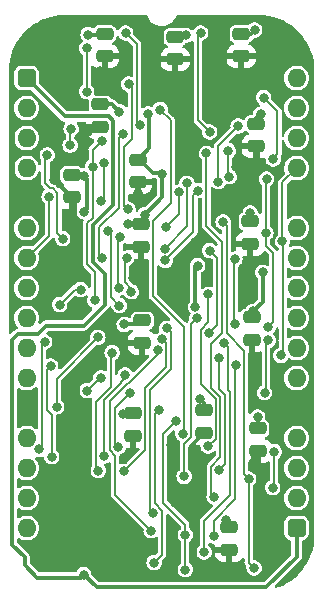
<source format=gbl>
%TF.GenerationSoftware,KiCad,Pcbnew,7.0.5*%
%TF.CreationDate,2024-02-14T10:39:52+02:00*%
%TF.ProjectId,W65C816 Clock Hold,57363543-3831-4362-9043-6c6f636b2048,V1*%
%TF.SameCoordinates,PX525bfc0PY43d3480*%
%TF.FileFunction,Copper,L2,Bot*%
%TF.FilePolarity,Positive*%
%FSLAX46Y46*%
G04 Gerber Fmt 4.6, Leading zero omitted, Abs format (unit mm)*
G04 Created by KiCad (PCBNEW 7.0.5) date 2024-02-14 10:39:52*
%MOMM*%
%LPD*%
G01*
G04 APERTURE LIST*
G04 Aperture macros list*
%AMRoundRect*
0 Rectangle with rounded corners*
0 $1 Rounding radius*
0 $2 $3 $4 $5 $6 $7 $8 $9 X,Y pos of 4 corners*
0 Add a 4 corners polygon primitive as box body*
4,1,4,$2,$3,$4,$5,$6,$7,$8,$9,$2,$3,0*
0 Add four circle primitives for the rounded corners*
1,1,$1+$1,$2,$3*
1,1,$1+$1,$4,$5*
1,1,$1+$1,$6,$7*
1,1,$1+$1,$8,$9*
0 Add four rect primitives between the rounded corners*
20,1,$1+$1,$2,$3,$4,$5,0*
20,1,$1+$1,$4,$5,$6,$7,0*
20,1,$1+$1,$6,$7,$8,$9,0*
20,1,$1+$1,$8,$9,$2,$3,0*%
G04 Aperture macros list end*
%TA.AperFunction,ComponentPad*%
%ADD10RoundRect,0.400000X-0.400000X-0.400000X0.400000X-0.400000X0.400000X0.400000X-0.400000X0.400000X0*%
%TD*%
%TA.AperFunction,ComponentPad*%
%ADD11O,1.600000X1.600000*%
%TD*%
%TA.AperFunction,ComponentPad*%
%ADD12R,1.600000X1.600000*%
%TD*%
%TA.AperFunction,SMDPad,CuDef*%
%ADD13RoundRect,0.250000X-0.475000X0.250000X-0.475000X-0.250000X0.475000X-0.250000X0.475000X0.250000X0*%
%TD*%
%TA.AperFunction,ViaPad*%
%ADD14C,0.800000*%
%TD*%
%TA.AperFunction,Conductor*%
%ADD15C,0.380000*%
%TD*%
%TA.AperFunction,Conductor*%
%ADD16C,0.200000*%
%TD*%
G04 APERTURE END LIST*
D10*
%TO.P,J1,1,Pin_1*%
%TO.N,5V*%
X0Y0D03*
D11*
%TO.P,J1,2,Pin_2*%
%TO.N,~{Hold Low}*%
X0Y-2540000D03*
%TO.P,J1,3,Pin_3*%
%TO.N,~{Hold High}*%
X0Y-5080000D03*
%TO.P,J1,4,Pin_4*%
%TO.N,CLK*%
X0Y-7620000D03*
D12*
%TO.P,J1,5,Pin_5*%
%TO.N,GND*%
X0Y-10160000D03*
D11*
%TO.P,J1,6,Pin_6*%
%TO.N,~{CLK}*%
X0Y-12700000D03*
%TO.P,J1,7,Pin_7*%
%TO.N,CLK_{IN}*%
X0Y-15240000D03*
%TO.P,J1,8,Pin_8*%
%TO.N,~{Reset}*%
X0Y-17780000D03*
%TO.P,J1,9,Pin_9*%
%TO.N,Hold Count_{0}D*%
X0Y-20320000D03*
%TO.P,J1,10,Pin_10*%
%TO.N,Hold Count_{1}D*%
X0Y-22860000D03*
%TO.P,J1,11,Pin_11*%
%TO.N,Hold Count_{2}D*%
X0Y-25400000D03*
D12*
%TO.P,J1,12,Pin_12*%
%TO.N,GND*%
X0Y-27940000D03*
D11*
%TO.P,J1,13,Pin_13*%
%TO.N,Hold Count_{3}D*%
X0Y-30480000D03*
%TO.P,J1,14,Pin_14*%
%TO.N,HC Latch_{2}*%
X0Y-33020000D03*
%TO.P,J1,15,Pin_15*%
%TO.N,HC Latch_{3}*%
X0Y-35560000D03*
%TO.P,J1,16,Pin_16*%
%TO.N,unconnected-(J1-Pin_16-Pad16)*%
X0Y-38100000D03*
D10*
%TO.P,J1,17,Pin_17*%
%TO.N,5V*%
X22860000Y-38100000D03*
D11*
%TO.P,J1,18,Pin_18*%
%TO.N,CLK High Pulse*%
X22860000Y-35560000D03*
%TO.P,J1,19,Pin_19*%
%TO.N,~{HC=CC}*%
X22860000Y-33020000D03*
%TO.P,J1,20,Pin_20*%
%TO.N,HC=CC*%
X22860000Y-30480000D03*
D12*
%TO.P,J1,21,Pin_21*%
%TO.N,GND*%
X22860000Y-27940000D03*
D11*
%TO.P,J1,22,Pin_22*%
%TO.N,HC Latch_{1}*%
X22860000Y-25400000D03*
%TO.P,J1,23,Pin_23*%
%TO.N,HC Latch_{0}*%
X22860000Y-22860000D03*
%TO.P,J1,24,Pin_24*%
%TO.N,~{PHI2}*%
X22860000Y-20320000D03*
%TO.P,J1,25,Pin_25*%
%TO.N,Reset*%
X22860000Y-17780000D03*
%TO.P,J1,26,Pin_26*%
%TO.N,Clk Count_{3}*%
X22860000Y-15240000D03*
%TO.P,J1,27,Pin_27*%
%TO.N,Clk Count_{2}*%
X22860000Y-12700000D03*
D12*
%TO.P,J1,28,Pin_28*%
%TO.N,GND*%
X22860000Y-10160000D03*
D11*
%TO.P,J1,29,Pin_29*%
%TO.N,Clk Count_{1}*%
X22860000Y-7620000D03*
%TO.P,J1,30,Pin_30*%
%TO.N,Clk Count_{0}*%
X22860000Y-5080000D03*
%TO.P,J1,31,Pin_31*%
%TO.N,CLK Low Pulse*%
X22860000Y-2540000D03*
%TO.P,J1,32,Pin_32*%
%TO.N,PHI2*%
X22860000Y0D03*
%TD*%
D13*
%TO.P,C57,1*%
%TO.N,/3.3V*%
X14986000Y-28149000D03*
%TO.P,C57,2*%
%TO.N,GND*%
X14986000Y-30049000D03*
%TD*%
%TO.P,C27,1*%
%TO.N,/3.3V*%
X19050000Y-20275000D03*
%TO.P,C27,2*%
%TO.N,GND*%
X19050000Y-22175000D03*
%TD*%
%TO.P,C23,1*%
%TO.N,/3.3V*%
X18161000Y3728000D03*
%TO.P,C23,2*%
%TO.N,GND*%
X18161000Y1828000D03*
%TD*%
%TO.P,C25,1*%
%TO.N,/3.3V*%
X18923000Y-12147000D03*
%TO.P,C25,2*%
%TO.N,GND*%
X18923000Y-14047000D03*
%TD*%
%TO.P,C26,1*%
%TO.N,/3.3V*%
X9779000Y-20529000D03*
%TO.P,C26,2*%
%TO.N,GND*%
X9779000Y-22429000D03*
%TD*%
%TO.P,C48,1*%
%TO.N,/3.3V*%
X9398000Y-6940000D03*
%TO.P,C48,2*%
%TO.N,GND*%
X9398000Y-8840000D03*
%TD*%
%TO.P,C22,1*%
%TO.N,/3.3V*%
X12573000Y3474000D03*
%TO.P,C22,2*%
%TO.N,GND*%
X12573000Y1574000D03*
%TD*%
%TO.P,C47,1*%
%TO.N,/3.3V*%
X6604000Y3728000D03*
%TO.P,C47,2*%
%TO.N,GND*%
X6604000Y1828000D03*
%TD*%
%TO.P,C20,1*%
%TO.N,/3.3V*%
X19431000Y-3892000D03*
%TO.P,C20,2*%
%TO.N,GND*%
X19431000Y-5792000D03*
%TD*%
%TO.P,C24,1*%
%TO.N,/3.3V*%
X6223000Y-2241000D03*
%TO.P,C24,2*%
%TO.N,GND*%
X6223000Y-4141000D03*
%TD*%
%TO.P,C30,1*%
%TO.N,/3.3V*%
X17145000Y-38055000D03*
%TO.P,C30,2*%
%TO.N,GND*%
X17145000Y-39955000D03*
%TD*%
%TO.P,C56,1*%
%TO.N,/3.3V*%
X3810000Y-8210000D03*
%TO.P,C56,2*%
%TO.N,GND*%
X3810000Y-10110000D03*
%TD*%
%TO.P,C21,1*%
%TO.N,/3.3V*%
X9652000Y-12401000D03*
%TO.P,C21,2*%
%TO.N,GND*%
X9652000Y-14301000D03*
%TD*%
%TO.P,C28,1*%
%TO.N,/3.3V*%
X9017000Y-28403000D03*
%TO.P,C28,2*%
%TO.N,GND*%
X9017000Y-30303000D03*
%TD*%
%TO.P,C29,1*%
%TO.N,/3.3V*%
X19558000Y-29673000D03*
%TO.P,C29,2*%
%TO.N,GND*%
X19558000Y-31573000D03*
%TD*%
D14*
%TO.N,GND*%
X18922996Y-17334000D03*
X2667000Y-34163000D03*
X9015269Y-16914941D03*
X19303994Y-25146000D03*
X6223000Y635000D03*
X15748000Y1143000D03*
X12572992Y-35980431D03*
X4064017Y-16510017D03*
X2286000Y-8636000D03*
X19134000Y-32590528D03*
X12255500Y-31051500D03*
X2921000Y-30226000D03*
X5207010Y-4572000D03*
X9398002Y-9722535D03*
X14169998Y-31431849D03*
X21590000Y-26162000D03*
X3683000Y700000D03*
X2666994Y-38354000D03*
X17758690Y-7493000D03*
X3400974Y-36195010D03*
X20337000Y-41505343D03*
X5593071Y-23749000D03*
X1066615Y-41351385D03*
X18034000Y-10160000D03*
X14484223Y-42169186D03*
X14246475Y-13921475D03*
X2412990Y-4191000D03*
X8251302Y-32295093D03*
%TO.N,5V*%
X4825994Y-42037000D03*
%TO.N,PHI2*%
X8572500Y-11112500D03*
X8636000Y-508000D03*
%TO.N,~{PHI2}*%
X6858000Y-12924000D03*
X7853574Y-19279491D03*
%TO.N,Reset*%
X8862000Y-18096000D03*
X8466000Y-15253390D03*
%TO.N,~{Reset}*%
X2794000Y-19177000D03*
X7812000Y-17763311D03*
X4572000Y-17907000D03*
X7874000Y-13462000D03*
%TO.N,~{CLK}*%
X6542694Y-7195402D03*
X17058690Y-6156260D03*
X17151607Y-8359231D03*
X6286035Y-10386000D03*
%TO.N,HC Latch_{3}*%
X13335000Y-33720000D03*
X14411587Y-20361274D03*
%TO.N,HC Latch_{2}*%
X8268159Y-33294954D03*
X11468225Y-22112658D03*
%TO.N,HC Latch_{1}*%
X16321000Y-23742817D03*
X16299000Y-33195641D03*
%TO.N,HC Latch_{0}*%
X20437358Y-22206168D03*
X8732197Y-26663124D03*
X20146079Y-26648849D03*
X7747000Y-31242000D03*
%TO.N,~{HC=CC}*%
X18796000Y-33941623D03*
X19250056Y-41475056D03*
X16637000Y-12192000D03*
%TO.N,Clk Count_{3}*%
X17628999Y-20863198D03*
X17629000Y-15329373D03*
%TO.N,Clk Count_{2}*%
X15494000Y-14605000D03*
X15432000Y-21628092D03*
%TO.N,Clk Count_{1}*%
X21651161Y-13832542D03*
X21528000Y-23481689D03*
%TO.N,Clk Count_{0}*%
X20251161Y-13116346D03*
X20447000Y-21082000D03*
X20318982Y-8543800D03*
%TO.N,HC=CC*%
X11303000Y-2667000D03*
X13208000Y-30099000D03*
%TO.N,CLK*%
X5774022Y-18813907D03*
X5588000Y-7493000D03*
X15367000Y-31148500D03*
X14732005Y3810005D03*
X6362319Y-5293000D03*
X15371255Y-18318305D03*
X15494000Y-4572000D03*
%TO.N,Hold Count_{2}D*%
X6285000Y-25400000D03*
X5119236Y-26468694D03*
%TO.N,Hold Count_{3}D*%
X6024139Y-21967402D03*
X2540000Y-27812994D03*
%TO.N,CLK High Pulse*%
X3759449Y-4293479D03*
X15875000Y-35460000D03*
X15215510Y-6378000D03*
X3683408Y-5693479D03*
%TO.N,CLK Low Pulse*%
X5080000Y2540000D03*
X5080000Y-1143000D03*
X20880000Y-6860736D03*
X20066000Y-1651000D03*
%TO.N,CLK_{IN}*%
X1903371Y-10035486D03*
%TO.N,/3.3V*%
X7804119Y-2837831D03*
X14287507Y-19369000D03*
X8612654Y-12381115D03*
X16889809Y-37416324D03*
X19177000Y-19750000D03*
X19812016Y-3048000D03*
X19990774Y-16458220D03*
X4854000Y-11303000D03*
X8255000Y-20856000D03*
X10033000Y-11557000D03*
X19304000Y4064014D03*
X18923000Y-11430000D03*
X8193022Y-28448000D03*
X10287000Y-3048000D03*
X14477998Y-15875000D03*
X11487520Y-8087338D03*
X14643013Y-27178000D03*
X19558000Y-28702000D03*
X5207000Y3682990D03*
X13480200Y3622338D03*
X4822950Y-8258050D03*
%TO.N,/~{CLK Low Reset Pulse}*%
X11682269Y-14444887D03*
X17907000Y-4064000D03*
X16236743Y-8763000D03*
X13561917Y-8913631D03*
%TO.N,/~{CLK Low Pulse}*%
X11734476Y-15443526D03*
X14478000Y-9525000D03*
%TO.N,/~{CLK High Reset Pulse}*%
X8136194Y-4760990D03*
X6412000Y-15246434D03*
%TO.N,/~{CLK High Pulse}*%
X1750000Y-6508226D03*
X3048000Y-13589000D03*
%TO.N,/~{CLK}_{DRAGGED}*%
X11777000Y-12636504D03*
X12887515Y-9652000D03*
%TO.N,/Hold Count_{0}*%
X1078000Y-31448186D03*
X1524000Y-22352000D03*
%TO.N,/Hold Count_{1}*%
X2128064Y-32061451D03*
X2032000Y-24384000D03*
%TO.N,/Hold Count_{2}*%
X8346581Y-25154581D03*
X6549321Y-32024207D03*
%TO.N,/Hold Count_{3}*%
X7239000Y-23241000D03*
X6062045Y-33232776D03*
%TO.N,/Latch CHC*%
X20954994Y-31623000D03*
X20828000Y-34671000D03*
%TO.N,/~{HC_{0}=CC_{0}}*%
X15014010Y-40132000D03*
X16724000Y-22432450D03*
%TO.N,/~{HC_{1}=CC_{1}}*%
X17721000Y-24314354D03*
X15821425Y-38791972D03*
%TO.N,/~{HC_{2}=CC_{2}}*%
X10540998Y-38324000D03*
X11089086Y-23038001D03*
%TO.N,/~{HC_{3}=CC_{3}}*%
X11858324Y-21191882D03*
X10656544Y-36792494D03*
%TO.N,/~{HC_{L}=CC_{L}}*%
X10795000Y-41021000D03*
X11176000Y-28067000D03*
%TO.N,/~{HC_{H}=CC_{H}}*%
X13434000Y-38670000D03*
X13434000Y-41624000D03*
X12635000Y-29063949D03*
%TO.N,/~{Hold High}\u00B7CLK High Pulse\u00B7HC=CC*%
X8382000Y3810000D03*
X9590000Y-3939859D03*
%TD*%
D15*
%TO.N,GND*%
X7691450Y-22352938D02*
X7615387Y-22429000D01*
X7615387Y-22429000D02*
X6913071Y-22429000D01*
X19050000Y-22175000D02*
X19050000Y-24892006D01*
X19558000Y-6858000D02*
X19558000Y-5919000D01*
X5593071Y-23749000D02*
X4329236Y-25012835D01*
X9015269Y-16914941D02*
X9015269Y-16384731D01*
X-412915Y-3810000D02*
X2031990Y-3810000D01*
X21620000Y-40513000D02*
X21620000Y-35560000D01*
X12255500Y-31051500D02*
X12255500Y-35662939D01*
X9015269Y-16384731D02*
X9652000Y-15748000D01*
X8413943Y-32295093D02*
X8251302Y-32295093D01*
X0Y-10160000D02*
X-1190000Y-8970000D01*
X-1190000Y-8970000D02*
X-1190000Y-4587085D01*
X18161000Y1828000D02*
X16687000Y1828000D01*
X2666994Y-39751006D02*
X2666994Y-38354000D01*
X18923000Y-17333996D02*
X18922996Y-17334000D01*
X2577000Y-4355010D02*
X2577000Y-8345000D01*
X9500903Y-19177000D02*
X8611063Y-20066840D01*
X21620000Y-35560000D02*
X21620000Y-32202229D01*
X8582229Y-20038006D02*
X8554235Y-20066000D01*
X6913071Y-22429000D02*
X5593071Y-23749000D01*
X24050000Y-8970000D02*
X22860000Y-10160000D01*
X-1270000Y-15652915D02*
X-412898Y-16510017D01*
X9398000Y-8840000D02*
X9398000Y-9722533D01*
X19134000Y-32137094D02*
X19134000Y-32590528D01*
X20627657Y-41505343D02*
X21620000Y-40513000D01*
X20337000Y-41505343D02*
X20627657Y-41505343D01*
X-1190000Y-4587085D02*
X-412915Y-3810000D01*
X2336000Y-8636000D02*
X2286000Y-8636000D01*
X17145000Y-41148000D02*
X16123814Y-42169186D01*
X21872004Y-31245629D02*
X21590000Y-30963625D01*
X21971000Y-6350000D02*
X23432915Y-6350000D01*
X5207010Y-4141000D02*
X5207010Y-4572000D01*
X24050000Y-26750000D02*
X22860000Y-27940000D01*
X9525000Y-19177000D02*
X9500903Y-19177000D01*
X3400974Y-37620020D02*
X3400974Y-36195010D01*
X12255500Y-35662939D02*
X12572992Y-35980431D01*
X8611063Y-20066840D02*
X8582229Y-20038006D01*
X1066615Y-41351385D02*
X2666994Y-39751006D01*
X3400974Y-36195010D02*
X3400974Y-34896974D01*
X17145000Y-39955000D02*
X17145000Y-41148000D01*
X9652000Y-19050000D02*
X9525000Y-19177000D01*
X-1270000Y-11430000D02*
X-1270000Y-15652915D01*
X0Y-10160000D02*
X-1270000Y-11430000D01*
X9017000Y-30303000D02*
X9017000Y-31692036D01*
X3400974Y-34896974D02*
X2667000Y-34163000D01*
X6223000Y-4141000D02*
X5207010Y-4141000D01*
X9015269Y-16914941D02*
X9015269Y-17016269D01*
X14986000Y-30049000D02*
X14169998Y-30865002D01*
X7366000Y-20627771D02*
X7366000Y-22179613D01*
X7927771Y-20066000D02*
X7366000Y-20627771D01*
X7366000Y-22179613D02*
X7615387Y-22429000D01*
X2412990Y-4191000D02*
X2577000Y-4355010D01*
X9398000Y-9722533D02*
X9398002Y-9722535D01*
X21670000Y-6651000D02*
X21971000Y-6350000D01*
X9652000Y-15748000D02*
X9652000Y-14301000D01*
X16123814Y-42169186D02*
X14484223Y-42169186D01*
X2921000Y-33909000D02*
X2667000Y-34163000D01*
X9652000Y-17653000D02*
X9652000Y-19050000D01*
X19583771Y-6858000D02*
X20500771Y-7775000D01*
X3810000Y-10110000D02*
X2336000Y-8636000D01*
X21872004Y-31950225D02*
X21872004Y-31245629D01*
X2666994Y-38354000D02*
X3400974Y-37620020D01*
X23432915Y-6350000D02*
X24050000Y-6967085D01*
X19050000Y-24892006D02*
X19303994Y-25146000D01*
X21620000Y-32202229D02*
X21872004Y-31950225D01*
X18034000Y-7768310D02*
X17758690Y-7493000D01*
X9702938Y-22352938D02*
X7691450Y-22352938D01*
X4329236Y-25012835D02*
X4329236Y-28817764D01*
X18034000Y-10160000D02*
X18034000Y-7768310D01*
X8554235Y-20066000D02*
X7927771Y-20066000D01*
X21261000Y-7775000D02*
X21670000Y-7366000D01*
X22860000Y-10160000D02*
X24050000Y-11350000D01*
X4329236Y-28817764D02*
X2921000Y-30226000D01*
X16687000Y1828000D02*
X16002000Y1143000D01*
X14484223Y-42169186D02*
X14224000Y-41908963D01*
X14169998Y-30865002D02*
X14169998Y-31431849D01*
X21670000Y-7366000D02*
X21670000Y-6651000D01*
X-412898Y-16510017D02*
X4064017Y-16510017D01*
X6604000Y1016000D02*
X6604000Y1574000D01*
X21590000Y-30963625D02*
X21590000Y-26162000D01*
X2921000Y-30226000D02*
X2921000Y-33909000D01*
X24050000Y-6967085D02*
X24050000Y-8970000D01*
X2577000Y-8345000D02*
X2286000Y-8636000D01*
X4064000Y-16510000D02*
X4064017Y-16510017D01*
X19558000Y-6858000D02*
X19583771Y-6858000D01*
X14224000Y-41908963D02*
X14224000Y-37631439D01*
X24050000Y-11350000D02*
X24050000Y-26750000D01*
X17758690Y-7493000D02*
X18923000Y-7493000D01*
X6223000Y635000D02*
X6604000Y1016000D01*
X4064000Y-10364000D02*
X4064000Y-16510000D01*
X19388000Y-31883094D02*
X19134000Y-32137094D01*
X18923000Y-7493000D02*
X19558000Y-6858000D01*
X9017000Y-31692036D02*
X8413943Y-32295093D01*
X18923000Y-14047000D02*
X18923000Y-17333996D01*
X20500771Y-7775000D02*
X21261000Y-7775000D01*
X9015269Y-17016269D02*
X9652000Y-17653000D01*
X14224000Y-37631439D02*
X12572992Y-35980431D01*
X2031990Y-3810000D02*
X2412990Y-4191000D01*
X16002000Y1143000D02*
X15748000Y1143000D01*
%TO.N,5V*%
X4571994Y-42291000D02*
X889000Y-42291000D01*
X6604000Y-16555663D02*
X5622000Y-15573663D01*
X-1240000Y-22195000D02*
X-715000Y-21670000D01*
X6963097Y-3251000D02*
X3251000Y-3251000D01*
X936000Y-21670000D02*
X1651000Y-20955000D01*
X4826000Y-20955000D02*
X6604000Y-19177000D01*
X5622000Y-15573663D02*
X5622000Y-12477085D01*
X7338000Y-10761085D02*
X7338000Y-3625903D01*
X1651000Y-20955000D02*
X4826000Y-20955000D01*
X-1240000Y-39510450D02*
X-1240000Y-22195000D01*
X7338000Y-3625903D02*
X6963097Y-3251000D01*
X6604000Y-19177000D02*
X6604000Y-16555663D01*
X-715000Y-21670000D02*
X936000Y-21670000D01*
X-154666Y-40595784D02*
X-1240000Y-39510450D01*
X889000Y-42291000D02*
X-154666Y-41247334D01*
X5913994Y-43125000D02*
X4825994Y-42037000D01*
X-154666Y-41247334D02*
X-154666Y-40595784D01*
X20248000Y-43125000D02*
X5913994Y-43125000D01*
X22860000Y-40513000D02*
X20248000Y-43125000D01*
X4825994Y-42037000D02*
X4571994Y-42291000D01*
X22860000Y-38100000D02*
X22860000Y-40513000D01*
X5622000Y-12477085D02*
X7338000Y-10761085D01*
X3251000Y-3251000D02*
X0Y0D01*
D16*
%TO.N,PHI2*%
X8572500Y-11112500D02*
X8255000Y-10795000D01*
X8890000Y-762000D02*
X8636000Y-508000D01*
X8890000Y-5195091D02*
X8890000Y-762000D01*
X8255000Y-10795000D02*
X8255000Y-5830091D01*
X8255000Y-5830091D02*
X8890000Y-5195091D01*
%TO.N,~{PHI2}*%
X6858000Y-12924000D02*
X7111998Y-13177998D01*
X7111998Y-13177998D02*
X7111998Y-18537915D01*
X7111998Y-18537915D02*
X7853574Y-19279491D01*
%TO.N,Reset*%
X8293378Y-15426012D02*
X8293378Y-17254739D01*
X8293378Y-17254739D02*
X8862000Y-17823361D01*
X8466000Y-15253390D02*
X8293378Y-15426012D01*
X8862000Y-17823361D02*
X8862000Y-18096000D01*
%TO.N,~{Reset}*%
X7766000Y-13570000D02*
X7874000Y-13462000D01*
X4064000Y-17907000D02*
X2794000Y-19177000D01*
X4572000Y-17907000D02*
X4064000Y-17907000D01*
X7766000Y-17717311D02*
X7766000Y-13570000D01*
X7812000Y-17763311D02*
X7766000Y-17717311D01*
%TO.N,~{CLK}*%
X6542694Y-10129341D02*
X6542694Y-7195402D01*
X17151607Y-8359231D02*
X17058690Y-8266314D01*
X17058690Y-8266314D02*
X17058690Y-6156260D01*
X6286035Y-10386000D02*
X6542694Y-10129341D01*
%TO.N,HC Latch_{3}*%
X13335000Y-33720000D02*
X13335000Y-31007036D01*
X13943001Y-20829860D02*
X14411587Y-20361274D01*
X13943001Y-30399035D02*
X13943001Y-20829860D01*
X13335000Y-31007036D02*
X13943001Y-30399035D01*
%TO.N,HC Latch_{2}*%
X10057000Y-31506113D02*
X8268159Y-33294954D01*
X11468225Y-22112658D02*
X11810000Y-22454433D01*
X11810000Y-22454433D02*
X11810000Y-24454314D01*
X11810000Y-24454314D02*
X10057000Y-26207315D01*
X10057000Y-26207315D02*
X10057000Y-31506113D01*
%TO.N,HC Latch_{1}*%
X16811000Y-26855629D02*
X16811000Y-32683641D01*
X16321000Y-26365629D02*
X16811000Y-26855629D01*
X16811000Y-32683641D02*
X16299000Y-33195641D01*
X16321000Y-23742817D02*
X16321000Y-26365629D01*
%TO.N,HC Latch_{0}*%
X7747000Y-31242000D02*
X7493000Y-30988000D01*
X7493000Y-27902321D02*
X8732197Y-26663124D01*
X20255000Y-22388526D02*
X20255000Y-26539928D01*
X7493000Y-30988000D02*
X7493000Y-27902321D01*
X20437358Y-22206168D02*
X20255000Y-22388526D01*
X20255000Y-26539928D02*
X20146079Y-26648849D01*
%TO.N,~{HC=CC}*%
X18421000Y-33566623D02*
X18796000Y-33941623D01*
X16928999Y-12483999D02*
X16928999Y-21604579D01*
X18421000Y-23096580D02*
X18421000Y-33566623D01*
X16928999Y-21604579D02*
X18421000Y-23096580D01*
X16637000Y-12192000D02*
X16928999Y-12483999D01*
X18796000Y-41021000D02*
X19250056Y-41475056D01*
X18796000Y-33941623D02*
X18796000Y-41021000D01*
%TO.N,Clk Count_{3}*%
X17571527Y-15386846D02*
X17571527Y-20805726D01*
X17571527Y-20805726D02*
X17628999Y-20863198D01*
X17629000Y-15329373D02*
X17571527Y-15386846D01*
%TO.N,Clk Count_{2}*%
X15494000Y-14605000D02*
X16129000Y-15240000D01*
X16129000Y-20931092D02*
X15432000Y-21628092D01*
X16129000Y-15240000D02*
X16129000Y-20931092D01*
%TO.N,Clk Count_{1}*%
X21651161Y-8828839D02*
X21651161Y-13832542D01*
X21682986Y-13864367D02*
X21651161Y-13832542D01*
X22860000Y-7620000D02*
X21651161Y-8828839D01*
X21682986Y-23326703D02*
X21682986Y-13864367D01*
X21528000Y-23481689D02*
X21682986Y-23326703D01*
%TO.N,Clk Count_{0}*%
X20865001Y-20663999D02*
X20865001Y-14826687D01*
X20251161Y-14212847D02*
X20251161Y-13116346D01*
X20251161Y-8611621D02*
X20318982Y-8543800D01*
X20865001Y-14826687D02*
X20251161Y-14212847D01*
X20447000Y-21082000D02*
X20865001Y-20663999D01*
X20251161Y-13116346D02*
X20251161Y-8611621D01*
%TO.N,HC=CC*%
X10677000Y-12087863D02*
X10677000Y-18424000D01*
X13335000Y-29972000D02*
X13208000Y-30099000D01*
X11303000Y-2667000D02*
X12187515Y-3551515D01*
X13335000Y-21082000D02*
X13335000Y-29972000D01*
X12187515Y-10577348D02*
X10677000Y-12087863D01*
X12187515Y-3551515D02*
X12187515Y-10577348D01*
X10677000Y-18424000D02*
X13335000Y-21082000D01*
%TO.N,CLK*%
X5132000Y-15776628D02*
X5132000Y-12274121D01*
X15494000Y-4572000D02*
X14478000Y-3556000D01*
X5586035Y-11820086D02*
X5586035Y-7494965D01*
X14732000Y-25908000D02*
X14732000Y-21336000D01*
X5588000Y-6067319D02*
X5588000Y-7493000D01*
X14478000Y-3556000D02*
X14478000Y3556000D01*
X5586035Y-7494965D02*
X5588000Y-7493000D01*
X15367000Y-31148500D02*
X15389317Y-31148500D01*
X6362319Y-5293000D02*
X5588000Y-6067319D01*
X14478000Y3556000D02*
X14732005Y3810005D01*
X16011000Y-30526817D02*
X16011000Y-27187000D01*
X15389317Y-31148500D02*
X16011000Y-30526817D01*
X5774022Y-16418650D02*
X5132000Y-15776628D01*
X14732000Y-21336000D02*
X15371255Y-20696745D01*
X15371255Y-20696745D02*
X15371255Y-18318305D01*
X5132000Y-12274121D02*
X5586035Y-11820086D01*
X5774022Y-18813907D02*
X5774022Y-16418650D01*
X16011000Y-27187000D02*
X14732000Y-25908000D01*
%TO.N,Hold Count_{2}D*%
X6187930Y-25400000D02*
X5119236Y-26468694D01*
X6285000Y-25400000D02*
X6187930Y-25400000D01*
%TO.N,Hold Count_{3}D*%
X2540000Y-27812994D02*
X2540000Y-25451541D01*
X2540000Y-25451541D02*
X6024139Y-21967402D01*
%TO.N,CLK High Pulse*%
X16411000Y-32093691D02*
X16411000Y-27021314D01*
X3683408Y-5693479D02*
X3683408Y-4369520D01*
X3683408Y-4369520D02*
X3759449Y-4293479D01*
X15621000Y-26231314D02*
X15621000Y-22521529D01*
X15875000Y-35460000D02*
X15599000Y-35184000D01*
X15599000Y-35184000D02*
X15599000Y-32905691D01*
X16411000Y-27021314D02*
X15621000Y-26231314D01*
X15621000Y-22521529D02*
X16529000Y-21613529D01*
X16529000Y-21613529D02*
X16529000Y-13862000D01*
X15215510Y-12548510D02*
X15215510Y-6378000D01*
X16529000Y-13862000D02*
X15215510Y-12548510D01*
X15599000Y-32905691D02*
X16411000Y-32093691D01*
%TO.N,CLK Low Pulse*%
X20066000Y-1651000D02*
X21232577Y-2817577D01*
X21232577Y-2817577D02*
X21232577Y-6395458D01*
X5080000Y2540000D02*
X5080000Y-1143000D01*
X21232577Y-6395458D02*
X20880000Y-6748035D01*
X20880000Y-6748035D02*
X20880000Y-6860736D01*
%TO.N,CLK_{IN}*%
X0Y-15240000D02*
X1903371Y-13336629D01*
X1903371Y-13336629D02*
X1903371Y-10035486D01*
D15*
%TO.N,/3.3V*%
X12811338Y3622338D02*
X13480200Y3622338D01*
X9017000Y-28403000D02*
X8238022Y-28403000D01*
X10033000Y-11557000D02*
X11487520Y-10102480D01*
X6559000Y3683000D02*
X5207010Y3683000D01*
X9525000Y-12364000D02*
X8629769Y-12364000D01*
X19990774Y-18936226D02*
X19177000Y-19750000D01*
X18923000Y-11893000D02*
X18923000Y-11430000D01*
X5096035Y-11060965D02*
X5096035Y-8531135D01*
X9652000Y-6686000D02*
X10380000Y-5958000D01*
X19272016Y-3588000D02*
X19812016Y-3048000D01*
X14986000Y-28149000D02*
X14986000Y-27520987D01*
X9861000Y-7194000D02*
X10668000Y-8001000D01*
X10380000Y-3141000D02*
X10287000Y-3048000D01*
X9624000Y-20856000D02*
X8255000Y-20856000D01*
X11487520Y-10102480D02*
X11487520Y-8087338D01*
X11401182Y-8001000D02*
X11487520Y-8087338D01*
X4854000Y-11303000D02*
X5096035Y-11060965D01*
X19558000Y-29591030D02*
X19558000Y-28702000D01*
X14477998Y-15875000D02*
X14287507Y-16065491D01*
X3855004Y-8255004D02*
X4819904Y-8255004D01*
X18967986Y3728000D02*
X19304000Y4064014D01*
X8629769Y-12364000D02*
X8612654Y-12381115D01*
X10033000Y-11557000D02*
X10033000Y-12020000D01*
X10668000Y-8001000D02*
X11401182Y-8001000D01*
X10033000Y-12020000D02*
X9652000Y-12401000D01*
X19990774Y-16458220D02*
X19990774Y-18936226D01*
X8238022Y-28403000D02*
X8193022Y-28448000D01*
X14986000Y-27520987D02*
X14643013Y-27178000D01*
X18161000Y3728000D02*
X18967986Y3728000D01*
X9906000Y-20574000D02*
X9624000Y-20856000D01*
X7207288Y-2241000D02*
X7804119Y-2837831D01*
X5207010Y3683000D02*
X5207000Y3682990D01*
X19076362Y-19850638D02*
X19177000Y-19750000D01*
X6223000Y-2241000D02*
X7207288Y-2241000D01*
X5096035Y-8531135D02*
X4822950Y-8258050D01*
X14287507Y-16065491D02*
X14287507Y-19369000D01*
X10380000Y-5958000D02*
X10380000Y-3141000D01*
X4819904Y-8255004D02*
X4822950Y-8258050D01*
X19076362Y-20066000D02*
X19076362Y-19850638D01*
D16*
%TO.N,/~{CLK Low Reset Pulse}*%
X16236743Y-8763000D02*
X16236743Y-5734257D01*
X11682269Y-14444887D02*
X13587515Y-12539641D01*
X16236743Y-5734257D02*
X17907000Y-4064000D01*
X13587515Y-8939229D02*
X13561917Y-8913631D01*
X13587515Y-12539641D02*
X13587515Y-8939229D01*
%TO.N,/~{CLK Low Pulse}*%
X11734476Y-15443526D02*
X14116000Y-13062002D01*
X14116000Y-9887000D02*
X14478000Y-9525000D01*
X14116000Y-13062002D02*
X14116000Y-9887000D01*
%TO.N,/~{CLK High Reset Pulse}*%
X8136194Y-4760990D02*
X7828000Y-5069184D01*
X6158000Y-12634050D02*
X6158000Y-14992434D01*
X7828000Y-10964050D02*
X6158000Y-12634050D01*
X7828000Y-5069184D02*
X7828000Y-10964050D01*
X6158000Y-14992434D02*
X6412000Y-15246434D01*
%TO.N,/~{CLK High Pulse}*%
X3048000Y-13589000D02*
X2605000Y-13146000D01*
X2197950Y-9336000D02*
X1996050Y-9336000D01*
X1586000Y-8925950D02*
X1586000Y-6672226D01*
X1996050Y-9336000D02*
X1586000Y-8925950D01*
X2605000Y-9743050D02*
X2197950Y-9336000D01*
X2605000Y-13146000D02*
X2605000Y-9743050D01*
X1586000Y-6672226D02*
X1750000Y-6508226D01*
%TO.N,/~{CLK}_{DRAGGED}*%
X12887515Y-11525989D02*
X12887515Y-9652000D01*
X11777000Y-12636504D02*
X12887515Y-11525989D01*
%TO.N,/Hold Count_{0}*%
X1524000Y-22352000D02*
X1270000Y-22606000D01*
X1270000Y-31256186D02*
X1078000Y-31448186D01*
X1270000Y-22606000D02*
X1270000Y-31256186D01*
%TO.N,/Hold Count_{1}*%
X2032000Y-24384000D02*
X1713000Y-24703000D01*
X2128064Y-28518014D02*
X2128064Y-32061451D01*
X1713000Y-24703000D02*
X1713000Y-28102950D01*
X1713000Y-28102950D02*
X2128064Y-28518014D01*
%TO.N,/Hold Count_{2}*%
X6549321Y-32024207D02*
X6549321Y-27290365D01*
X7997895Y-25841790D02*
X7997895Y-25714791D01*
X8346581Y-25366105D02*
X8346581Y-25154581D01*
X7997895Y-25714791D02*
X8346581Y-25366105D01*
X6549321Y-27290365D02*
X7997895Y-25841790D01*
%TO.N,/Hold Count_{3}*%
X5849321Y-33020052D02*
X5849321Y-27424679D01*
X7112000Y-23368000D02*
X7239000Y-23241000D01*
X7112000Y-26162000D02*
X7112000Y-23368000D01*
X6062045Y-33232776D02*
X5849321Y-33020052D01*
X5849321Y-27424679D02*
X7112000Y-26162000D01*
%TO.N,/Latch CHC*%
X20954994Y-31623000D02*
X20954994Y-34544006D01*
X20954994Y-34544006D02*
X20828000Y-34671000D01*
%TO.N,/~{HC_{0}=CC_{0}}*%
X17211000Y-26609000D02*
X17211000Y-35309315D01*
X17021000Y-26419000D02*
X17211000Y-26609000D01*
X17211000Y-35309315D02*
X15014010Y-37506305D01*
X17021000Y-22729450D02*
X17021000Y-26419000D01*
X16724000Y-22432450D02*
X17021000Y-22729450D01*
X15014010Y-37506305D02*
X15014010Y-40132000D01*
%TO.N,/~{HC_{1}=CC_{1}}*%
X15821425Y-37494758D02*
X17653000Y-35663183D01*
X17653000Y-35663183D02*
X17653000Y-24382354D01*
X15821425Y-38791972D02*
X15821425Y-37494758D01*
X17653000Y-24382354D02*
X17721000Y-24314354D01*
%TO.N,/~{HC_{2}=CC_{2}}*%
X7047000Y-31531950D02*
X7047000Y-27358372D01*
X11089086Y-23402026D02*
X11089086Y-23038001D01*
X10540998Y-38324000D02*
X7496000Y-35279002D01*
X7496000Y-35279002D02*
X7496000Y-31980950D01*
X8636531Y-25854581D02*
X11089086Y-23402026D01*
X7047000Y-27358372D02*
X8550791Y-25854581D01*
X8550791Y-25854581D02*
X8636531Y-25854581D01*
X7496000Y-31980950D02*
X7047000Y-31531950D01*
%TO.N,/~{HC_{3}=CC_{3}}*%
X12210000Y-24620000D02*
X10457000Y-26373000D01*
X11858324Y-21191882D02*
X12210000Y-21543558D01*
X10457000Y-26373000D02*
X10457000Y-36592950D01*
X10457000Y-36592950D02*
X10656544Y-36792494D01*
X12210000Y-21543558D02*
X12210000Y-24620000D01*
%TO.N,/~{HC_{L}=CC_{L}}*%
X10857000Y-36003000D02*
X10857000Y-28386000D01*
X10795000Y-41021000D02*
X11473000Y-40343000D01*
X11473000Y-40343000D02*
X11473000Y-36619000D01*
X10857000Y-28386000D02*
X11176000Y-28067000D01*
X11473000Y-36619000D02*
X10857000Y-36003000D01*
%TO.N,/~{HC_{H}=CC_{H}}*%
X12635000Y-29063949D02*
X11555500Y-30143449D01*
X11555500Y-30143449D02*
X11555500Y-35952883D01*
X11555500Y-35952883D02*
X13434000Y-37831383D01*
X13434000Y-41624000D02*
X13434000Y-38670000D01*
X13434000Y-37831383D02*
X13434000Y-38670000D01*
%TO.N,/~{Hold High}\u00B7CLK High Pulse\u00B7HC=CC*%
X9590000Y-3939859D02*
X9336000Y-3685859D01*
X9336000Y-3685859D02*
X9336000Y2856000D01*
X9336000Y2856000D02*
X8382000Y3810000D01*
%TD*%
%TA.AperFunction,Conductor*%
%TO.N,GND*%
G36*
X21463000Y-43058760D02*
G01*
X21287983Y-43131255D01*
X21282898Y-43133106D01*
X21152717Y-43174152D01*
X21082861Y-43175538D01*
X21023346Y-43138936D01*
X20993066Y-43075969D01*
X21001636Y-43006627D01*
X21027746Y-42968213D01*
X21463000Y-42532960D01*
X21463000Y-43058760D01*
G37*
%TD.AperFunction*%
%TA.AperFunction,Conductor*%
G36*
X8384951Y-14010348D02*
G01*
X8396696Y-14020696D01*
X8427000Y-14051000D01*
X9778000Y-14051000D01*
X9845039Y-14070685D01*
X9890794Y-14123489D01*
X9902000Y-14175000D01*
X9902000Y-15300999D01*
X10176972Y-15300999D01*
X10176981Y-15300998D01*
X10189896Y-15299679D01*
X10258589Y-15312448D01*
X10309474Y-15360327D01*
X10326500Y-15423037D01*
X10326500Y-18374788D01*
X10323861Y-18400232D01*
X10321957Y-18409311D01*
X10321957Y-18409317D01*
X10326023Y-18441937D01*
X10326500Y-18449614D01*
X10326500Y-18453040D01*
X10329232Y-18469420D01*
X10329876Y-18473276D01*
X10330245Y-18475808D01*
X10336427Y-18525393D01*
X10338520Y-18532426D01*
X10340907Y-18539379D01*
X10340908Y-18539381D01*
X10342052Y-18541494D01*
X10364691Y-18583330D01*
X10365864Y-18585608D01*
X10387802Y-18630484D01*
X10387804Y-18630486D01*
X10392071Y-18636464D01*
X10396582Y-18642259D01*
X10433341Y-18676098D01*
X10435190Y-18677872D01*
X12102383Y-20345065D01*
X12135868Y-20406388D01*
X12130884Y-20476080D01*
X12089012Y-20532013D01*
X12023548Y-20556430D01*
X11985028Y-20553143D01*
X11937310Y-20541382D01*
X11937309Y-20541382D01*
X11779339Y-20541382D01*
X11779338Y-20541382D01*
X11625958Y-20579185D01*
X11486086Y-20652597D01*
X11367840Y-20757353D01*
X11278105Y-20887357D01*
X11278104Y-20887358D01*
X11222086Y-21035063D01*
X11203046Y-21191881D01*
X11203046Y-21191882D01*
X11222087Y-21348701D01*
X11222087Y-21348703D01*
X11233261Y-21378166D01*
X11238628Y-21447829D01*
X11205480Y-21509335D01*
X11174946Y-21531932D01*
X11095986Y-21573374D01*
X11095984Y-21573375D01*
X11095985Y-21573375D01*
X11013315Y-21646614D01*
X10978177Y-21677743D01*
X10914943Y-21707464D01*
X10845680Y-21698280D01*
X10808269Y-21672608D01*
X10722345Y-21586684D01*
X10573124Y-21494643D01*
X10573119Y-21494641D01*
X10480859Y-21464069D01*
X10423414Y-21424296D01*
X10396591Y-21359780D01*
X10408906Y-21291004D01*
X10456449Y-21239804D01*
X10476533Y-21230180D01*
X10478357Y-21229500D01*
X10496331Y-21222796D01*
X10611546Y-21136546D01*
X10697796Y-21021331D01*
X10748091Y-20886483D01*
X10754500Y-20826873D01*
X10754499Y-20231128D01*
X10748091Y-20171517D01*
X10697796Y-20036669D01*
X10697795Y-20036668D01*
X10697793Y-20036664D01*
X10611547Y-19921455D01*
X10611544Y-19921452D01*
X10496335Y-19835206D01*
X10496328Y-19835202D01*
X10361482Y-19784908D01*
X10361483Y-19784908D01*
X10301883Y-19778501D01*
X10301881Y-19778500D01*
X10301873Y-19778500D01*
X10301864Y-19778500D01*
X9256129Y-19778500D01*
X9256123Y-19778501D01*
X9196516Y-19784908D01*
X9061671Y-19835202D01*
X9061664Y-19835206D01*
X8946455Y-19921452D01*
X8946452Y-19921455D01*
X8860206Y-20036664D01*
X8860202Y-20036671D01*
X8809908Y-20171516D01*
X8804863Y-20218448D01*
X8778125Y-20282999D01*
X8720733Y-20322847D01*
X8650907Y-20325340D01*
X8623948Y-20314988D01*
X8487365Y-20243303D01*
X8333986Y-20205500D01*
X8333985Y-20205500D01*
X8176015Y-20205500D01*
X8176014Y-20205500D01*
X8022634Y-20243303D01*
X7882762Y-20316715D01*
X7850761Y-20345065D01*
X7765845Y-20420294D01*
X7764516Y-20421471D01*
X7674781Y-20551475D01*
X7674780Y-20551476D01*
X7618762Y-20699181D01*
X7599722Y-20855999D01*
X7599722Y-20856000D01*
X7618762Y-21012818D01*
X7661853Y-21126438D01*
X7674780Y-21160523D01*
X7764517Y-21290530D01*
X7882760Y-21395283D01*
X7883917Y-21395890D01*
X8022634Y-21468696D01*
X8176014Y-21506500D01*
X8176015Y-21506500D01*
X8333985Y-21506500D01*
X8487365Y-21468696D01*
X8496181Y-21464069D01*
X8627240Y-21395283D01*
X8703544Y-21327683D01*
X8766778Y-21297963D01*
X8785771Y-21296500D01*
X8868879Y-21296500D01*
X8935918Y-21316185D01*
X8981673Y-21368989D01*
X8991617Y-21438147D01*
X8962592Y-21501703D01*
X8933976Y-21526039D01*
X8835654Y-21586684D01*
X8711684Y-21710654D01*
X8619643Y-21859875D01*
X8619641Y-21859880D01*
X8564494Y-22026302D01*
X8564493Y-22026309D01*
X8554000Y-22129013D01*
X8554000Y-22179000D01*
X9905000Y-22179000D01*
X9972039Y-22198685D01*
X10017794Y-22251489D01*
X10029000Y-22303000D01*
X10029000Y-23428999D01*
X10267068Y-23428999D01*
X10334107Y-23448684D01*
X10379862Y-23501488D01*
X10389806Y-23570646D01*
X10360781Y-23634202D01*
X10354749Y-23640680D01*
X9121193Y-24874235D01*
X9059870Y-24907720D01*
X8990178Y-24902736D01*
X8934245Y-24860864D01*
X8931243Y-24856105D01*
X8931062Y-24856231D01*
X8911956Y-24828551D01*
X8837064Y-24720051D01*
X8718821Y-24615298D01*
X8718819Y-24615297D01*
X8718818Y-24615296D01*
X8578946Y-24541884D01*
X8425567Y-24504081D01*
X8425566Y-24504081D01*
X8267596Y-24504081D01*
X8267595Y-24504081D01*
X8114215Y-24541884D01*
X7974343Y-24615296D01*
X7856097Y-24720052D01*
X7766362Y-24850056D01*
X7766361Y-24850057D01*
X7710344Y-24997761D01*
X7709596Y-25003923D01*
X7681974Y-25068101D01*
X7624040Y-25107157D01*
X7554187Y-25108692D01*
X7494593Y-25072217D01*
X7464179Y-25009315D01*
X7462500Y-24988976D01*
X7462500Y-23933309D01*
X7482185Y-23866270D01*
X7528874Y-23823513D01*
X7599943Y-23786212D01*
X7611240Y-23780283D01*
X7729483Y-23675530D01*
X7819220Y-23545523D01*
X7875237Y-23397818D01*
X7894278Y-23241000D01*
X7878526Y-23111265D01*
X7875237Y-23084181D01*
X7842622Y-22998183D01*
X7819220Y-22936477D01*
X7729483Y-22806470D01*
X7611240Y-22701717D01*
X7611238Y-22701716D01*
X7611237Y-22701715D01*
X7567958Y-22679000D01*
X8554001Y-22679000D01*
X8554001Y-22728986D01*
X8564494Y-22831697D01*
X8619641Y-22998119D01*
X8619643Y-22998124D01*
X8711684Y-23147345D01*
X8835654Y-23271315D01*
X8984875Y-23363356D01*
X8984880Y-23363358D01*
X9151302Y-23418505D01*
X9151309Y-23418506D01*
X9254019Y-23428999D01*
X9528999Y-23428999D01*
X9529000Y-23428998D01*
X9529000Y-22679000D01*
X8554001Y-22679000D01*
X7567958Y-22679000D01*
X7471365Y-22628303D01*
X7317986Y-22590500D01*
X7317985Y-22590500D01*
X7160015Y-22590500D01*
X7160014Y-22590500D01*
X7006634Y-22628303D01*
X6866762Y-22701715D01*
X6748516Y-22806471D01*
X6658781Y-22936475D01*
X6658780Y-22936476D01*
X6602762Y-23084181D01*
X6583722Y-23240999D01*
X6583722Y-23241000D01*
X6602762Y-23397818D01*
X6658780Y-23545522D01*
X6658780Y-23545523D01*
X6722962Y-23638507D01*
X6739550Y-23662539D01*
X6761433Y-23728894D01*
X6761500Y-23732979D01*
X6761500Y-24710315D01*
X6741815Y-24777354D01*
X6689011Y-24823109D01*
X6619853Y-24833053D01*
X6579874Y-24820111D01*
X6517365Y-24787303D01*
X6363986Y-24749500D01*
X6363985Y-24749500D01*
X6206015Y-24749500D01*
X6206014Y-24749500D01*
X6052634Y-24787303D01*
X5912762Y-24860715D01*
X5794516Y-24965471D01*
X5704781Y-25095475D01*
X5704780Y-25095476D01*
X5648762Y-25243181D01*
X5629722Y-25399999D01*
X5629722Y-25407499D01*
X5627277Y-25407499D01*
X5617742Y-25464766D01*
X5593799Y-25498447D01*
X5308510Y-25783736D01*
X5247187Y-25817221D01*
X5205957Y-25816698D01*
X5205666Y-25819098D01*
X5198221Y-25818194D01*
X5040251Y-25818194D01*
X5040250Y-25818194D01*
X4886870Y-25855997D01*
X4746998Y-25929409D01*
X4628752Y-26034165D01*
X4539017Y-26164169D01*
X4539016Y-26164170D01*
X4482998Y-26311875D01*
X4463958Y-26468693D01*
X4463958Y-26468694D01*
X4482998Y-26625512D01*
X4539015Y-26773216D01*
X4539016Y-26773217D01*
X4628753Y-26903224D01*
X4746996Y-27007977D01*
X4746998Y-27007978D01*
X4886870Y-27081390D01*
X5040250Y-27119194D01*
X5040251Y-27119194D01*
X5198221Y-27119194D01*
X5351601Y-27081390D01*
X5386329Y-27063162D01*
X5454836Y-27049436D01*
X5519889Y-27074927D01*
X5560835Y-27131542D01*
X5564672Y-27201306D01*
X5541813Y-27249116D01*
X5536804Y-27255552D01*
X5533296Y-27262032D01*
X5530082Y-27268610D01*
X5530081Y-27268612D01*
X5530081Y-27268613D01*
X5515827Y-27316488D01*
X5515046Y-27318925D01*
X5498820Y-27366191D01*
X5497615Y-27373412D01*
X5496703Y-27380727D01*
X5498767Y-27430628D01*
X5498820Y-27433190D01*
X5498820Y-32865308D01*
X5484617Y-32922933D01*
X5481824Y-32928254D01*
X5425808Y-33075957D01*
X5406767Y-33232775D01*
X5406767Y-33232776D01*
X5425807Y-33389594D01*
X5470369Y-33507093D01*
X5481825Y-33537299D01*
X5571562Y-33667306D01*
X5689805Y-33772059D01*
X5689807Y-33772060D01*
X5829679Y-33845472D01*
X5983059Y-33883276D01*
X5983060Y-33883276D01*
X6141030Y-33883276D01*
X6294410Y-33845472D01*
X6315816Y-33834237D01*
X6434285Y-33772059D01*
X6552528Y-33667306D01*
X6642265Y-33537299D01*
X6698282Y-33389594D01*
X6717323Y-33232776D01*
X6709617Y-33169306D01*
X6698282Y-33075957D01*
X6642265Y-32928254D01*
X6642265Y-32928253D01*
X6592720Y-32856475D01*
X6570838Y-32790122D01*
X6588303Y-32722470D01*
X6639571Y-32675000D01*
X6665097Y-32665639D01*
X6781686Y-32636903D01*
X6858160Y-32596766D01*
X6921561Y-32563490D01*
X6939272Y-32547799D01*
X7002506Y-32518077D01*
X7071769Y-32527261D01*
X7125073Y-32572433D01*
X7145493Y-32639252D01*
X7145500Y-32640614D01*
X7145500Y-35229790D01*
X7142861Y-35255234D01*
X7140957Y-35264313D01*
X7140957Y-35264319D01*
X7145023Y-35296939D01*
X7145500Y-35304616D01*
X7145500Y-35308042D01*
X7147492Y-35319979D01*
X7148876Y-35328278D01*
X7149245Y-35330810D01*
X7155427Y-35380395D01*
X7157520Y-35387428D01*
X7159907Y-35394381D01*
X7159908Y-35394383D01*
X7167608Y-35408611D01*
X7183691Y-35438332D01*
X7184864Y-35440610D01*
X7206802Y-35485486D01*
X7206804Y-35485488D01*
X7211071Y-35491466D01*
X7215582Y-35497261D01*
X7252341Y-35531100D01*
X7254190Y-35532874D01*
X9860307Y-38138991D01*
X9893792Y-38200314D01*
X9895722Y-38241617D01*
X9885720Y-38323999D01*
X9885720Y-38324000D01*
X9904760Y-38480818D01*
X9959496Y-38625142D01*
X9960778Y-38628523D01*
X10050515Y-38758530D01*
X10168758Y-38863283D01*
X10168760Y-38863284D01*
X10308632Y-38936696D01*
X10462012Y-38974500D01*
X10462013Y-38974500D01*
X10619983Y-38974500D01*
X10773363Y-38936696D01*
X10913235Y-38863285D01*
X10913236Y-38863283D01*
X10913238Y-38863283D01*
X10916270Y-38860596D01*
X10918967Y-38859328D01*
X10919410Y-38859023D01*
X10919460Y-38859096D01*
X10979501Y-38830873D01*
X11048765Y-38840053D01*
X11102070Y-38885223D01*
X11122492Y-38952042D01*
X11122500Y-38953409D01*
X11122500Y-40146455D01*
X11102815Y-40213494D01*
X11086181Y-40234137D01*
X10984274Y-40336043D01*
X10922951Y-40369527D01*
X10881721Y-40369004D01*
X10881430Y-40371404D01*
X10873985Y-40370500D01*
X10716015Y-40370500D01*
X10716014Y-40370500D01*
X10562634Y-40408303D01*
X10422762Y-40481715D01*
X10304516Y-40586471D01*
X10214781Y-40716475D01*
X10214780Y-40716476D01*
X10158762Y-40864181D01*
X10139722Y-41020999D01*
X10139722Y-41021000D01*
X10158762Y-41177818D01*
X10201326Y-41290047D01*
X10214780Y-41325523D01*
X10304517Y-41455530D01*
X10422760Y-41560283D01*
X10422762Y-41560284D01*
X10562634Y-41633696D01*
X10716014Y-41671500D01*
X10716015Y-41671500D01*
X10873985Y-41671500D01*
X11027365Y-41633696D01*
X11045841Y-41623999D01*
X11167240Y-41560283D01*
X11285483Y-41455530D01*
X11375220Y-41325523D01*
X11431237Y-41177818D01*
X11450278Y-41021000D01*
X11440274Y-40938616D01*
X11451734Y-40869695D01*
X11475686Y-40835993D01*
X11686043Y-40625636D01*
X11705894Y-40609516D01*
X11713669Y-40604437D01*
X11733864Y-40578488D01*
X11738942Y-40572737D01*
X11741375Y-40570306D01*
X11753301Y-40553600D01*
X11754804Y-40551584D01*
X11785517Y-40512126D01*
X11785519Y-40512117D01*
X11789017Y-40505655D01*
X11792241Y-40499063D01*
X11797405Y-40481717D01*
X11806506Y-40451144D01*
X11807264Y-40448777D01*
X11823500Y-40401488D01*
X11823500Y-40401481D01*
X11824706Y-40394258D01*
X11825617Y-40386951D01*
X11823553Y-40337041D01*
X11823500Y-40334478D01*
X11823500Y-37015927D01*
X11843185Y-36948888D01*
X11895989Y-36903133D01*
X11965147Y-36893189D01*
X12028703Y-36922214D01*
X12035181Y-36928246D01*
X13047181Y-37940246D01*
X13080666Y-38001569D01*
X13083500Y-38027927D01*
X13083500Y-38055649D01*
X13063815Y-38122688D01*
X13041728Y-38148462D01*
X12943517Y-38235470D01*
X12943516Y-38235471D01*
X12853781Y-38365475D01*
X12853780Y-38365476D01*
X12797762Y-38513181D01*
X12778722Y-38669999D01*
X12778722Y-38670000D01*
X12797762Y-38826818D01*
X12853780Y-38974523D01*
X12853781Y-38974524D01*
X12943517Y-39104531D01*
X12986766Y-39142845D01*
X13041726Y-39191535D01*
X13078853Y-39250723D01*
X13083500Y-39284350D01*
X13083500Y-41009649D01*
X13063815Y-41076688D01*
X13041728Y-41102462D01*
X13003444Y-41136380D01*
X12943516Y-41189471D01*
X12853781Y-41319475D01*
X12853780Y-41319476D01*
X12797762Y-41467181D01*
X12778722Y-41623999D01*
X12778722Y-41624000D01*
X12797762Y-41780818D01*
X12846597Y-41909584D01*
X12853780Y-41928523D01*
X12943517Y-42058530D01*
X13061760Y-42163283D01*
X13061762Y-42163284D01*
X13201634Y-42236696D01*
X13355014Y-42274500D01*
X13355015Y-42274500D01*
X13512985Y-42274500D01*
X13666365Y-42236696D01*
X13666364Y-42236695D01*
X13806240Y-42163283D01*
X13924483Y-42058530D01*
X14014220Y-41928523D01*
X14070237Y-41780818D01*
X14089278Y-41624000D01*
X14081542Y-41560283D01*
X14070237Y-41467181D01*
X14042659Y-41394465D01*
X14014220Y-41319477D01*
X13924483Y-41189470D01*
X13826272Y-41102463D01*
X13789147Y-41043276D01*
X13784500Y-41009649D01*
X13784500Y-39284350D01*
X13804185Y-39217311D01*
X13826271Y-39191536D01*
X13924483Y-39104530D01*
X14014220Y-38974523D01*
X14070237Y-38826818D01*
X14089278Y-38670000D01*
X14076762Y-38566916D01*
X14070237Y-38513181D01*
X14025270Y-38394614D01*
X14014220Y-38365477D01*
X13924483Y-38235470D01*
X13826272Y-38148463D01*
X13789147Y-38089276D01*
X13784500Y-38055649D01*
X13784500Y-37880589D01*
X13787139Y-37855143D01*
X13789042Y-37846068D01*
X13785460Y-37817327D01*
X13784977Y-37813451D01*
X13784500Y-37805774D01*
X13784500Y-37802346D01*
X13784499Y-37802340D01*
X13782156Y-37788302D01*
X13781119Y-37782089D01*
X13780753Y-37779571D01*
X13778516Y-37761628D01*
X13774573Y-37729990D01*
X13774572Y-37729987D01*
X13772481Y-37722962D01*
X13770091Y-37715999D01*
X13751257Y-37681200D01*
X13746313Y-37672064D01*
X13745157Y-37669820D01*
X13730551Y-37639940D01*
X13723200Y-37624902D01*
X13718919Y-37618907D01*
X13714420Y-37613127D01*
X13699440Y-37599337D01*
X13677642Y-37579270D01*
X13675820Y-37577521D01*
X11942319Y-35844020D01*
X11908834Y-35782697D01*
X11906000Y-35756339D01*
X11906000Y-30339992D01*
X11925685Y-30272953D01*
X11942315Y-30252315D01*
X12361804Y-29832825D01*
X12423125Y-29799342D01*
X12492816Y-29804326D01*
X12548750Y-29846197D01*
X12573167Y-29911662D01*
X12572579Y-29935454D01*
X12552722Y-30098999D01*
X12552722Y-30099000D01*
X12571762Y-30255818D01*
X12627780Y-30403523D01*
X12717517Y-30533530D01*
X12835760Y-30638283D01*
X12835762Y-30638284D01*
X12955871Y-30701323D01*
X13006083Y-30749907D01*
X13022058Y-30817926D01*
X13017090Y-30846502D01*
X13001506Y-30898843D01*
X13000725Y-30901282D01*
X12984499Y-30948548D01*
X12983294Y-30955769D01*
X12982382Y-30963082D01*
X12984447Y-31012984D01*
X12984500Y-31015546D01*
X12984500Y-33105649D01*
X12964815Y-33172688D01*
X12942728Y-33198462D01*
X12903998Y-33232775D01*
X12844516Y-33285471D01*
X12754781Y-33415475D01*
X12754780Y-33415476D01*
X12698762Y-33563181D01*
X12679722Y-33719999D01*
X12679722Y-33720000D01*
X12698762Y-33876818D01*
X12723340Y-33941623D01*
X12754780Y-34024523D01*
X12844517Y-34154530D01*
X12962760Y-34259283D01*
X12962762Y-34259284D01*
X13102634Y-34332696D01*
X13256014Y-34370500D01*
X13256015Y-34370500D01*
X13413985Y-34370500D01*
X13567365Y-34332696D01*
X13567364Y-34332695D01*
X13707240Y-34259283D01*
X13825483Y-34154530D01*
X13915220Y-34024523D01*
X13971237Y-33876818D01*
X13990278Y-33720000D01*
X13985665Y-33682004D01*
X13971237Y-33563181D01*
X13949965Y-33507093D01*
X13915220Y-33415477D01*
X13825483Y-33285470D01*
X13727271Y-33198463D01*
X13690145Y-33139274D01*
X13685499Y-33105648D01*
X13685499Y-32162283D01*
X13685499Y-31203574D01*
X13705184Y-31136539D01*
X13721809Y-31115907D01*
X13913795Y-30923921D01*
X13975114Y-30890439D01*
X14044806Y-30895423D01*
X14066569Y-30906066D01*
X14191875Y-30983356D01*
X14191880Y-30983358D01*
X14358302Y-31038505D01*
X14358309Y-31038506D01*
X14461019Y-31048999D01*
X14589784Y-31048999D01*
X14656824Y-31068683D01*
X14702579Y-31121487D01*
X14712881Y-31158052D01*
X14730763Y-31305319D01*
X14744934Y-31342685D01*
X14786780Y-31453023D01*
X14876517Y-31583030D01*
X14994760Y-31687783D01*
X14994762Y-31687784D01*
X15134634Y-31761196D01*
X15288014Y-31799000D01*
X15288015Y-31799000D01*
X15445985Y-31799000D01*
X15599365Y-31761196D01*
X15739237Y-31687785D01*
X15739238Y-31687783D01*
X15739240Y-31687783D01*
X15854274Y-31585872D01*
X15917506Y-31556152D01*
X15986770Y-31565336D01*
X16040073Y-31610508D01*
X16060493Y-31677327D01*
X16060500Y-31678689D01*
X16060500Y-31897146D01*
X16040815Y-31964185D01*
X16024181Y-31984827D01*
X15385955Y-32623052D01*
X15366106Y-32639173D01*
X15358331Y-32644253D01*
X15338143Y-32670189D01*
X15333067Y-32675939D01*
X15330634Y-32678372D01*
X15330624Y-32678385D01*
X15318695Y-32695092D01*
X15317164Y-32697144D01*
X15286483Y-32736563D01*
X15282975Y-32743044D01*
X15279761Y-32749622D01*
X15265506Y-32797500D01*
X15264725Y-32799937D01*
X15248499Y-32847203D01*
X15247294Y-32854424D01*
X15246382Y-32861737D01*
X15248447Y-32911639D01*
X15248500Y-32914201D01*
X15248500Y-35134788D01*
X15245861Y-35160232D01*
X15243957Y-35169311D01*
X15243957Y-35169317D01*
X15248023Y-35201937D01*
X15248500Y-35209614D01*
X15248500Y-35213038D01*
X15250456Y-35224764D01*
X15244090Y-35289132D01*
X15238765Y-35303174D01*
X15238762Y-35303185D01*
X15219722Y-35459999D01*
X15219722Y-35460000D01*
X15238762Y-35616818D01*
X15278528Y-35721671D01*
X15294780Y-35764523D01*
X15384517Y-35894530D01*
X15502760Y-35999283D01*
X15502762Y-35999284D01*
X15642634Y-36072696D01*
X15642636Y-36072697D01*
X15677304Y-36081241D01*
X15737686Y-36116395D01*
X15769476Y-36178614D01*
X15762581Y-36248143D01*
X15735313Y-36289319D01*
X14800965Y-37223666D01*
X14781116Y-37239787D01*
X14773341Y-37244867D01*
X14753153Y-37270803D01*
X14748077Y-37276553D01*
X14745644Y-37278986D01*
X14745634Y-37278999D01*
X14733705Y-37295706D01*
X14732174Y-37297758D01*
X14701493Y-37337177D01*
X14697985Y-37343658D01*
X14694771Y-37350236D01*
X14680516Y-37398114D01*
X14679735Y-37400551D01*
X14663509Y-37447817D01*
X14662304Y-37455038D01*
X14661392Y-37462351D01*
X14663457Y-37512253D01*
X14663510Y-37514815D01*
X14663510Y-39517649D01*
X14643825Y-39584688D01*
X14621738Y-39610462D01*
X14571452Y-39655013D01*
X14523526Y-39697471D01*
X14433791Y-39827475D01*
X14433790Y-39827476D01*
X14377772Y-39975181D01*
X14358732Y-40131999D01*
X14358732Y-40132000D01*
X14377772Y-40288818D01*
X14423088Y-40408304D01*
X14433790Y-40436523D01*
X14523527Y-40566530D01*
X14641770Y-40671283D01*
X14641772Y-40671284D01*
X14781644Y-40744696D01*
X14935024Y-40782500D01*
X14935025Y-40782500D01*
X15092995Y-40782500D01*
X15246375Y-40744696D01*
X15307448Y-40712642D01*
X15386250Y-40671283D01*
X15504493Y-40566530D01*
X15594230Y-40436523D01*
X15650247Y-40288818D01*
X15660424Y-40205000D01*
X15920001Y-40205000D01*
X15920001Y-40254986D01*
X15930494Y-40357697D01*
X15985641Y-40524119D01*
X15985643Y-40524124D01*
X16077684Y-40673345D01*
X16201654Y-40797315D01*
X16350875Y-40889356D01*
X16350880Y-40889358D01*
X16517302Y-40944505D01*
X16517309Y-40944506D01*
X16620019Y-40954999D01*
X16894999Y-40954999D01*
X16895000Y-40954998D01*
X16895000Y-40205000D01*
X15920001Y-40205000D01*
X15660424Y-40205000D01*
X15669288Y-40132000D01*
X15650247Y-39975182D01*
X15639234Y-39946144D01*
X15629002Y-39919164D01*
X15594230Y-39827477D01*
X15504493Y-39697470D01*
X15406282Y-39610463D01*
X15369157Y-39551276D01*
X15364510Y-39517649D01*
X15364510Y-39491935D01*
X15384195Y-39424896D01*
X15436999Y-39379141D01*
X15506157Y-39369197D01*
X15546135Y-39382139D01*
X15589060Y-39404668D01*
X15589059Y-39404668D01*
X15742439Y-39442472D01*
X15804401Y-39442472D01*
X15871440Y-39462157D01*
X15917195Y-39514961D01*
X15927759Y-39579075D01*
X15920000Y-39655013D01*
X15920000Y-39705000D01*
X17271000Y-39705000D01*
X17338039Y-39724685D01*
X17383794Y-39777489D01*
X17395000Y-39829000D01*
X17395000Y-40954999D01*
X17669972Y-40954999D01*
X17669986Y-40954998D01*
X17772697Y-40944505D01*
X17939119Y-40889358D01*
X17939124Y-40889356D01*
X18088345Y-40797315D01*
X18212317Y-40673343D01*
X18215961Y-40667436D01*
X18267908Y-40620711D01*
X18336870Y-40609488D01*
X18400953Y-40637331D01*
X18439810Y-40695399D01*
X18445500Y-40732532D01*
X18445500Y-40971788D01*
X18442861Y-40997232D01*
X18440957Y-41006311D01*
X18440957Y-41006317D01*
X18445023Y-41038937D01*
X18445500Y-41046614D01*
X18445500Y-41050040D01*
X18448232Y-41066420D01*
X18448876Y-41070276D01*
X18449245Y-41072808D01*
X18455427Y-41122393D01*
X18457520Y-41129426D01*
X18459907Y-41136379D01*
X18459908Y-41136381D01*
X18464072Y-41144075D01*
X18483691Y-41180330D01*
X18484864Y-41182608D01*
X18506802Y-41227484D01*
X18506804Y-41227486D01*
X18511071Y-41233464D01*
X18515582Y-41239259D01*
X18552341Y-41273098D01*
X18554190Y-41274872D01*
X18569365Y-41290047D01*
X18602850Y-41351370D01*
X18604780Y-41392673D01*
X18594778Y-41475055D01*
X18594778Y-41475056D01*
X18613818Y-41631874D01*
X18655935Y-41742925D01*
X18669836Y-41779579D01*
X18759573Y-41909586D01*
X18877816Y-42014339D01*
X18877818Y-42014340D01*
X19017690Y-42087752D01*
X19171070Y-42125556D01*
X19171071Y-42125556D01*
X19329041Y-42125556D01*
X19482421Y-42087752D01*
X19538102Y-42058528D01*
X19622296Y-42014339D01*
X19740539Y-41909586D01*
X19830276Y-41779579D01*
X19886293Y-41631874D01*
X19905334Y-41475056D01*
X19894582Y-41386500D01*
X19886293Y-41318237D01*
X19856340Y-41239258D01*
X19830276Y-41170533D01*
X19740539Y-41040526D01*
X19622296Y-40935773D01*
X19622294Y-40935772D01*
X19622293Y-40935771D01*
X19482421Y-40862359D01*
X19329042Y-40824556D01*
X19329041Y-40824556D01*
X19270500Y-40824556D01*
X19203461Y-40804871D01*
X19157706Y-40752067D01*
X19146500Y-40700556D01*
X19146500Y-34555973D01*
X19166185Y-34488934D01*
X19188271Y-34463159D01*
X19286483Y-34376153D01*
X19376220Y-34246146D01*
X19432237Y-34098441D01*
X19451278Y-33941623D01*
X19444194Y-33883276D01*
X19432237Y-33784804D01*
X19406377Y-33716618D01*
X19376220Y-33637100D01*
X19286483Y-33507093D01*
X19168240Y-33402340D01*
X19168238Y-33402339D01*
X19168237Y-33402338D01*
X19028365Y-33328926D01*
X18867703Y-33289328D01*
X18868384Y-33286562D01*
X18816371Y-33264173D01*
X18777317Y-33206237D01*
X18771500Y-33168703D01*
X18771500Y-32681603D01*
X18791185Y-32614564D01*
X18843989Y-32568809D01*
X18913147Y-32558865D01*
X18923635Y-32561337D01*
X18923689Y-32561089D01*
X18930309Y-32562506D01*
X19033019Y-32572999D01*
X19307999Y-32572999D01*
X19308000Y-32572998D01*
X19308000Y-31447000D01*
X19327685Y-31379961D01*
X19380489Y-31334206D01*
X19432000Y-31323000D01*
X19684000Y-31323000D01*
X19751039Y-31342685D01*
X19796794Y-31395489D01*
X19808000Y-31447000D01*
X19808000Y-32572999D01*
X20082972Y-32572999D01*
X20082986Y-32572998D01*
X20185697Y-32562505D01*
X20352119Y-32507358D01*
X20352124Y-32507356D01*
X20415397Y-32468329D01*
X20482789Y-32449889D01*
X20549453Y-32470811D01*
X20594223Y-32524453D01*
X20604494Y-32573868D01*
X20604494Y-33978694D01*
X20584809Y-34045733D01*
X20538120Y-34088490D01*
X20455762Y-34131714D01*
X20337516Y-34236471D01*
X20247781Y-34366475D01*
X20247780Y-34366476D01*
X20191762Y-34514181D01*
X20172722Y-34670999D01*
X20172722Y-34671000D01*
X20191762Y-34827818D01*
X20247779Y-34975523D01*
X20247780Y-34975523D01*
X20337517Y-35105530D01*
X20455760Y-35210283D01*
X20455762Y-35210284D01*
X20595634Y-35283696D01*
X20749014Y-35321500D01*
X20749015Y-35321500D01*
X20906985Y-35321500D01*
X21060365Y-35283696D01*
X21097288Y-35264317D01*
X21200240Y-35210283D01*
X21318483Y-35105530D01*
X21408220Y-34975523D01*
X21463000Y-34831079D01*
X21463000Y-41287038D01*
X20101858Y-42648181D01*
X20040535Y-42681666D01*
X20014177Y-42684500D01*
X6147817Y-42684500D01*
X6080778Y-42664815D01*
X6060136Y-42648181D01*
X5515995Y-42104040D01*
X5482510Y-42042717D01*
X5480581Y-42031315D01*
X5462231Y-41880182D01*
X5406214Y-41732477D01*
X5316477Y-41602470D01*
X5198234Y-41497717D01*
X5198232Y-41497716D01*
X5198231Y-41497715D01*
X5058359Y-41424303D01*
X4904980Y-41386500D01*
X4904979Y-41386500D01*
X4747009Y-41386500D01*
X4747008Y-41386500D01*
X4593628Y-41424303D01*
X4453756Y-41497715D01*
X4335510Y-41602471D01*
X4245775Y-41732475D01*
X4245774Y-41732476D01*
X4231365Y-41770471D01*
X4189187Y-41826174D01*
X4123589Y-41850231D01*
X4115423Y-41850500D01*
X1397000Y-41850500D01*
X1397000Y-32060203D01*
X1437064Y-32075706D01*
X1478250Y-32132146D01*
X1484644Y-32159112D01*
X1486414Y-32173693D01*
X1491827Y-32218269D01*
X1547844Y-32365974D01*
X1637581Y-32495981D01*
X1755824Y-32600734D01*
X1755826Y-32600735D01*
X1895698Y-32674147D01*
X2049078Y-32711951D01*
X2049079Y-32711951D01*
X2207049Y-32711951D01*
X2360429Y-32674147D01*
X2415281Y-32645358D01*
X2500304Y-32600734D01*
X2618547Y-32495981D01*
X2708284Y-32365974D01*
X2764301Y-32218269D01*
X2783342Y-32061451D01*
X2783191Y-32060203D01*
X2764301Y-31904632D01*
X2743056Y-31848614D01*
X2708284Y-31756928D01*
X2618547Y-31626921D01*
X2520336Y-31539914D01*
X2483211Y-31480727D01*
X2478564Y-31447100D01*
X2478564Y-28587494D01*
X2498249Y-28520455D01*
X2551053Y-28474700D01*
X2602564Y-28463494D01*
X2618985Y-28463494D01*
X2772365Y-28425690D01*
X2796877Y-28412825D01*
X2912240Y-28352277D01*
X3030483Y-28247524D01*
X3120220Y-28117517D01*
X3176237Y-27969812D01*
X3195278Y-27812994D01*
X3176237Y-27656176D01*
X3174843Y-27652501D01*
X3147351Y-27580011D01*
X3120220Y-27508471D01*
X3030483Y-27378464D01*
X2932272Y-27291457D01*
X2895147Y-27232270D01*
X2890500Y-27198643D01*
X2890500Y-25648084D01*
X2910185Y-25581045D01*
X2926814Y-25560408D01*
X5834864Y-22652357D01*
X5896185Y-22618874D01*
X5937410Y-22619441D01*
X5937707Y-22616998D01*
X5945153Y-22617902D01*
X5945154Y-22617902D01*
X6103124Y-22617902D01*
X6256504Y-22580098D01*
X6304990Y-22554650D01*
X6396379Y-22506685D01*
X6514622Y-22401932D01*
X6604359Y-22271925D01*
X6660376Y-22124220D01*
X6679417Y-21967402D01*
X6671433Y-21901643D01*
X6660376Y-21810583D01*
X6639131Y-21754565D01*
X6604359Y-21662879D01*
X6514622Y-21532872D01*
X6396379Y-21428119D01*
X6396377Y-21428118D01*
X6396376Y-21428117D01*
X6256504Y-21354705D01*
X6103125Y-21316902D01*
X6103124Y-21316902D01*
X5945154Y-21316902D01*
X5945153Y-21316902D01*
X5791773Y-21354705D01*
X5651901Y-21428117D01*
X5533655Y-21532873D01*
X5443920Y-21662877D01*
X5443919Y-21662878D01*
X5387901Y-21810583D01*
X5368861Y-21967401D01*
X5368861Y-21967402D01*
X5378863Y-22049784D01*
X5367402Y-22118707D01*
X5343448Y-22152410D01*
X2882690Y-24613167D01*
X2821367Y-24646652D01*
X2751675Y-24641668D01*
X2695742Y-24599796D01*
X2671325Y-24534332D01*
X2671912Y-24510544D01*
X2687278Y-24384000D01*
X2668237Y-24227182D01*
X2612220Y-24079477D01*
X2522483Y-23949470D01*
X2404240Y-23844717D01*
X2404238Y-23844716D01*
X2404237Y-23844715D01*
X2264365Y-23771303D01*
X2110986Y-23733500D01*
X2110985Y-23733500D01*
X1953015Y-23733500D01*
X1953014Y-23733500D01*
X1799634Y-23771303D01*
X1792623Y-23773963D01*
X1791896Y-23772046D01*
X1733615Y-23783721D01*
X1668562Y-23758228D01*
X1627619Y-23701612D01*
X1620500Y-23660200D01*
X1620500Y-23095331D01*
X1640185Y-23028292D01*
X1692989Y-22982537D01*
X1714827Y-22974934D01*
X1727814Y-22971733D01*
X1756365Y-22964696D01*
X1896240Y-22891283D01*
X2014483Y-22786530D01*
X2104220Y-22656523D01*
X2160237Y-22508818D01*
X2179278Y-22352000D01*
X2160237Y-22195182D01*
X2149351Y-22166479D01*
X2128940Y-22112658D01*
X2104220Y-22047477D01*
X2014483Y-21917470D01*
X1896240Y-21812717D01*
X1896238Y-21812716D01*
X1896237Y-21812715D01*
X1756365Y-21739303D01*
X1756360Y-21739301D01*
X1755858Y-21739178D01*
X1755529Y-21738986D01*
X1749350Y-21736643D01*
X1749739Y-21735615D01*
X1695479Y-21704019D01*
X1663694Y-21641798D01*
X1670593Y-21572270D01*
X1697854Y-21531106D01*
X1797144Y-21431816D01*
X1858466Y-21398334D01*
X1884823Y-21395500D01*
X4797772Y-21395500D01*
X4804712Y-21395889D01*
X4834651Y-21399263D01*
X4842656Y-21400165D01*
X4842656Y-21400164D01*
X4842657Y-21400165D01*
X4898704Y-21389559D01*
X4900971Y-21389175D01*
X4957306Y-21380685D01*
X4965277Y-21378226D01*
X4973127Y-21375479D01*
X4973127Y-21375478D01*
X4973131Y-21375478D01*
X5023529Y-21348840D01*
X5025575Y-21347808D01*
X5076946Y-21323070D01*
X5076948Y-21323067D01*
X5083804Y-21318393D01*
X5090532Y-21313429D01*
X5090531Y-21313429D01*
X5130837Y-21273122D01*
X5132460Y-21271558D01*
X5174287Y-21232750D01*
X5174289Y-21232746D01*
X5180082Y-21225482D01*
X5180758Y-21226021D01*
X5190031Y-21213928D01*
X6895528Y-19508431D01*
X6900696Y-19503812D01*
X6930557Y-19480001D01*
X6962694Y-19432863D01*
X6964001Y-19431022D01*
X6996013Y-19387647D01*
X7051660Y-19345399D01*
X7121316Y-19339942D01*
X7182865Y-19373010D01*
X7216177Y-19431605D01*
X7217336Y-19436308D01*
X7251283Y-19525818D01*
X7273354Y-19584014D01*
X7363091Y-19714021D01*
X7481334Y-19818774D01*
X7481336Y-19818775D01*
X7621208Y-19892187D01*
X7774588Y-19929991D01*
X7774589Y-19929991D01*
X7932559Y-19929991D01*
X8085939Y-19892187D01*
X8225814Y-19818774D01*
X8344057Y-19714021D01*
X8433794Y-19584014D01*
X8489811Y-19436309D01*
X8508852Y-19279491D01*
X8508520Y-19276752D01*
X8489811Y-19122672D01*
X8456441Y-19034684D01*
X8433794Y-18974968D01*
X8344057Y-18844961D01*
X8225814Y-18740208D01*
X8225812Y-18740207D01*
X8225811Y-18740206D01*
X8085940Y-18666795D01*
X7963733Y-18636674D01*
X7903352Y-18601518D01*
X7871564Y-18539298D01*
X7878460Y-18469770D01*
X7921851Y-18415007D01*
X7963732Y-18395880D01*
X8044365Y-18376007D01*
X8110680Y-18341201D01*
X8179186Y-18327476D01*
X8244240Y-18352968D01*
X8275574Y-18395312D01*
X8278296Y-18393884D01*
X8281778Y-18400519D01*
X8281780Y-18400523D01*
X8371517Y-18530530D01*
X8489760Y-18635283D01*
X8492010Y-18636464D01*
X8629634Y-18708696D01*
X8783014Y-18746500D01*
X8783015Y-18746500D01*
X8940985Y-18746500D01*
X9094365Y-18708696D01*
X9153094Y-18677872D01*
X9234240Y-18635283D01*
X9352483Y-18530530D01*
X9442220Y-18400523D01*
X9498237Y-18252818D01*
X9517278Y-18096000D01*
X9513371Y-18063818D01*
X9498237Y-17939181D01*
X9467050Y-17856949D01*
X9442220Y-17791477D01*
X9352483Y-17661470D01*
X9234240Y-17556717D01*
X9234238Y-17556716D01*
X9234237Y-17556715D01*
X9094367Y-17483304D01*
X9026084Y-17466474D01*
X8968079Y-17433758D01*
X8680197Y-17145876D01*
X8646712Y-17084553D01*
X8643878Y-17058195D01*
X8643878Y-15969643D01*
X8663563Y-15902604D01*
X8710252Y-15859847D01*
X8711618Y-15859130D01*
X8838240Y-15792673D01*
X8956483Y-15687920D01*
X9046220Y-15557913D01*
X9102237Y-15410208D01*
X9102254Y-15410063D01*
X9102297Y-15409963D01*
X9104032Y-15402926D01*
X9105201Y-15403214D01*
X9129867Y-15345886D01*
X9187797Y-15306823D01*
X9225351Y-15300999D01*
X9401999Y-15300999D01*
X9402000Y-15300998D01*
X9402000Y-14551000D01*
X8427001Y-14551000D01*
X8395660Y-14582341D01*
X8337654Y-14615056D01*
X8270174Y-14631688D01*
X8200371Y-14628619D01*
X8143309Y-14588299D01*
X8117104Y-14523529D01*
X8116500Y-14511311D01*
X8116500Y-14144335D01*
X8136185Y-14077296D01*
X8182873Y-14034540D01*
X8246240Y-14001283D01*
X8246240Y-14001282D01*
X8251390Y-13998580D01*
X8319898Y-13984856D01*
X8384951Y-14010348D01*
G37*
%TD.AperFunction*%
%TA.AperFunction,Conductor*%
G36*
X21463000Y-34510919D02*
G01*
X21455944Y-34492316D01*
X21438831Y-34447193D01*
X21408220Y-34366477D01*
X21327444Y-34249452D01*
X21305561Y-34183097D01*
X21305494Y-34179012D01*
X21305494Y-32237350D01*
X21325179Y-32170311D01*
X21347265Y-32144536D01*
X21445477Y-32057530D01*
X21463000Y-32032143D01*
X21463000Y-34510919D01*
G37*
%TD.AperFunction*%
%TA.AperFunction,Conductor*%
G36*
X9210039Y-30072685D02*
G01*
X9255794Y-30125489D01*
X9267000Y-30177000D01*
X9267000Y-31302999D01*
X9465070Y-31302999D01*
X9532109Y-31322684D01*
X9577864Y-31375488D01*
X9587808Y-31444646D01*
X9558783Y-31508202D01*
X9552751Y-31514680D01*
X8457433Y-32609996D01*
X8396110Y-32643481D01*
X8354880Y-32642958D01*
X8354589Y-32645358D01*
X8347144Y-32644454D01*
X8189174Y-32644454D01*
X8189173Y-32644454D01*
X8035793Y-32682257D01*
X8028126Y-32686282D01*
X7959618Y-32700008D01*
X7894564Y-32674516D01*
X7853620Y-32617900D01*
X7846500Y-32576486D01*
X7846500Y-32030161D01*
X7849139Y-32004714D01*
X7851043Y-31995635D01*
X7851042Y-31995628D01*
X7851468Y-31985364D01*
X7853654Y-31985454D01*
X7862694Y-31929987D01*
X7909431Y-31878050D01*
X7944824Y-31863209D01*
X7979365Y-31854696D01*
X8119240Y-31781283D01*
X8237483Y-31676530D01*
X8327220Y-31546523D01*
X8383237Y-31398818D01*
X8383237Y-31398809D01*
X8383600Y-31397341D01*
X8384166Y-31396367D01*
X8385897Y-31391805D01*
X8386654Y-31392092D01*
X8418747Y-31336956D01*
X8480962Y-31305158D01*
X8504001Y-31302999D01*
X8766999Y-31302999D01*
X8767000Y-31302998D01*
X8767000Y-30177000D01*
X8786685Y-30109961D01*
X8839489Y-30064206D01*
X8891000Y-30053000D01*
X9143000Y-30053000D01*
X9210039Y-30072685D01*
G37*
%TD.AperFunction*%
%TA.AperFunction,Conductor*%
G36*
X21300392Y-21152790D02*
G01*
X21330806Y-21215692D01*
X21332486Y-21236032D01*
X21332486Y-22131544D01*
X21312801Y-22198583D01*
X21304408Y-22205855D01*
X21330807Y-22260452D01*
X21332486Y-22280791D01*
X21332486Y-22774691D01*
X21312801Y-22841730D01*
X21266113Y-22884487D01*
X21155761Y-22942405D01*
X21037516Y-23047160D01*
X20947781Y-23177164D01*
X20947780Y-23177165D01*
X20891762Y-23324870D01*
X20872722Y-23481688D01*
X20872722Y-23481689D01*
X20891762Y-23638507D01*
X20945531Y-23780283D01*
X20947780Y-23786212D01*
X21037517Y-23916219D01*
X21155760Y-24020972D01*
X21155762Y-24020973D01*
X21295634Y-24094385D01*
X21449014Y-24132189D01*
X21463000Y-24132189D01*
X21463000Y-31213857D01*
X21445477Y-31188470D01*
X21327234Y-31083717D01*
X21327232Y-31083716D01*
X21327231Y-31083715D01*
X21187359Y-31010303D01*
X21033980Y-30972500D01*
X21033979Y-30972500D01*
X20876009Y-30972500D01*
X20876005Y-30972500D01*
X20809254Y-30988952D01*
X20739452Y-30985882D01*
X20682391Y-30945562D01*
X20674043Y-30933652D01*
X20625319Y-30854659D01*
X20625316Y-30854655D01*
X20501345Y-30730684D01*
X20352124Y-30638643D01*
X20352119Y-30638641D01*
X20259859Y-30608069D01*
X20202414Y-30568296D01*
X20175591Y-30503780D01*
X20187906Y-30435004D01*
X20235449Y-30383804D01*
X20255533Y-30374180D01*
X20275328Y-30366797D01*
X20275327Y-30366797D01*
X20275331Y-30366796D01*
X20390546Y-30280546D01*
X20476796Y-30165331D01*
X20527091Y-30030483D01*
X20533500Y-29970873D01*
X20533499Y-29375128D01*
X20527091Y-29315517D01*
X20502265Y-29248956D01*
X20476797Y-29180671D01*
X20476793Y-29180664D01*
X20390547Y-29065455D01*
X20390544Y-29065452D01*
X20275335Y-28979206D01*
X20275332Y-28979204D01*
X20275318Y-28979199D01*
X20275305Y-28979194D01*
X20275283Y-28979177D01*
X20267546Y-28974953D01*
X20268153Y-28973840D01*
X20219372Y-28937324D01*
X20194954Y-28871860D01*
X20195541Y-28848071D01*
X20213278Y-28702000D01*
X20194237Y-28545182D01*
X20186456Y-28524666D01*
X20163257Y-28463494D01*
X20138220Y-28397477D01*
X20048483Y-28267470D01*
X19930240Y-28162717D01*
X19930238Y-28162716D01*
X19930237Y-28162715D01*
X19790365Y-28089303D01*
X19636986Y-28051500D01*
X19636985Y-28051500D01*
X19479015Y-28051500D01*
X19479014Y-28051500D01*
X19325634Y-28089303D01*
X19185762Y-28162715D01*
X19067516Y-28267471D01*
X18997550Y-28368835D01*
X18943267Y-28412825D01*
X18873819Y-28420485D01*
X18811254Y-28389382D01*
X18775436Y-28329391D01*
X18771500Y-28298395D01*
X18771500Y-23254861D01*
X18791185Y-23187822D01*
X18800000Y-23176883D01*
X18800000Y-22049000D01*
X18819685Y-21981961D01*
X18872489Y-21936206D01*
X18924000Y-21925000D01*
X19176000Y-21925000D01*
X19243039Y-21944685D01*
X19288794Y-21997489D01*
X19300000Y-22049000D01*
X19300000Y-23174999D01*
X19574972Y-23174999D01*
X19574986Y-23174998D01*
X19677698Y-23164505D01*
X19741494Y-23143365D01*
X19811323Y-23140962D01*
X19871365Y-23176693D01*
X19902558Y-23239213D01*
X19904500Y-23261070D01*
X19904500Y-25966028D01*
X19884815Y-26033067D01*
X19838128Y-26075823D01*
X19827639Y-26081329D01*
X19773837Y-26109567D01*
X19655595Y-26214320D01*
X19565860Y-26344324D01*
X19565859Y-26344325D01*
X19509841Y-26492030D01*
X19490801Y-26648848D01*
X19490801Y-26648849D01*
X19509841Y-26805667D01*
X19546840Y-26903224D01*
X19565859Y-26953372D01*
X19655596Y-27083379D01*
X19773839Y-27188132D01*
X19773841Y-27188133D01*
X19913713Y-27261545D01*
X20067093Y-27299349D01*
X20067094Y-27299349D01*
X20225064Y-27299349D01*
X20378444Y-27261545D01*
X20389861Y-27255553D01*
X20518319Y-27188132D01*
X20636562Y-27083379D01*
X20726299Y-26953372D01*
X20782316Y-26805667D01*
X20801357Y-26648849D01*
X20798524Y-26625512D01*
X20782316Y-26492030D01*
X20738747Y-26377149D01*
X20726299Y-26344326D01*
X20636562Y-26214319D01*
X20636561Y-26214318D01*
X20632301Y-26208146D01*
X20633370Y-26207407D01*
X20606963Y-26151220D01*
X20605500Y-26132230D01*
X20605500Y-22927531D01*
X20625185Y-22860492D01*
X20671874Y-22817735D01*
X20809598Y-22745451D01*
X20927841Y-22640698D01*
X21017578Y-22510691D01*
X21073595Y-22362986D01*
X21085389Y-22265845D01*
X21112655Y-22202495D01*
X21089509Y-22166479D01*
X21085390Y-22146491D01*
X21076267Y-22071360D01*
X21073595Y-22049350D01*
X21017578Y-21901645D01*
X20927841Y-21771638D01*
X20893447Y-21741168D01*
X20856323Y-21681983D01*
X20857089Y-21612117D01*
X20893447Y-21555541D01*
X20937483Y-21516530D01*
X21027220Y-21386523D01*
X21083237Y-21238818D01*
X21085390Y-21221085D01*
X21113011Y-21156908D01*
X21170945Y-21117851D01*
X21240798Y-21116316D01*
X21300392Y-21152790D01*
G37*
%TD.AperFunction*%
%TA.AperFunction,Conductor*%
G36*
X14781137Y-10140525D02*
G01*
X14838199Y-10180845D01*
X14864405Y-10245614D01*
X14865010Y-10257853D01*
X14865010Y-12499298D01*
X14862371Y-12524742D01*
X14860467Y-12533821D01*
X14860467Y-12533827D01*
X14864533Y-12566447D01*
X14865010Y-12574124D01*
X14865010Y-12577550D01*
X14867742Y-12593930D01*
X14868386Y-12597786D01*
X14868755Y-12600318D01*
X14874937Y-12649903D01*
X14877030Y-12656936D01*
X14879417Y-12663889D01*
X14879418Y-12663891D01*
X14887118Y-12678119D01*
X14903201Y-12707840D01*
X14904374Y-12710118D01*
X14926312Y-12754994D01*
X14926314Y-12754996D01*
X14930581Y-12760974D01*
X14935092Y-12766769D01*
X14971851Y-12800608D01*
X14973700Y-12802382D01*
X16142181Y-13970863D01*
X16175666Y-14032186D01*
X16178500Y-14058544D01*
X16178500Y-14066837D01*
X16158815Y-14133876D01*
X16106011Y-14179631D01*
X16036853Y-14189575D01*
X15973297Y-14160550D01*
X15972274Y-14159653D01*
X15866240Y-14065716D01*
X15866238Y-14065715D01*
X15726365Y-13992303D01*
X15572986Y-13954500D01*
X15572985Y-13954500D01*
X15415015Y-13954500D01*
X15415014Y-13954500D01*
X15261634Y-13992303D01*
X15121762Y-14065715D01*
X15121759Y-14065717D01*
X15121760Y-14065717D01*
X15014715Y-14160550D01*
X15003516Y-14170471D01*
X14913781Y-14300475D01*
X14913780Y-14300476D01*
X14857762Y-14448181D01*
X14838722Y-14604999D01*
X14838722Y-14605000D01*
X14857762Y-14761818D01*
X14896150Y-14863037D01*
X14913780Y-14909523D01*
X15003517Y-15039530D01*
X15121760Y-15144283D01*
X15121762Y-15144284D01*
X15261634Y-15217696D01*
X15415014Y-15255500D01*
X15415015Y-15255500D01*
X15572986Y-15255500D01*
X15580431Y-15254596D01*
X15580837Y-15257941D01*
X15635459Y-15260221D01*
X15683275Y-15289957D01*
X15742181Y-15348863D01*
X15775666Y-15410186D01*
X15778500Y-15436544D01*
X15778500Y-17592287D01*
X15758815Y-17659326D01*
X15706011Y-17705081D01*
X15636853Y-17715025D01*
X15610528Y-17708229D01*
X15603616Y-17705607D01*
X15450241Y-17667805D01*
X15450240Y-17667805D01*
X15292270Y-17667805D01*
X15292269Y-17667805D01*
X15138889Y-17705608D01*
X14999016Y-17779020D01*
X14999014Y-17779022D01*
X14934233Y-17836412D01*
X14871000Y-17866133D01*
X14801736Y-17856949D01*
X14748433Y-17811776D01*
X14728014Y-17744957D01*
X14728007Y-17743596D01*
X14728007Y-16553395D01*
X14747692Y-16486356D01*
X14794380Y-16443599D01*
X14850238Y-16414283D01*
X14968481Y-16309530D01*
X15058218Y-16179523D01*
X15114235Y-16031818D01*
X15133276Y-15875000D01*
X15132297Y-15866933D01*
X15114235Y-15718181D01*
X15082270Y-15633897D01*
X15058218Y-15570477D01*
X14968481Y-15440470D01*
X14850238Y-15335717D01*
X14850236Y-15335716D01*
X14850235Y-15335715D01*
X14710363Y-15262303D01*
X14556984Y-15224500D01*
X14556983Y-15224500D01*
X14399013Y-15224500D01*
X14399012Y-15224500D01*
X14245632Y-15262303D01*
X14105760Y-15335715D01*
X13987514Y-15440471D01*
X13897779Y-15570475D01*
X13897778Y-15570476D01*
X13841760Y-15718181D01*
X13822720Y-15874999D01*
X13822720Y-15875000D01*
X13841760Y-16031816D01*
X13842972Y-16036730D01*
X13846490Y-16071049D01*
X13844831Y-16115367D01*
X13845872Y-16124601D01*
X13845015Y-16124697D01*
X13847007Y-16139810D01*
X13847007Y-18834381D01*
X13827322Y-18901420D01*
X13805234Y-18927196D01*
X13797025Y-18934468D01*
X13707288Y-19064475D01*
X13707287Y-19064476D01*
X13651269Y-19212181D01*
X13632229Y-19368999D01*
X13632229Y-19369000D01*
X13651269Y-19525818D01*
X13683607Y-19611085D01*
X13707287Y-19673523D01*
X13784171Y-19784908D01*
X13797025Y-19803531D01*
X13844568Y-19845651D01*
X13881695Y-19904840D01*
X13880927Y-19974706D01*
X13864392Y-20008905D01*
X13831367Y-20056750D01*
X13775349Y-20204455D01*
X13756309Y-20361273D01*
X13756309Y-20361274D01*
X13766311Y-20443655D01*
X13754850Y-20512578D01*
X13730896Y-20546281D01*
X13729956Y-20547221D01*
X13710107Y-20563342D01*
X13702332Y-20568422D01*
X13682144Y-20594358D01*
X13677068Y-20600108D01*
X13674635Y-20602541D01*
X13674625Y-20602554D01*
X13662696Y-20619261D01*
X13661165Y-20621313D01*
X13624175Y-20668839D01*
X13622482Y-20667522D01*
X13582763Y-20707526D01*
X13514544Y-20722621D01*
X13448993Y-20698437D01*
X13435268Y-20686587D01*
X12329883Y-19581202D01*
X11063816Y-18315134D01*
X11030333Y-18253814D01*
X11027499Y-18227465D01*
X11027499Y-15960644D01*
X11047184Y-15893607D01*
X11099988Y-15847852D01*
X11169146Y-15837908D01*
X11232702Y-15866933D01*
X11243556Y-15877669D01*
X11243993Y-15878056D01*
X11362236Y-15982809D01*
X11362238Y-15982810D01*
X11502110Y-16056222D01*
X11655490Y-16094026D01*
X11655491Y-16094026D01*
X11813461Y-16094026D01*
X11966841Y-16056222D01*
X12013342Y-16031816D01*
X12106716Y-15982809D01*
X12224959Y-15878056D01*
X12314696Y-15748049D01*
X12370713Y-15600344D01*
X12389754Y-15443526D01*
X12379750Y-15361143D01*
X12391210Y-15292222D01*
X12415162Y-15258520D01*
X14329046Y-13344636D01*
X14348902Y-13328513D01*
X14356669Y-13323439D01*
X14376873Y-13297479D01*
X14381941Y-13291741D01*
X14384376Y-13289308D01*
X14396334Y-13272557D01*
X14397799Y-13270593D01*
X14428517Y-13231128D01*
X14428519Y-13231121D01*
X14432026Y-13224640D01*
X14435236Y-13218072D01*
X14435240Y-13218068D01*
X14449501Y-13170164D01*
X14450275Y-13167750D01*
X14453802Y-13157477D01*
X14466500Y-13120490D01*
X14466500Y-13120480D01*
X14467715Y-13113200D01*
X14468618Y-13105955D01*
X14466553Y-13056028D01*
X14466500Y-13053466D01*
X14466500Y-10294950D01*
X14486185Y-10227911D01*
X14538989Y-10182156D01*
X14560819Y-10174554D01*
X14710365Y-10137696D01*
X14710368Y-10137694D01*
X14711335Y-10137456D01*
X14781137Y-10140525D01*
G37*
%TD.AperFunction*%
%TA.AperFunction,Conductor*%
G36*
X4003039Y-9879685D02*
G01*
X4048794Y-9932489D01*
X4060000Y-9984000D01*
X4060000Y-11109999D01*
X4082189Y-11109999D01*
X4149228Y-11129684D01*
X4194983Y-11182488D01*
X4205285Y-11248945D01*
X4198722Y-11302999D01*
X4198722Y-11303000D01*
X4217762Y-11459818D01*
X4263078Y-11579304D01*
X4273780Y-11607523D01*
X4363517Y-11737530D01*
X4481760Y-11842283D01*
X4481762Y-11842284D01*
X4621634Y-11915696D01*
X4655396Y-11924017D01*
X4731269Y-11942717D01*
X4791649Y-11977872D01*
X4823438Y-12040091D01*
X4816543Y-12109620D01*
X4813001Y-12117561D01*
X4812761Y-12118050D01*
X4798506Y-12165930D01*
X4797725Y-12168367D01*
X4781499Y-12215633D01*
X4780294Y-12222854D01*
X4779382Y-12230167D01*
X4781447Y-12280069D01*
X4781500Y-12282631D01*
X4781500Y-15727416D01*
X4778861Y-15752860D01*
X4776957Y-15761939D01*
X4776957Y-15761945D01*
X4781023Y-15794565D01*
X4781500Y-15802242D01*
X4781500Y-15805668D01*
X4784232Y-15822048D01*
X4784876Y-15825904D01*
X4785245Y-15828436D01*
X4791427Y-15878021D01*
X4793520Y-15885054D01*
X4795907Y-15892007D01*
X4795908Y-15892009D01*
X4796773Y-15893607D01*
X4819691Y-15935958D01*
X4820864Y-15938236D01*
X4842802Y-15983112D01*
X4842804Y-15983114D01*
X4847071Y-15989092D01*
X4851582Y-15994887D01*
X4888341Y-16028726D01*
X4890190Y-16030500D01*
X5387204Y-16527514D01*
X5420688Y-16588835D01*
X5423522Y-16615193D01*
X5423522Y-17641195D01*
X5403837Y-17708234D01*
X5351033Y-17753989D01*
X5281875Y-17763933D01*
X5218319Y-17734908D01*
X5183580Y-17685167D01*
X5152220Y-17602477D01*
X5062483Y-17472470D01*
X4944240Y-17367717D01*
X4944238Y-17367716D01*
X4944237Y-17367715D01*
X4804365Y-17294303D01*
X4650986Y-17256500D01*
X4650985Y-17256500D01*
X4493015Y-17256500D01*
X4493014Y-17256500D01*
X4339634Y-17294303D01*
X4199762Y-17367715D01*
X4081516Y-17472470D01*
X4053318Y-17513322D01*
X3999034Y-17557311D01*
X3966613Y-17565927D01*
X3962605Y-17566426D01*
X3955575Y-17568519D01*
X3948618Y-17570907D01*
X3904687Y-17594682D01*
X3902411Y-17595853D01*
X3857513Y-17617803D01*
X3851566Y-17622048D01*
X3845739Y-17626584D01*
X3811913Y-17663329D01*
X3810139Y-17665177D01*
X2983274Y-18492042D01*
X2921951Y-18525527D01*
X2880721Y-18525004D01*
X2880430Y-18527404D01*
X2872985Y-18526500D01*
X2715015Y-18526500D01*
X2715014Y-18526500D01*
X2561634Y-18564303D01*
X2421762Y-18637715D01*
X2303516Y-18742471D01*
X2213781Y-18872475D01*
X2213780Y-18872476D01*
X2157762Y-19020181D01*
X2138722Y-19176999D01*
X2138722Y-19177000D01*
X2157762Y-19333818D01*
X2200110Y-19445479D01*
X2213780Y-19481523D01*
X2303517Y-19611530D01*
X2421760Y-19716283D01*
X2421762Y-19716284D01*
X2561634Y-19789696D01*
X2715014Y-19827500D01*
X2715015Y-19827500D01*
X2872985Y-19827500D01*
X3026365Y-19789696D01*
X3039754Y-19782669D01*
X3166240Y-19716283D01*
X3284483Y-19611530D01*
X3374220Y-19481523D01*
X3430237Y-19333818D01*
X3449278Y-19177000D01*
X3439274Y-19094617D01*
X3450734Y-19025696D01*
X3474686Y-18991994D01*
X4022118Y-18444562D01*
X4083439Y-18411079D01*
X4153131Y-18416063D01*
X4192022Y-18439427D01*
X4197486Y-18444269D01*
X4199762Y-18446285D01*
X4339634Y-18519696D01*
X4493014Y-18557500D01*
X4493015Y-18557500D01*
X4650985Y-18557500D01*
X4804365Y-18519696D01*
X4944237Y-18446285D01*
X4944238Y-18446283D01*
X4944240Y-18446283D01*
X4979554Y-18414997D01*
X5042784Y-18385278D01*
X5112047Y-18394460D01*
X5165351Y-18439632D01*
X5185772Y-18506451D01*
X5177721Y-18551785D01*
X5137785Y-18657088D01*
X5118744Y-18813906D01*
X5118744Y-18813907D01*
X5137784Y-18970725D01*
X5184772Y-19094620D01*
X5193802Y-19118430D01*
X5283539Y-19248437D01*
X5401782Y-19353190D01*
X5401784Y-19353191D01*
X5516897Y-19413608D01*
X5567110Y-19462192D01*
X5583084Y-19530211D01*
X5559749Y-19596069D01*
X5546952Y-19611085D01*
X4679858Y-20478181D01*
X4618535Y-20511666D01*
X4592177Y-20514500D01*
X1679228Y-20514500D01*
X1672289Y-20514110D01*
X1658688Y-20512578D01*
X1634344Y-20509834D01*
X1578317Y-20520434D01*
X1576034Y-20520822D01*
X1519692Y-20529315D01*
X1511714Y-20531776D01*
X1503868Y-20534522D01*
X1453493Y-20561145D01*
X1451426Y-20562188D01*
X1400053Y-20586929D01*
X1397000Y-20589010D01*
X1397000Y-14338681D01*
X2116417Y-13619263D01*
X2136273Y-13603140D01*
X2144040Y-13598066D01*
X2164244Y-13572106D01*
X2169312Y-13566368D01*
X2171746Y-13563936D01*
X2172467Y-13562925D01*
X2172866Y-13562612D01*
X2175061Y-13560021D01*
X2175385Y-13560296D01*
X2175394Y-13560288D01*
X2175491Y-13560385D01*
X2175593Y-13560472D01*
X2227433Y-13519799D01*
X2296994Y-13513234D01*
X2359061Y-13545319D01*
X2393929Y-13605866D01*
X2396488Y-13620020D01*
X2411763Y-13745819D01*
X2444653Y-13832542D01*
X2467780Y-13893523D01*
X2557517Y-14023530D01*
X2675760Y-14128283D01*
X2675762Y-14128284D01*
X2815634Y-14201696D01*
X2969014Y-14239500D01*
X2969015Y-14239500D01*
X3126985Y-14239500D01*
X3280365Y-14201696D01*
X3303459Y-14189575D01*
X3420240Y-14128283D01*
X3538483Y-14023530D01*
X3628220Y-13893523D01*
X3684237Y-13745818D01*
X3703278Y-13589000D01*
X3700528Y-13566347D01*
X3684237Y-13432181D01*
X3654614Y-13354072D01*
X3628220Y-13284477D01*
X3538483Y-13154470D01*
X3420240Y-13049717D01*
X3420238Y-13049716D01*
X3420237Y-13049715D01*
X3280365Y-12976303D01*
X3126986Y-12938500D01*
X3126985Y-12938500D01*
X3079500Y-12938500D01*
X3012461Y-12918815D01*
X2966706Y-12866011D01*
X2955500Y-12814500D01*
X2955500Y-11196070D01*
X2975185Y-11129031D01*
X3027989Y-11083276D01*
X3097147Y-11073332D01*
X3118505Y-11078364D01*
X3182305Y-11099505D01*
X3182309Y-11099506D01*
X3285019Y-11109999D01*
X3559999Y-11109999D01*
X3560000Y-11109998D01*
X3560000Y-9984000D01*
X3579685Y-9916961D01*
X3632489Y-9871206D01*
X3684000Y-9860000D01*
X3936000Y-9860000D01*
X4003039Y-9879685D01*
G37*
%TD.AperFunction*%
%TA.AperFunction,Conductor*%
G36*
X18581847Y-4480755D02*
G01*
X18596879Y-4497442D01*
X18598454Y-4499546D01*
X18598455Y-4499547D01*
X18713664Y-4585793D01*
X18713673Y-4585798D01*
X18733468Y-4593181D01*
X18789402Y-4635051D01*
X18813820Y-4700515D01*
X18798969Y-4768788D01*
X18749565Y-4818194D01*
X18729141Y-4827069D01*
X18636878Y-4857642D01*
X18636875Y-4857643D01*
X18487654Y-4949684D01*
X18363684Y-5073654D01*
X18271643Y-5222875D01*
X18271641Y-5222880D01*
X18216494Y-5389302D01*
X18216493Y-5389309D01*
X18206000Y-5492013D01*
X18206000Y-5492026D01*
X18205999Y-5541999D01*
X18206000Y-5542000D01*
X19557000Y-5542000D01*
X19624039Y-5561685D01*
X19669794Y-5614489D01*
X19681000Y-5666000D01*
X19681000Y-6791999D01*
X19955972Y-6791999D01*
X19955986Y-6791998D01*
X20058695Y-6781506D01*
X20065210Y-6779347D01*
X20135038Y-6776942D01*
X20195082Y-6812670D01*
X20226278Y-6875189D01*
X20227316Y-6882104D01*
X20243763Y-7017555D01*
X20268787Y-7083538D01*
X20299780Y-7165259D01*
X20389517Y-7295266D01*
X20507760Y-7400019D01*
X20507762Y-7400020D01*
X20647634Y-7473432D01*
X20801014Y-7511236D01*
X20801015Y-7511236D01*
X20958985Y-7511236D01*
X21112365Y-7473432D01*
X21126699Y-7465909D01*
X21252240Y-7400019D01*
X21370483Y-7295266D01*
X21460220Y-7165259D01*
X21463000Y-7157928D01*
X21463000Y-8521316D01*
X21438116Y-8546200D01*
X21418267Y-8562321D01*
X21410492Y-8567401D01*
X21390304Y-8593337D01*
X21385228Y-8599087D01*
X21382795Y-8601520D01*
X21382785Y-8601533D01*
X21370856Y-8618240D01*
X21369325Y-8620292D01*
X21338644Y-8659711D01*
X21335136Y-8666192D01*
X21331922Y-8672770D01*
X21331921Y-8672772D01*
X21331921Y-8672773D01*
X21323121Y-8702331D01*
X21317667Y-8720648D01*
X21316886Y-8723085D01*
X21300660Y-8770350D01*
X21299453Y-8777587D01*
X21298543Y-8784882D01*
X21300607Y-8834785D01*
X21300660Y-8837347D01*
X21300660Y-13218191D01*
X21280975Y-13285230D01*
X21258887Y-13311006D01*
X21160679Y-13398010D01*
X21070942Y-13528017D01*
X21070941Y-13528018D01*
X21014923Y-13675723D01*
X20995883Y-13832541D01*
X20995883Y-13832542D01*
X21014923Y-13989360D01*
X21058395Y-14103984D01*
X21070941Y-14137065D01*
X21093999Y-14170470D01*
X21160678Y-14267073D01*
X21241508Y-14338680D01*
X21268835Y-14362890D01*
X21278926Y-14371829D01*
X21278936Y-14371836D01*
X21278941Y-14371842D01*
X21284535Y-14376798D01*
X21283710Y-14377728D01*
X21322921Y-14426124D01*
X21332485Y-14473873D01*
X21332486Y-14497940D01*
X21312804Y-14564980D01*
X21260002Y-14610737D01*
X21190844Y-14620684D01*
X21127287Y-14591661D01*
X21124504Y-14589175D01*
X21108671Y-14574600D01*
X21106845Y-14572849D01*
X20637979Y-14103984D01*
X20604495Y-14042661D01*
X20601661Y-14016303D01*
X20601661Y-13730696D01*
X20621346Y-13663657D01*
X20643432Y-13637882D01*
X20741644Y-13550876D01*
X20831381Y-13420869D01*
X20887398Y-13273164D01*
X20906439Y-13116346D01*
X20901200Y-13073194D01*
X20887398Y-12959527D01*
X20851932Y-12866011D01*
X20831381Y-12811823D01*
X20741644Y-12681816D01*
X20643433Y-12594809D01*
X20606308Y-12535622D01*
X20601661Y-12501995D01*
X20601661Y-9205048D01*
X20621346Y-9138009D01*
X20668035Y-9095251D01*
X20691222Y-9083083D01*
X20809465Y-8978330D01*
X20899202Y-8848323D01*
X20955219Y-8700618D01*
X20974260Y-8543800D01*
X20970891Y-8516049D01*
X20955219Y-8386981D01*
X20914958Y-8280822D01*
X20899202Y-8239277D01*
X20809465Y-8109270D01*
X20691222Y-8004517D01*
X20691220Y-8004516D01*
X20691219Y-8004515D01*
X20551347Y-7931103D01*
X20397968Y-7893300D01*
X20397967Y-7893300D01*
X20239997Y-7893300D01*
X20239996Y-7893300D01*
X20086616Y-7931103D01*
X19946744Y-8004515D01*
X19828498Y-8109271D01*
X19738763Y-8239275D01*
X19738762Y-8239276D01*
X19682744Y-8386981D01*
X19663704Y-8543799D01*
X19663704Y-8543800D01*
X19682744Y-8700618D01*
X19718069Y-8793761D01*
X19738762Y-8848323D01*
X19756831Y-8874500D01*
X19828499Y-8978331D01*
X19858887Y-9005251D01*
X19896014Y-9064440D01*
X19900661Y-9098067D01*
X19900661Y-11400364D01*
X19880976Y-11467403D01*
X19828172Y-11513158D01*
X19759014Y-11523102D01*
X19702350Y-11499631D01*
X19649166Y-11459818D01*
X19640331Y-11453204D01*
X19640330Y-11453203D01*
X19640328Y-11453202D01*
X19632869Y-11449129D01*
X19583464Y-11399724D01*
X19569201Y-11355246D01*
X19559237Y-11273182D01*
X19559236Y-11273180D01*
X19511072Y-11146182D01*
X19503220Y-11125477D01*
X19413483Y-10995470D01*
X19295240Y-10890717D01*
X19295238Y-10890716D01*
X19295237Y-10890715D01*
X19155365Y-10817303D01*
X19001986Y-10779500D01*
X19001985Y-10779500D01*
X18844015Y-10779500D01*
X18844014Y-10779500D01*
X18690634Y-10817303D01*
X18550762Y-10890715D01*
X18432516Y-10995471D01*
X18342781Y-11125475D01*
X18342780Y-11125476D01*
X18286763Y-11273180D01*
X18276798Y-11355246D01*
X18249175Y-11419423D01*
X18213130Y-11449130D01*
X18205664Y-11453206D01*
X18090455Y-11539452D01*
X18090452Y-11539455D01*
X18004206Y-11654664D01*
X18004202Y-11654671D01*
X17953910Y-11789513D01*
X17953909Y-11789517D01*
X17947500Y-11849127D01*
X17947500Y-11849134D01*
X17947500Y-11849135D01*
X17947500Y-12444870D01*
X17947501Y-12444876D01*
X17953908Y-12504483D01*
X18004202Y-12639328D01*
X18004206Y-12639335D01*
X18090452Y-12754544D01*
X18090455Y-12754547D01*
X18205664Y-12840793D01*
X18205673Y-12840798D01*
X18225468Y-12848181D01*
X18281402Y-12890051D01*
X18305820Y-12955515D01*
X18290969Y-13023788D01*
X18241565Y-13073194D01*
X18221141Y-13082069D01*
X18128878Y-13112642D01*
X18128875Y-13112643D01*
X17979654Y-13204684D01*
X17855684Y-13328654D01*
X17763643Y-13477875D01*
X17763641Y-13477880D01*
X17708494Y-13644302D01*
X17708493Y-13644309D01*
X17698000Y-13747013D01*
X17698000Y-13797000D01*
X19049000Y-13797000D01*
X19116039Y-13816685D01*
X19161794Y-13869489D01*
X19173000Y-13921000D01*
X19173000Y-15046999D01*
X19447972Y-15046999D01*
X19447986Y-15046998D01*
X19550697Y-15036505D01*
X19717119Y-14981358D01*
X19717124Y-14981356D01*
X19866345Y-14889315D01*
X19990317Y-14765343D01*
X20029174Y-14702346D01*
X20081121Y-14655621D01*
X20150084Y-14644398D01*
X20214166Y-14672241D01*
X20222387Y-14679754D01*
X20267927Y-14725294D01*
X20478182Y-14935549D01*
X20511667Y-14996872D01*
X20514501Y-15023230D01*
X20514501Y-15793322D01*
X20494816Y-15860361D01*
X20442012Y-15906116D01*
X20372854Y-15916060D01*
X20332875Y-15903118D01*
X20223139Y-15845523D01*
X20069760Y-15807720D01*
X20069759Y-15807720D01*
X19911789Y-15807720D01*
X19911788Y-15807720D01*
X19758408Y-15845523D01*
X19618536Y-15918935D01*
X19500290Y-16023691D01*
X19410555Y-16153695D01*
X19410554Y-16153696D01*
X19354536Y-16301401D01*
X19335496Y-16458219D01*
X19335496Y-16458220D01*
X19354536Y-16615038D01*
X19401217Y-16738124D01*
X19410554Y-16762743D01*
X19500291Y-16892750D01*
X19508497Y-16900020D01*
X19545626Y-16959207D01*
X19550274Y-16992838D01*
X19550274Y-18702402D01*
X19530589Y-18769441D01*
X19513955Y-18790083D01*
X19240858Y-19063181D01*
X19179535Y-19096666D01*
X19153177Y-19099500D01*
X19098014Y-19099500D01*
X18944634Y-19137303D01*
X18804762Y-19210715D01*
X18686516Y-19315471D01*
X18596778Y-19445479D01*
X18596777Y-19445479D01*
X18595489Y-19448878D01*
X18593877Y-19451005D01*
X18593294Y-19452118D01*
X18593108Y-19452020D01*
X18553308Y-19504578D01*
X18492806Y-19528189D01*
X18467519Y-19530907D01*
X18332671Y-19581202D01*
X18332664Y-19581206D01*
X18217455Y-19667452D01*
X18145292Y-19763848D01*
X18089358Y-19805719D01*
X18019666Y-19810702D01*
X17958343Y-19777216D01*
X17924859Y-19715892D01*
X17922026Y-19689545D01*
X17922027Y-15985186D01*
X17941711Y-15918151D01*
X17988403Y-15875392D01*
X18001240Y-15868656D01*
X18119483Y-15763903D01*
X18209220Y-15633896D01*
X18265237Y-15486191D01*
X18284278Y-15329373D01*
X18266832Y-15185693D01*
X18278292Y-15116771D01*
X18325196Y-15064985D01*
X18392652Y-15046778D01*
X18396249Y-15046909D01*
X18398031Y-15046999D01*
X18672999Y-15046999D01*
X18673000Y-15046998D01*
X18673000Y-14297000D01*
X17698001Y-14297000D01*
X17698001Y-14346986D01*
X17708493Y-14449695D01*
X17730422Y-14515868D01*
X17732824Y-14585696D01*
X17697093Y-14645739D01*
X17634573Y-14676932D01*
X17612716Y-14678873D01*
X17550014Y-14678873D01*
X17433173Y-14707671D01*
X17363371Y-14704602D01*
X17306309Y-14664281D01*
X17280104Y-14599512D01*
X17279499Y-14587274D01*
X17279499Y-12533210D01*
X17282138Y-12507763D01*
X17284042Y-12498684D01*
X17281674Y-12479686D01*
X17279976Y-12466060D01*
X17279499Y-12458384D01*
X17279499Y-12454960D01*
X17276123Y-12434726D01*
X17275753Y-12432191D01*
X17270842Y-12392794D01*
X17272991Y-12356344D01*
X17272333Y-12356265D01*
X17292278Y-12192000D01*
X17292278Y-12191999D01*
X17273237Y-12035181D01*
X17241518Y-11951546D01*
X17217220Y-11887477D01*
X17127483Y-11757470D01*
X17009240Y-11652717D01*
X17009238Y-11652716D01*
X17009237Y-11652715D01*
X16869365Y-11579303D01*
X16715986Y-11541500D01*
X16715985Y-11541500D01*
X16558015Y-11541500D01*
X16558014Y-11541500D01*
X16404634Y-11579303D01*
X16264762Y-11652715D01*
X16146516Y-11757471D01*
X16056781Y-11887475D01*
X16056780Y-11887476D01*
X16000762Y-12035181D01*
X15981722Y-12191999D01*
X15981722Y-12192000D01*
X16000762Y-12348818D01*
X16055894Y-12494188D01*
X16056780Y-12496523D01*
X16146517Y-12626530D01*
X16264760Y-12731283D01*
X16264762Y-12731284D01*
X16404634Y-12804696D01*
X16404633Y-12804696D01*
X16484173Y-12824300D01*
X16544554Y-12859456D01*
X16576343Y-12921675D01*
X16578499Y-12944697D01*
X16578499Y-13116455D01*
X16558814Y-13183494D01*
X16506010Y-13229249D01*
X16436852Y-13239193D01*
X16373296Y-13210168D01*
X16366818Y-13204136D01*
X15602329Y-12439647D01*
X15568844Y-12378324D01*
X15566010Y-12351966D01*
X15566010Y-9313358D01*
X15585695Y-9246319D01*
X15638499Y-9200564D01*
X15707657Y-9190620D01*
X15771213Y-9219645D01*
X15772196Y-9220507D01*
X15862685Y-9300672D01*
X15864502Y-9302282D01*
X15864504Y-9302284D01*
X16004377Y-9375696D01*
X16157757Y-9413500D01*
X16157758Y-9413500D01*
X16315728Y-9413500D01*
X16469108Y-9375696D01*
X16532829Y-9342252D01*
X16608983Y-9302283D01*
X16727226Y-9197530D01*
X16816963Y-9067523D01*
X16819906Y-9059761D01*
X16862079Y-9004061D01*
X16927676Y-8980001D01*
X16965522Y-8983333D01*
X17072622Y-9009731D01*
X17230592Y-9009731D01*
X17383972Y-8971927D01*
X17417955Y-8954091D01*
X17523847Y-8898514D01*
X17642090Y-8793761D01*
X17731827Y-8663754D01*
X17787844Y-8516049D01*
X17806885Y-8359231D01*
X17803965Y-8335178D01*
X17787844Y-8202412D01*
X17752520Y-8109271D01*
X17731827Y-8054708D01*
X17642090Y-7924701D01*
X17523847Y-7819948D01*
X17475563Y-7794606D01*
X17425351Y-7746020D01*
X17409190Y-7684810D01*
X17409190Y-6770610D01*
X17428875Y-6703571D01*
X17450961Y-6677796D01*
X17549173Y-6590790D01*
X17638910Y-6460783D01*
X17694927Y-6313078D01*
X17713968Y-6156260D01*
X17710538Y-6128007D01*
X17700095Y-6042000D01*
X18206001Y-6042000D01*
X18206001Y-6091986D01*
X18216494Y-6194697D01*
X18271641Y-6361119D01*
X18271643Y-6361124D01*
X18363684Y-6510345D01*
X18487654Y-6634315D01*
X18636875Y-6726356D01*
X18636880Y-6726358D01*
X18803302Y-6781505D01*
X18803309Y-6781506D01*
X18906019Y-6791999D01*
X19180999Y-6791999D01*
X19181000Y-6791998D01*
X19181000Y-6042000D01*
X18206001Y-6042000D01*
X17700095Y-6042000D01*
X17694927Y-5999441D01*
X17659190Y-5905211D01*
X17638910Y-5851737D01*
X17549173Y-5721730D01*
X17430930Y-5616977D01*
X17430928Y-5616976D01*
X17430927Y-5616975D01*
X17291056Y-5543564D01*
X17209341Y-5523423D01*
X17148960Y-5488266D01*
X17117172Y-5426047D01*
X17124068Y-5356518D01*
X17151333Y-5315347D01*
X17717725Y-4748955D01*
X17779046Y-4715472D01*
X17820271Y-4716039D01*
X17820568Y-4713596D01*
X17828014Y-4714500D01*
X17828015Y-4714500D01*
X17985985Y-4714500D01*
X18139365Y-4676696D01*
X18216730Y-4636091D01*
X18279240Y-4603283D01*
X18397483Y-4498530D01*
X18397485Y-4498526D01*
X18397487Y-4498525D01*
X18402457Y-4492916D01*
X18404114Y-4494384D01*
X18449830Y-4457328D01*
X18519278Y-4449659D01*
X18581847Y-4480755D01*
G37*
%TD.AperFunction*%
%TA.AperFunction,Conductor*%
G36*
X1412888Y-10470017D02*
G01*
X1446512Y-10499804D01*
X1511097Y-10557021D01*
X1548224Y-10616209D01*
X1552871Y-10649836D01*
X1552871Y-13140085D01*
X1533186Y-13207124D01*
X1516556Y-13227761D01*
X1397000Y-13347318D01*
X1397000Y-10446998D01*
X1412888Y-10470017D01*
G37*
%TD.AperFunction*%
%TA.AperFunction,Conductor*%
G36*
X10943522Y-8461185D02*
G01*
X10978532Y-8495059D01*
X10997037Y-8521868D01*
X11005243Y-8529138D01*
X11042372Y-8588325D01*
X11047020Y-8621956D01*
X11047020Y-9868656D01*
X11027335Y-9935695D01*
X11010701Y-9956337D01*
X10096858Y-10870181D01*
X10035535Y-10903666D01*
X10009177Y-10906500D01*
X9954014Y-10906500D01*
X9800634Y-10944303D01*
X9660762Y-11017715D01*
X9542516Y-11122471D01*
X9452780Y-11252475D01*
X9452398Y-11253205D01*
X9451977Y-11253639D01*
X9448519Y-11258650D01*
X9447685Y-11258075D01*
X9403814Y-11303418D01*
X9335795Y-11319393D01*
X9269937Y-11296059D01*
X9227149Y-11240823D01*
X9219505Y-11180633D01*
X9225692Y-11129684D01*
X9227778Y-11112500D01*
X9216898Y-11022890D01*
X9208737Y-10955681D01*
X9168996Y-10850893D01*
X9152720Y-10807977D01*
X9062983Y-10677970D01*
X8944740Y-10573217D01*
X8944738Y-10573216D01*
X8944737Y-10573215D01*
X8804866Y-10499804D01*
X8699825Y-10473914D01*
X8639444Y-10438758D01*
X8607656Y-10376538D01*
X8605500Y-10353517D01*
X8605500Y-9946615D01*
X8625185Y-9879576D01*
X8677989Y-9833821D01*
X8747147Y-9823877D01*
X8768506Y-9828910D01*
X8770300Y-9829504D01*
X8770309Y-9829506D01*
X8873019Y-9839999D01*
X9147999Y-9839999D01*
X9148000Y-9839998D01*
X9148000Y-9090000D01*
X9648000Y-9090000D01*
X9648000Y-9839999D01*
X9922972Y-9839999D01*
X9922986Y-9839998D01*
X10025697Y-9829505D01*
X10192119Y-9774358D01*
X10192124Y-9774356D01*
X10341345Y-9682315D01*
X10465315Y-9558345D01*
X10557356Y-9409124D01*
X10557358Y-9409119D01*
X10612505Y-9242697D01*
X10612506Y-9242690D01*
X10622999Y-9139986D01*
X10623000Y-9139973D01*
X10623000Y-9090000D01*
X9648000Y-9090000D01*
X9148000Y-9090000D01*
X9148000Y-8714000D01*
X9167685Y-8646961D01*
X9220489Y-8601206D01*
X9272000Y-8590000D01*
X10622999Y-8590000D01*
X10622999Y-8565500D01*
X10642684Y-8498461D01*
X10695488Y-8452706D01*
X10746999Y-8441500D01*
X10876483Y-8441500D01*
X10943522Y-8461185D01*
G37*
%TD.AperFunction*%
%TA.AperFunction,Conductor*%
G36*
X1506620Y-9342252D02*
G01*
X1540105Y-9403575D01*
X1535121Y-9473267D01*
X1501166Y-9522748D01*
X1412889Y-9600954D01*
X1397000Y-9623973D01*
X1397000Y-9232632D01*
X1506620Y-9342252D01*
G37*
%TD.AperFunction*%
%TA.AperFunction,Conductor*%
G36*
X2919555Y-3542516D02*
G01*
X2924191Y-3547704D01*
X2938939Y-3566196D01*
X2947999Y-3577557D01*
X2994478Y-3609246D01*
X2995099Y-3609669D01*
X2996982Y-3611006D01*
X3042842Y-3644852D01*
X3042846Y-3644853D01*
X3050223Y-3648752D01*
X3057713Y-3652359D01*
X3057715Y-3652360D01*
X3083710Y-3660378D01*
X3112184Y-3669161D01*
X3114370Y-3669880D01*
X3168181Y-3688710D01*
X3168189Y-3688710D01*
X3173989Y-3689808D01*
X3236202Y-3721609D01*
X3271346Y-3781997D01*
X3268263Y-3851799D01*
X3252994Y-3882087D01*
X3179229Y-3988955D01*
X3123211Y-4136660D01*
X3104171Y-4293478D01*
X3104171Y-4293479D01*
X3123211Y-4450297D01*
X3179229Y-4598002D01*
X3179230Y-4598003D01*
X3268966Y-4728010D01*
X3291134Y-4747648D01*
X3328261Y-4806837D01*
X3332908Y-4840464D01*
X3332908Y-5079128D01*
X3313223Y-5146167D01*
X3291136Y-5171941D01*
X3207368Y-5246154D01*
X3192924Y-5258950D01*
X3103189Y-5388954D01*
X3103188Y-5388955D01*
X3047170Y-5536660D01*
X3028130Y-5693478D01*
X3028130Y-5693479D01*
X3047170Y-5850297D01*
X3092167Y-5968943D01*
X3103188Y-5998002D01*
X3192925Y-6128009D01*
X3311168Y-6232762D01*
X3311170Y-6232763D01*
X3451042Y-6306175D01*
X3604422Y-6343979D01*
X3604423Y-6343979D01*
X3762393Y-6343979D01*
X3915773Y-6306175D01*
X3956495Y-6284802D01*
X4055648Y-6232762D01*
X4173891Y-6128009D01*
X4263628Y-5998002D01*
X4319645Y-5850297D01*
X4338686Y-5693479D01*
X4337413Y-5682990D01*
X4319645Y-5536660D01*
X4289638Y-5457540D01*
X4263628Y-5388956D01*
X4173891Y-5258949D01*
X4075680Y-5171942D01*
X4038555Y-5112755D01*
X4033908Y-5079128D01*
X4033908Y-4959042D01*
X4053593Y-4892003D01*
X4100282Y-4849245D01*
X4131689Y-4832762D01*
X4249932Y-4728009D01*
X4339669Y-4598002D01*
X4395686Y-4450297D01*
X4414727Y-4293479D01*
X4404144Y-4206315D01*
X4395686Y-4136660D01*
X4356554Y-4033478D01*
X4339669Y-3988956D01*
X4268561Y-3885938D01*
X4246679Y-3819586D01*
X4264144Y-3751934D01*
X4315412Y-3704464D01*
X4370612Y-3691500D01*
X4875962Y-3691500D01*
X4943001Y-3711185D01*
X4988756Y-3763989D01*
X4999320Y-3828105D01*
X4998000Y-3841019D01*
X4998000Y-3841026D01*
X4997999Y-3891000D01*
X6349000Y-3891000D01*
X6416039Y-3910685D01*
X6461794Y-3963489D01*
X6473000Y-4015000D01*
X6473000Y-4267000D01*
X6453315Y-4334039D01*
X6400511Y-4379794D01*
X6349000Y-4391000D01*
X4998001Y-4391000D01*
X4998001Y-4440986D01*
X5008494Y-4543697D01*
X5063641Y-4710119D01*
X5063643Y-4710124D01*
X5155684Y-4859345D01*
X5279654Y-4983315D01*
X5428875Y-5075356D01*
X5428880Y-5075358D01*
X5595303Y-5130505D01*
X5599423Y-5130926D01*
X5601803Y-5131897D01*
X5601929Y-5131924D01*
X5601924Y-5131946D01*
X5664116Y-5157317D01*
X5704272Y-5214494D01*
X5709926Y-5269227D01*
X5707041Y-5292994D01*
X5707041Y-5293000D01*
X5717043Y-5375380D01*
X5705582Y-5444304D01*
X5681628Y-5478007D01*
X5374955Y-5784680D01*
X5355106Y-5800801D01*
X5347331Y-5805881D01*
X5327143Y-5831817D01*
X5322067Y-5837567D01*
X5319634Y-5840000D01*
X5319624Y-5840013D01*
X5307695Y-5856720D01*
X5306164Y-5858772D01*
X5275485Y-5898189D01*
X5271975Y-5904672D01*
X5268761Y-5911250D01*
X5268760Y-5911252D01*
X5268760Y-5911253D01*
X5260513Y-5938953D01*
X5254506Y-5959128D01*
X5253725Y-5961565D01*
X5237499Y-6008830D01*
X5236292Y-6016067D01*
X5235382Y-6023362D01*
X5237446Y-6073265D01*
X5237499Y-6075827D01*
X5237499Y-6878649D01*
X5217814Y-6945688D01*
X5195726Y-6971464D01*
X5097518Y-7058468D01*
X5007781Y-7188475D01*
X5007780Y-7188476D01*
X4951763Y-7336181D01*
X4950226Y-7348841D01*
X4936012Y-7465909D01*
X4932055Y-7498496D01*
X4904433Y-7562674D01*
X4846499Y-7601731D01*
X4808959Y-7607550D01*
X4743960Y-7607550D01*
X4729776Y-7611046D01*
X4659974Y-7607974D01*
X4625796Y-7589915D01*
X4609244Y-7577524D01*
X4527331Y-7516204D01*
X4527329Y-7516203D01*
X4527328Y-7516202D01*
X4392482Y-7465908D01*
X4392483Y-7465908D01*
X4332883Y-7459501D01*
X4332881Y-7459500D01*
X4332873Y-7459500D01*
X4332864Y-7459500D01*
X3287129Y-7459500D01*
X3287123Y-7459501D01*
X3227516Y-7465908D01*
X3092671Y-7516202D01*
X3092664Y-7516206D01*
X2977455Y-7602452D01*
X2977452Y-7602455D01*
X2891206Y-7717664D01*
X2891202Y-7717671D01*
X2840910Y-7852513D01*
X2840909Y-7852517D01*
X2834500Y-7912127D01*
X2834500Y-7912134D01*
X2834500Y-7912135D01*
X2834500Y-8507870D01*
X2834501Y-8507876D01*
X2840908Y-8567483D01*
X2891202Y-8702328D01*
X2891206Y-8702335D01*
X2977452Y-8817544D01*
X2977455Y-8817547D01*
X3092664Y-8903793D01*
X3092673Y-8903798D01*
X3112468Y-8911181D01*
X3168402Y-8953051D01*
X3192820Y-9018515D01*
X3177969Y-9086788D01*
X3128565Y-9136194D01*
X3108141Y-9145069D01*
X3015878Y-9175642D01*
X3015875Y-9175643D01*
X2866654Y-9267684D01*
X2833665Y-9300673D01*
X2772342Y-9334158D01*
X2702650Y-9329172D01*
X2658304Y-9300672D01*
X2480587Y-9122955D01*
X2464461Y-9103098D01*
X2459387Y-9095331D01*
X2433437Y-9075133D01*
X2427691Y-9070059D01*
X2425257Y-9067625D01*
X2408559Y-9055703D01*
X2406505Y-9054171D01*
X2372035Y-9027343D01*
X2367076Y-9023483D01*
X2367074Y-9023482D01*
X2360598Y-9019977D01*
X2354016Y-9016759D01*
X2306132Y-9002503D01*
X2303693Y-9001722D01*
X2256434Y-8985498D01*
X2249219Y-8984294D01*
X2241901Y-8983382D01*
X2197540Y-8985217D01*
X2129745Y-8968319D01*
X2104736Y-8949004D01*
X1972819Y-8817087D01*
X1939334Y-8755764D01*
X1936500Y-8729406D01*
X1936500Y-7219953D01*
X1956185Y-7152914D01*
X2002871Y-7110159D01*
X2122240Y-7047509D01*
X2240483Y-6942756D01*
X2330220Y-6812749D01*
X2386237Y-6665044D01*
X2405278Y-6508226D01*
X2399518Y-6460783D01*
X2386237Y-6351407D01*
X2351950Y-6261001D01*
X2330220Y-6203703D01*
X2240483Y-6073696D01*
X2122240Y-5968943D01*
X2122238Y-5968942D01*
X2122237Y-5968941D01*
X1982365Y-5895529D01*
X1828986Y-5857726D01*
X1828985Y-5857726D01*
X1671015Y-5857726D01*
X1671014Y-5857726D01*
X1517634Y-5895529D01*
X1397000Y-5958843D01*
X1397000Y-2019961D01*
X2919555Y-3542516D01*
G37*
%TD.AperFunction*%
%TA.AperFunction,Conductor*%
G36*
X10182626Y5294815D02*
G01*
X10228381Y5242011D01*
X10232862Y5230780D01*
X10244694Y5196313D01*
X10245064Y5195236D01*
X10245066Y5195233D01*
X10346770Y5007299D01*
X10346772Y5007296D01*
X10346774Y5007293D01*
X10478033Y4838653D01*
X10635259Y4693916D01*
X10814163Y4577032D01*
X11009865Y4491189D01*
X11217028Y4438728D01*
X11288018Y4432846D01*
X11429994Y4421081D01*
X11430000Y4421081D01*
X11430006Y4421081D01*
X11557783Y4431670D01*
X11642972Y4438728D01*
X11850135Y4491189D01*
X12045837Y4577032D01*
X12224741Y4693916D01*
X12381967Y4838653D01*
X12513226Y5007293D01*
X12614937Y5195239D01*
X12627132Y5230765D01*
X12667516Y5287778D01*
X12732316Y5313908D01*
X12744413Y5314500D01*
X19627417Y5314500D01*
X19683647Y5314500D01*
X19686351Y5314441D01*
X20090162Y5296811D01*
X20095515Y5296342D01*
X20494908Y5243761D01*
X20500224Y5242823D01*
X20893504Y5155635D01*
X20898716Y5154239D01*
X21258162Y5040907D01*
X21282898Y5033107D01*
X21287983Y5031256D01*
X21402495Y4983824D01*
X21463000Y4958762D01*
X21463000Y-2552318D01*
X20746689Y-1836007D01*
X20713204Y-1774684D01*
X20711274Y-1733384D01*
X20721278Y-1651000D01*
X20702237Y-1494182D01*
X20646220Y-1346477D01*
X20556483Y-1216470D01*
X20438240Y-1111717D01*
X20438238Y-1111716D01*
X20438237Y-1111715D01*
X20298365Y-1038303D01*
X20144986Y-1000500D01*
X20144985Y-1000500D01*
X19987015Y-1000500D01*
X19987014Y-1000500D01*
X19833634Y-1038303D01*
X19693762Y-1111715D01*
X19575516Y-1216471D01*
X19485781Y-1346475D01*
X19485780Y-1346476D01*
X19429762Y-1494181D01*
X19410722Y-1650999D01*
X19410722Y-1651000D01*
X19429762Y-1807818D01*
X19470200Y-1914443D01*
X19485780Y-1955523D01*
X19575517Y-2085530D01*
X19649432Y-2151012D01*
X19693765Y-2190287D01*
X19698559Y-2193596D01*
X19742550Y-2247878D01*
X19750210Y-2317327D01*
X19719107Y-2379892D01*
X19659117Y-2415709D01*
X19657795Y-2416043D01*
X19579649Y-2435304D01*
X19439778Y-2508715D01*
X19321532Y-2613471D01*
X19231797Y-2743475D01*
X19231796Y-2743476D01*
X19175779Y-2891180D01*
X19158626Y-3032447D01*
X19131004Y-3096625D01*
X19073070Y-3135681D01*
X19035531Y-3141500D01*
X18908130Y-3141500D01*
X18908123Y-3141501D01*
X18848516Y-3147908D01*
X18713671Y-3198202D01*
X18713664Y-3198206D01*
X18598455Y-3284452D01*
X18598452Y-3284455D01*
X18512206Y-3399664D01*
X18512203Y-3399669D01*
X18482437Y-3479477D01*
X18440565Y-3535410D01*
X18375101Y-3559827D01*
X18306828Y-3544975D01*
X18284030Y-3528960D01*
X18279240Y-3524717D01*
X18279238Y-3524715D01*
X18139365Y-3451303D01*
X17985986Y-3413500D01*
X17985985Y-3413500D01*
X17828015Y-3413500D01*
X17828014Y-3413500D01*
X17674634Y-3451303D01*
X17534762Y-3524715D01*
X17416516Y-3629471D01*
X17326781Y-3759475D01*
X17326780Y-3759476D01*
X17270763Y-3907181D01*
X17251722Y-4064000D01*
X17261724Y-4146381D01*
X17250263Y-4215304D01*
X17226309Y-4249007D01*
X16023698Y-5451618D01*
X16003849Y-5467739D01*
X15996074Y-5472819D01*
X15975886Y-5498755D01*
X15970810Y-5504505D01*
X15968377Y-5506938D01*
X15968367Y-5506951D01*
X15956438Y-5523658D01*
X15954907Y-5525710D01*
X15924226Y-5565129D01*
X15920718Y-5571610D01*
X15917504Y-5578188D01*
X15903249Y-5626066D01*
X15902468Y-5628503D01*
X15886242Y-5675769D01*
X15885037Y-5682990D01*
X15884125Y-5690303D01*
X15886190Y-5740205D01*
X15886243Y-5742767D01*
X15886243Y-5827641D01*
X15866558Y-5894680D01*
X15813754Y-5940435D01*
X15744596Y-5950379D01*
X15681040Y-5921354D01*
X15680016Y-5920457D01*
X15669627Y-5911253D01*
X15587750Y-5838717D01*
X15587748Y-5838716D01*
X15587747Y-5838715D01*
X15447875Y-5765303D01*
X15294496Y-5727500D01*
X15294495Y-5727500D01*
X15136525Y-5727500D01*
X15136524Y-5727500D01*
X14983144Y-5765303D01*
X14843272Y-5838715D01*
X14725026Y-5943471D01*
X14635291Y-6073475D01*
X14635290Y-6073476D01*
X14579272Y-6221181D01*
X14560232Y-6377999D01*
X14560232Y-6378000D01*
X14579272Y-6534818D01*
X14633920Y-6678911D01*
X14635290Y-6682523D01*
X14649818Y-6703571D01*
X14725027Y-6812531D01*
X14751002Y-6835542D01*
X14823236Y-6899535D01*
X14860363Y-6958723D01*
X14865010Y-6992350D01*
X14865010Y-8792146D01*
X14845325Y-8859185D01*
X14792521Y-8904940D01*
X14723363Y-8914884D01*
X14711336Y-8912543D01*
X14556986Y-8874500D01*
X14556985Y-8874500D01*
X14399015Y-8874500D01*
X14389120Y-8876938D01*
X14353761Y-8885653D01*
X14283959Y-8882582D01*
X14226898Y-8842261D01*
X14200993Y-8780198D01*
X14199797Y-8770350D01*
X14198154Y-8756813D01*
X14198153Y-8756811D01*
X14161328Y-8659711D01*
X14142137Y-8609108D01*
X14052400Y-8479101D01*
X13934157Y-8374348D01*
X13934155Y-8374347D01*
X13934154Y-8374346D01*
X13794282Y-8300934D01*
X13640903Y-8263131D01*
X13640902Y-8263131D01*
X13482932Y-8263131D01*
X13482931Y-8263131D01*
X13329551Y-8300934D01*
X13189679Y-8374346D01*
X13071433Y-8479102D01*
X12981698Y-8609106D01*
X12981697Y-8609107D01*
X12925680Y-8756811D01*
X12908984Y-8894316D01*
X12881362Y-8958494D01*
X12823428Y-8997550D01*
X12815563Y-8999766D01*
X12691689Y-9030298D01*
X12621887Y-9027229D01*
X12564825Y-8986909D01*
X12538619Y-8922140D01*
X12538014Y-8909901D01*
X12538014Y-6351407D01*
X12538014Y-3600711D01*
X12540652Y-3575281D01*
X12542557Y-3566200D01*
X12540164Y-3546999D01*
X12538492Y-3533583D01*
X12538015Y-3525906D01*
X12538015Y-3522478D01*
X12538014Y-3522472D01*
X12534638Y-3502243D01*
X12534268Y-3499703D01*
X12530509Y-3469549D01*
X12528088Y-3450122D01*
X12528087Y-3450119D01*
X12525996Y-3443094D01*
X12523606Y-3436131D01*
X12499832Y-3392203D01*
X12498672Y-3389952D01*
X12480377Y-3352526D01*
X12476715Y-3345034D01*
X12472434Y-3339039D01*
X12467935Y-3333259D01*
X12467933Y-3333257D01*
X12431157Y-3299402D01*
X12429335Y-3297653D01*
X11983689Y-2852007D01*
X11950204Y-2790684D01*
X11948274Y-2749384D01*
X11958278Y-2667000D01*
X11939237Y-2510182D01*
X11883220Y-2362477D01*
X11793483Y-2232470D01*
X11675240Y-2127717D01*
X11675238Y-2127716D01*
X11675237Y-2127715D01*
X11535365Y-2054303D01*
X11381986Y-2016500D01*
X11381985Y-2016500D01*
X11224015Y-2016500D01*
X11224014Y-2016500D01*
X11070634Y-2054303D01*
X10930762Y-2127715D01*
X10812516Y-2232471D01*
X10722781Y-2362474D01*
X10715609Y-2381385D01*
X10673429Y-2437086D01*
X10607831Y-2461141D01*
X10542040Y-2447205D01*
X10519364Y-2435303D01*
X10519365Y-2435303D01*
X10365986Y-2397500D01*
X10365985Y-2397500D01*
X10208015Y-2397500D01*
X10208014Y-2397500D01*
X10054634Y-2435303D01*
X9914761Y-2508715D01*
X9914759Y-2508717D01*
X9892725Y-2528237D01*
X9829491Y-2557957D01*
X9760228Y-2548772D01*
X9706926Y-2503599D01*
X9686507Y-2436779D01*
X9686500Y-2435420D01*
X9686500Y1324000D01*
X11348001Y1324000D01*
X11348001Y1274014D01*
X11358494Y1171303D01*
X11413641Y1004881D01*
X11413643Y1004876D01*
X11505684Y855655D01*
X11629654Y731685D01*
X11778875Y639644D01*
X11778880Y639642D01*
X11945302Y584495D01*
X11945309Y584494D01*
X12048019Y574001D01*
X12322999Y574001D01*
X12323000Y574002D01*
X12323000Y1324000D01*
X12823000Y1324000D01*
X12823000Y574001D01*
X13097972Y574001D01*
X13097986Y574002D01*
X13200697Y584495D01*
X13367119Y639642D01*
X13367124Y639644D01*
X13516345Y731685D01*
X13640315Y855655D01*
X13732356Y1004876D01*
X13732358Y1004881D01*
X13787505Y1171303D01*
X13787506Y1171310D01*
X13797999Y1274014D01*
X13798000Y1274027D01*
X13798000Y1324000D01*
X12823000Y1324000D01*
X12323000Y1324000D01*
X11348001Y1324000D01*
X9686500Y1324000D01*
X9686500Y1824000D01*
X11348000Y1824000D01*
X13797999Y1824000D01*
X13797999Y1873972D01*
X13797998Y1873987D01*
X13787505Y1976698D01*
X13732358Y2143120D01*
X13732356Y2143125D01*
X13640315Y2292346D01*
X13516345Y2416316D01*
X13367124Y2508357D01*
X13367119Y2508359D01*
X13274859Y2538931D01*
X13217414Y2578704D01*
X13190591Y2643220D01*
X13202906Y2711996D01*
X13250449Y2763196D01*
X13270533Y2772820D01*
X13290326Y2780202D01*
X13290331Y2780204D01*
X13405546Y2866454D01*
X13447240Y2922150D01*
X13503173Y2964020D01*
X13546506Y2971838D01*
X13559185Y2971838D01*
X13712565Y3009642D01*
X13852437Y3083053D01*
X13852438Y3083055D01*
X13852440Y3083055D01*
X13921275Y3144038D01*
X13984506Y3173757D01*
X14053770Y3164573D01*
X14107073Y3119401D01*
X14127493Y3052582D01*
X14127500Y3051220D01*
X14127500Y-3506788D01*
X14124861Y-3532232D01*
X14122957Y-3541311D01*
X14122957Y-3541317D01*
X14127023Y-3573937D01*
X14127500Y-3581614D01*
X14127500Y-3585040D01*
X14129998Y-3600010D01*
X14130876Y-3605276D01*
X14131245Y-3607808D01*
X14137427Y-3657393D01*
X14139520Y-3664426D01*
X14141907Y-3671379D01*
X14141908Y-3671381D01*
X14149608Y-3685609D01*
X14165691Y-3715330D01*
X14166864Y-3717608D01*
X14188802Y-3762484D01*
X14188804Y-3762486D01*
X14193071Y-3768464D01*
X14197582Y-3774259D01*
X14234341Y-3808098D01*
X14236190Y-3809872D01*
X14813309Y-4386991D01*
X14846794Y-4448314D01*
X14848724Y-4489617D01*
X14838722Y-4571999D01*
X14838722Y-4572000D01*
X14857762Y-4728818D01*
X14903435Y-4849245D01*
X14913780Y-4876523D01*
X15003517Y-5006530D01*
X15121760Y-5111283D01*
X15121762Y-5111284D01*
X15261634Y-5184696D01*
X15415014Y-5222500D01*
X15415015Y-5222500D01*
X15572985Y-5222500D01*
X15726365Y-5184696D01*
X15726364Y-5184696D01*
X15866240Y-5111283D01*
X15984483Y-5006530D01*
X16074220Y-4876523D01*
X16130237Y-4728818D01*
X16149278Y-4572000D01*
X16148011Y-4561561D01*
X16130237Y-4415181D01*
X16102918Y-4343147D01*
X16074220Y-4267477D01*
X15984483Y-4137470D01*
X15866240Y-4032717D01*
X15866238Y-4032716D01*
X15866237Y-4032715D01*
X15726365Y-3959303D01*
X15572986Y-3921500D01*
X15572985Y-3921500D01*
X15415015Y-3921500D01*
X15415013Y-3921500D01*
X15407572Y-3922404D01*
X15407184Y-3919209D01*
X15351662Y-3916476D01*
X15304724Y-3887042D01*
X14864819Y-3447137D01*
X14831334Y-3385814D01*
X14828500Y-3359456D01*
X14828500Y1578000D01*
X16936001Y1578000D01*
X16936001Y1528014D01*
X16946494Y1425303D01*
X17001641Y1258881D01*
X17001643Y1258876D01*
X17093684Y1109655D01*
X17217654Y985685D01*
X17366875Y893644D01*
X17366880Y893642D01*
X17533302Y838495D01*
X17533309Y838494D01*
X17636019Y828001D01*
X17910999Y828001D01*
X17911000Y828002D01*
X17911000Y1578000D01*
X18411000Y1578000D01*
X18411000Y828001D01*
X18685972Y828001D01*
X18685986Y828002D01*
X18788697Y838495D01*
X18955119Y893642D01*
X18955124Y893644D01*
X19104345Y985685D01*
X19228315Y1109655D01*
X19320356Y1258876D01*
X19320358Y1258881D01*
X19375505Y1425303D01*
X19375506Y1425310D01*
X19385999Y1528014D01*
X19386000Y1528027D01*
X19386000Y1578000D01*
X18411000Y1578000D01*
X17911000Y1578000D01*
X16936001Y1578000D01*
X14828500Y1578000D01*
X14828500Y2078000D01*
X16936000Y2078000D01*
X19385999Y2078000D01*
X19385999Y2127972D01*
X19385998Y2127987D01*
X19375505Y2230698D01*
X19320358Y2397120D01*
X19320356Y2397125D01*
X19228315Y2546346D01*
X19104345Y2670316D01*
X18955124Y2762357D01*
X18955119Y2762359D01*
X18862859Y2792931D01*
X18805414Y2832704D01*
X18778591Y2897220D01*
X18790906Y2965996D01*
X18838449Y3017196D01*
X18858533Y3026820D01*
X18878326Y3034202D01*
X18878331Y3034204D01*
X18993546Y3120454D01*
X19079796Y3235669D01*
X19088004Y3257677D01*
X19129873Y3313610D01*
X19146228Y3323966D01*
X19165514Y3334160D01*
X19167536Y3335181D01*
X19218932Y3359930D01*
X19218935Y3359934D01*
X19225790Y3364607D01*
X19232518Y3369571D01*
X19240139Y3377192D01*
X19301461Y3410679D01*
X19327823Y3413514D01*
X19382985Y3413514D01*
X19536365Y3451318D01*
X19563424Y3465520D01*
X19676240Y3524731D01*
X19794483Y3629484D01*
X19884220Y3759491D01*
X19940237Y3907196D01*
X19959278Y4064014D01*
X19953145Y4114529D01*
X19940237Y4220833D01*
X19911848Y4295687D01*
X19884220Y4368537D01*
X19794483Y4498544D01*
X19676240Y4603297D01*
X19676238Y4603298D01*
X19676237Y4603299D01*
X19536365Y4676711D01*
X19382986Y4714514D01*
X19382985Y4714514D01*
X19225015Y4714514D01*
X19225014Y4714514D01*
X19071634Y4676711D01*
X18931762Y4603299D01*
X18852757Y4533308D01*
X18830526Y4513612D01*
X18820318Y4504569D01*
X18757084Y4474848D01*
X18724836Y4474096D01*
X18683883Y4478499D01*
X18683881Y4478500D01*
X18683873Y4478500D01*
X18683864Y4478500D01*
X17638129Y4478500D01*
X17638123Y4478499D01*
X17578516Y4472092D01*
X17443671Y4421798D01*
X17443664Y4421794D01*
X17328455Y4335548D01*
X17328452Y4335545D01*
X17242206Y4220336D01*
X17242202Y4220329D01*
X17193415Y4089522D01*
X17191909Y4085483D01*
X17185500Y4025873D01*
X17185500Y4025866D01*
X17185500Y4025865D01*
X17185500Y3430130D01*
X17185501Y3430124D01*
X17191908Y3370517D01*
X17242202Y3235672D01*
X17242206Y3235665D01*
X17328452Y3120456D01*
X17328455Y3120453D01*
X17443664Y3034207D01*
X17443673Y3034202D01*
X17463468Y3026819D01*
X17519402Y2984949D01*
X17543820Y2919485D01*
X17528969Y2851212D01*
X17479565Y2801806D01*
X17459141Y2792931D01*
X17366878Y2762358D01*
X17366875Y2762357D01*
X17217654Y2670316D01*
X17093684Y2546346D01*
X17001643Y2397125D01*
X17001641Y2397120D01*
X16946494Y2230698D01*
X16946493Y2230691D01*
X16936000Y2127987D01*
X16936000Y2078000D01*
X14828500Y2078000D01*
X14828500Y3066673D01*
X14848185Y3133712D01*
X14900989Y3179467D01*
X14922825Y3187070D01*
X14964370Y3197309D01*
X15104245Y3270722D01*
X15222488Y3375475D01*
X15312225Y3505482D01*
X15368242Y3653187D01*
X15387283Y3810005D01*
X15385789Y3822314D01*
X15368242Y3966824D01*
X15340549Y4039844D01*
X15312225Y4114528D01*
X15222488Y4244535D01*
X15104245Y4349288D01*
X15104243Y4349289D01*
X15104242Y4349290D01*
X14964370Y4422702D01*
X14810991Y4460505D01*
X14810990Y4460505D01*
X14653020Y4460505D01*
X14653019Y4460505D01*
X14499639Y4422702D01*
X14359767Y4349290D01*
X14241521Y4244534D01*
X14151786Y4114530D01*
X14148301Y4107889D01*
X14145927Y4109135D01*
X14111358Y4063516D01*
X14045751Y4039484D01*
X13977567Y4054737D01*
X13955410Y4070399D01*
X13852440Y4161621D01*
X13852437Y4161624D01*
X13712565Y4235035D01*
X13559186Y4272838D01*
X13559185Y4272838D01*
X13401215Y4272838D01*
X13247836Y4235035D01*
X13237937Y4229839D01*
X13169428Y4216117D01*
X13160604Y4217541D01*
X13095883Y4224499D01*
X13095881Y4224500D01*
X13095873Y4224500D01*
X13095864Y4224500D01*
X12050129Y4224500D01*
X12050123Y4224499D01*
X11990516Y4218092D01*
X11855671Y4167798D01*
X11855664Y4167794D01*
X11740455Y4081548D01*
X11740452Y4081545D01*
X11654206Y3966336D01*
X11654202Y3966329D01*
X11603910Y3831487D01*
X11603909Y3831483D01*
X11597500Y3771873D01*
X11597500Y3771866D01*
X11597500Y3771865D01*
X11597500Y3176130D01*
X11597501Y3176124D01*
X11603908Y3116517D01*
X11654202Y2981672D01*
X11654206Y2981665D01*
X11740452Y2866456D01*
X11740455Y2866453D01*
X11855664Y2780207D01*
X11855673Y2780202D01*
X11875468Y2772819D01*
X11931402Y2730949D01*
X11955820Y2665485D01*
X11940969Y2597212D01*
X11891565Y2547806D01*
X11871141Y2538931D01*
X11778878Y2508358D01*
X11778875Y2508357D01*
X11629654Y2416316D01*
X11505684Y2292346D01*
X11413643Y2143125D01*
X11413641Y2143120D01*
X11358494Y1976698D01*
X11358493Y1976691D01*
X11348000Y1873987D01*
X11348000Y1824000D01*
X9686500Y1824000D01*
X9686500Y2806789D01*
X9689139Y2832236D01*
X9690472Y2838594D01*
X9691043Y2841315D01*
X9689270Y2855537D01*
X9686977Y2873939D01*
X9686500Y2881615D01*
X9686500Y2885038D01*
X9684467Y2897220D01*
X9683118Y2905301D01*
X9682754Y2907810D01*
X9676573Y2957393D01*
X9674478Y2964426D01*
X9672092Y2971378D01*
X9672092Y2971381D01*
X9648312Y3015323D01*
X9647142Y3017595D01*
X9639023Y3034202D01*
X9625198Y3062483D01*
X9625196Y3062485D01*
X9620936Y3068453D01*
X9616417Y3074259D01*
X9579645Y3108111D01*
X9577796Y3109885D01*
X9062689Y3624992D01*
X9029204Y3686315D01*
X9027274Y3727616D01*
X9037278Y3810000D01*
X9018237Y3966818D01*
X8962220Y4114523D01*
X8872483Y4244530D01*
X8754240Y4349283D01*
X8754238Y4349284D01*
X8754237Y4349285D01*
X8614365Y4422697D01*
X8460986Y4460500D01*
X8460985Y4460500D01*
X8303015Y4460500D01*
X8303014Y4460500D01*
X8149634Y4422697D01*
X8009762Y4349285D01*
X8009759Y4349283D01*
X8009760Y4349283D01*
X7923471Y4272838D01*
X7891516Y4244529D01*
X7801781Y4114525D01*
X7801777Y4114519D01*
X7797929Y4104371D01*
X7755750Y4048670D01*
X7690151Y4024615D01*
X7621961Y4039844D01*
X7572830Y4089522D01*
X7565807Y4105013D01*
X7522797Y4220329D01*
X7522793Y4220336D01*
X7436547Y4335545D01*
X7436544Y4335548D01*
X7321335Y4421794D01*
X7321328Y4421798D01*
X7186482Y4472092D01*
X7186483Y4472092D01*
X7126883Y4478499D01*
X7126881Y4478500D01*
X7126873Y4478500D01*
X7126864Y4478500D01*
X6081129Y4478500D01*
X6081123Y4478499D01*
X6021516Y4472092D01*
X5886671Y4421798D01*
X5886664Y4421794D01*
X5771455Y4335548D01*
X5719684Y4266391D01*
X5663750Y4224521D01*
X5594058Y4219537D01*
X5562792Y4230906D01*
X5495181Y4266391D01*
X5439365Y4295686D01*
X5439362Y4295687D01*
X5285986Y4333490D01*
X5285985Y4333490D01*
X5128015Y4333490D01*
X5128014Y4333490D01*
X4974634Y4295687D01*
X4834762Y4222275D01*
X4716516Y4117519D01*
X4626781Y3987515D01*
X4626780Y3987514D01*
X4570762Y3839809D01*
X4551722Y3682991D01*
X4551722Y3682990D01*
X4570762Y3526172D01*
X4626780Y3378467D01*
X4701154Y3270717D01*
X4720778Y3242287D01*
X4719004Y3241063D01*
X4744131Y3187608D01*
X4734950Y3118345D01*
X4703822Y3075796D01*
X4589518Y2974532D01*
X4499781Y2844525D01*
X4499780Y2844524D01*
X4443762Y2696819D01*
X4424722Y2540001D01*
X4424722Y2540000D01*
X4443762Y2383182D01*
X4499780Y2235477D01*
X4499781Y2235476D01*
X4589517Y2105469D01*
X4650109Y2051790D01*
X4687726Y2018465D01*
X4724853Y1959277D01*
X4729500Y1925650D01*
X4729500Y-528649D01*
X4709815Y-595688D01*
X4687728Y-621462D01*
X4589517Y-708470D01*
X4589516Y-708471D01*
X4499781Y-838475D01*
X4499780Y-838476D01*
X4443762Y-986181D01*
X4424722Y-1142999D01*
X4424722Y-1143000D01*
X4443762Y-1299818D01*
X4499780Y-1447523D01*
X4589517Y-1577530D01*
X4707760Y-1682283D01*
X4707762Y-1682284D01*
X4847634Y-1755696D01*
X5001014Y-1793500D01*
X5125541Y-1793500D01*
X5192580Y-1813185D01*
X5238335Y-1865989D01*
X5248830Y-1930751D01*
X5247500Y-1943127D01*
X5247500Y-1943132D01*
X5247500Y-1943133D01*
X5247500Y-2538870D01*
X5247501Y-2538876D01*
X5253908Y-2598483D01*
X5270575Y-2643167D01*
X5275559Y-2712858D01*
X5242074Y-2774181D01*
X5180751Y-2807666D01*
X5154393Y-2810500D01*
X3484823Y-2810500D01*
X3417784Y-2790815D01*
X3397142Y-2774181D01*
X1397000Y-774039D01*
X1397000Y4958762D01*
X1572015Y5031256D01*
X1577095Y5033105D01*
X1961288Y5154241D01*
X1966495Y5155635D01*
X2359775Y5242823D01*
X2365087Y5243761D01*
X2764486Y5296342D01*
X2769835Y5296811D01*
X3173648Y5314441D01*
X3176353Y5314500D01*
X3232583Y5314500D01*
X10115587Y5314500D01*
X10182626Y5294815D01*
G37*
%TD.AperFunction*%
%TA.AperFunction,Conductor*%
G36*
X7784668Y3523318D02*
G01*
X7805549Y3500016D01*
X7829360Y3465520D01*
X7891517Y3375470D01*
X8009760Y3270717D01*
X8009762Y3270716D01*
X8149634Y3197304D01*
X8303014Y3159500D01*
X8303015Y3159500D01*
X8460989Y3159500D01*
X8468435Y3160404D01*
X8468843Y3157038D01*
X8523333Y3154822D01*
X8571276Y3125043D01*
X8949181Y2747138D01*
X8982666Y2685815D01*
X8985500Y2659457D01*
X8985500Y234099D01*
X8965815Y167060D01*
X8913011Y121305D01*
X8843853Y111361D01*
X8831825Y113702D01*
X8714985Y142500D01*
X8557015Y142500D01*
X8557014Y142500D01*
X8403634Y104697D01*
X8263762Y31285D01*
X8145516Y-73471D01*
X8055781Y-203475D01*
X8055780Y-203476D01*
X7999762Y-351181D01*
X7980722Y-507999D01*
X7980722Y-508000D01*
X7999762Y-664818D01*
X8016318Y-708471D01*
X8055780Y-812523D01*
X8145517Y-942530D01*
X8263760Y-1047283D01*
X8263762Y-1047284D01*
X8403634Y-1120696D01*
X8445173Y-1130934D01*
X8505554Y-1166089D01*
X8537344Y-1228308D01*
X8539500Y-1251331D01*
X8539500Y-2360167D01*
X8519815Y-2427206D01*
X8467011Y-2472961D01*
X8397853Y-2482905D01*
X8334297Y-2453880D01*
X8313450Y-2430607D01*
X8303397Y-2416043D01*
X8294602Y-2403301D01*
X8176359Y-2298548D01*
X8176357Y-2298547D01*
X8176356Y-2298546D01*
X8036484Y-2225134D01*
X7883105Y-2187331D01*
X7883104Y-2187331D01*
X7827942Y-2187331D01*
X7760903Y-2167646D01*
X7740261Y-2151012D01*
X7538731Y-1949482D01*
X7534094Y-1944294D01*
X7533168Y-1943133D01*
X7510289Y-1914443D01*
X7510288Y-1914442D01*
X7510287Y-1914441D01*
X7463181Y-1882324D01*
X7461291Y-1880983D01*
X7432893Y-1860025D01*
X7415445Y-1847148D01*
X7415443Y-1847147D01*
X7408082Y-1843256D01*
X7400572Y-1839639D01*
X7346106Y-1822839D01*
X7343903Y-1822114D01*
X7290107Y-1803289D01*
X7281928Y-1801741D01*
X7273687Y-1800500D01*
X7273683Y-1800500D01*
X7242666Y-1800500D01*
X7175627Y-1780815D01*
X7143399Y-1750811D01*
X7141796Y-1748670D01*
X7141796Y-1748669D01*
X7055546Y-1633454D01*
X7032709Y-1616358D01*
X6940335Y-1547206D01*
X6940328Y-1547202D01*
X6805482Y-1496908D01*
X6805483Y-1496908D01*
X6745883Y-1490501D01*
X6745881Y-1490500D01*
X6745873Y-1490500D01*
X6745865Y-1490500D01*
X5823565Y-1490500D01*
X5756526Y-1470815D01*
X5710771Y-1418011D01*
X5700827Y-1348853D01*
X5707625Y-1322525D01*
X5716236Y-1299820D01*
X5716237Y-1299818D01*
X5735278Y-1143000D01*
X5716237Y-986182D01*
X5660220Y-838477D01*
X5570483Y-708470D01*
X5472272Y-621463D01*
X5435147Y-562276D01*
X5430500Y-528649D01*
X5430500Y916477D01*
X5450185Y983516D01*
X5502989Y1029271D01*
X5572147Y1039215D01*
X5635703Y1010190D01*
X5642181Y1004158D01*
X5660654Y985685D01*
X5809875Y893644D01*
X5809880Y893642D01*
X5976302Y838495D01*
X5976309Y838494D01*
X6079019Y828001D01*
X6353999Y828001D01*
X6354000Y828002D01*
X6354000Y1578000D01*
X6854000Y1578000D01*
X6854000Y828001D01*
X7128972Y828001D01*
X7128986Y828002D01*
X7231697Y838495D01*
X7398119Y893642D01*
X7398124Y893644D01*
X7547345Y985685D01*
X7671315Y1109655D01*
X7763356Y1258876D01*
X7763358Y1258881D01*
X7818505Y1425303D01*
X7818506Y1425310D01*
X7828999Y1528014D01*
X7829000Y1528027D01*
X7829000Y1578000D01*
X6854000Y1578000D01*
X6354000Y1578000D01*
X6354000Y1954000D01*
X6373685Y2021039D01*
X6426489Y2066794D01*
X6478000Y2078000D01*
X7828999Y2078000D01*
X7828999Y2127972D01*
X7828998Y2127987D01*
X7818505Y2230698D01*
X7763358Y2397120D01*
X7763356Y2397125D01*
X7671315Y2546346D01*
X7547345Y2670316D01*
X7398124Y2762357D01*
X7398119Y2762359D01*
X7305859Y2792931D01*
X7248414Y2832704D01*
X7221591Y2897220D01*
X7233906Y2965996D01*
X7281449Y3017196D01*
X7301533Y3026820D01*
X7321326Y3034202D01*
X7321331Y3034204D01*
X7436546Y3120454D01*
X7522796Y3235669D01*
X7573091Y3370517D01*
X7579500Y3430127D01*
X7579499Y3430155D01*
X7579678Y3433453D01*
X7580633Y3433402D01*
X7599159Y3496578D01*
X7651947Y3542352D01*
X7721102Y3552320D01*
X7784668Y3523318D01*
G37*
%TD.AperFunction*%
%TD*%
%TA.AperFunction,Conductor*%
%TO.N,GND*%
G36*
X1397000Y-32060203D02*
G01*
X1397000Y-41850500D01*
X1122823Y-41850500D01*
X1055784Y-41830815D01*
X1035142Y-41814181D01*
X322153Y-41101192D01*
X288668Y-41039869D01*
X285834Y-41013511D01*
X285834Y-40624012D01*
X286224Y-40617064D01*
X290499Y-40579128D01*
X279900Y-40523116D01*
X279511Y-40520826D01*
X271019Y-40464478D01*
X268572Y-40456547D01*
X265811Y-40448656D01*
X265811Y-40448653D01*
X239182Y-40398269D01*
X238158Y-40396241D01*
X213404Y-40344838D01*
X213402Y-40344833D01*
X208742Y-40337999D01*
X203761Y-40331249D01*
X163481Y-40290970D01*
X161873Y-40289300D01*
X123085Y-40247498D01*
X115816Y-40241701D01*
X116351Y-40241029D01*
X104260Y-40231749D01*
X-763181Y-39364308D01*
X-796666Y-39302985D01*
X-799500Y-39276627D01*
X-799500Y-39065015D01*
X-779815Y-38997976D01*
X-727011Y-38952221D01*
X-657853Y-38942277D01*
X-596833Y-38969164D01*
X-586450Y-38977685D01*
X-403954Y-39075232D01*
X-205934Y-39135300D01*
X-205935Y-39135300D01*
X-185653Y-39137297D01*
X0Y-39155583D01*
X205934Y-39135300D01*
X403954Y-39075232D01*
X586450Y-38977685D01*
X746410Y-38846410D01*
X877685Y-38686450D01*
X975232Y-38503954D01*
X1035300Y-38305934D01*
X1055583Y-38100000D01*
X1035300Y-37894066D01*
X975232Y-37696046D01*
X877685Y-37513550D01*
X825702Y-37450209D01*
X746410Y-37353589D01*
X586452Y-37222317D01*
X586453Y-37222317D01*
X586450Y-37222315D01*
X403954Y-37124768D01*
X205934Y-37064700D01*
X205932Y-37064699D01*
X205934Y-37064699D01*
X18463Y-37046235D01*
X0Y-37044417D01*
X-1Y-37044417D01*
X-205933Y-37064699D01*
X-403957Y-37124769D01*
X-586454Y-37222317D01*
X-596836Y-37230838D01*
X-661147Y-37258150D01*
X-730014Y-37246358D01*
X-781574Y-37199205D01*
X-799500Y-37134984D01*
X-799500Y-36525015D01*
X-779815Y-36457976D01*
X-727011Y-36412221D01*
X-657853Y-36402277D01*
X-596833Y-36429164D01*
X-586450Y-36437685D01*
X-403954Y-36535232D01*
X-205934Y-36595300D01*
X-205935Y-36595300D01*
X-185653Y-36597297D01*
X0Y-36615583D01*
X205934Y-36595300D01*
X403954Y-36535232D01*
X586450Y-36437685D01*
X746410Y-36306410D01*
X877685Y-36146450D01*
X975232Y-35963954D01*
X1035300Y-35765934D01*
X1055583Y-35560000D01*
X1035300Y-35354066D01*
X975232Y-35156046D01*
X877685Y-34973550D01*
X825702Y-34910209D01*
X746410Y-34813589D01*
X586452Y-34682317D01*
X586453Y-34682317D01*
X586450Y-34682315D01*
X403954Y-34584768D01*
X205934Y-34524700D01*
X205932Y-34524699D01*
X205934Y-34524699D01*
X18463Y-34506235D01*
X0Y-34504417D01*
X-1Y-34504417D01*
X-205933Y-34524699D01*
X-403957Y-34584769D01*
X-586454Y-34682317D01*
X-596836Y-34690838D01*
X-661147Y-34718150D01*
X-730014Y-34706358D01*
X-781574Y-34659205D01*
X-799500Y-34594984D01*
X-799500Y-33985015D01*
X-779815Y-33917976D01*
X-727011Y-33872221D01*
X-657853Y-33862277D01*
X-596833Y-33889164D01*
X-586450Y-33897685D01*
X-403954Y-33995232D01*
X-205934Y-34055300D01*
X-205935Y-34055300D01*
X-187471Y-34057118D01*
X0Y-34075583D01*
X205934Y-34055300D01*
X403954Y-33995232D01*
X586450Y-33897685D01*
X746410Y-33766410D01*
X877685Y-33606450D01*
X975232Y-33423954D01*
X1035300Y-33225934D01*
X1055583Y-33020000D01*
X1035300Y-32814066D01*
X975232Y-32616046D01*
X877685Y-32433550D01*
X746410Y-32273590D01*
X746407Y-32273586D01*
X746197Y-32273376D01*
X746121Y-32273238D01*
X742545Y-32268880D01*
X743371Y-32268201D01*
X712712Y-32212053D01*
X717696Y-32142361D01*
X759568Y-32086428D01*
X825032Y-32062011D01*
X863551Y-32065297D01*
X999015Y-32098686D01*
X1156985Y-32098686D01*
X1310365Y-32060882D01*
X1317377Y-32058223D01*
X1318586Y-32061411D01*
X1371903Y-32050492D01*
X1397000Y-32060203D01*
G37*
%TD.AperFunction*%
%TA.AperFunction,Conductor*%
G36*
X850013Y-26155159D02*
G01*
X901573Y-26202311D01*
X919500Y-26266534D01*
X919500Y-29613465D01*
X899815Y-29680504D01*
X847011Y-29726259D01*
X777853Y-29736203D01*
X716836Y-29709319D01*
X630115Y-29638150D01*
X586450Y-29602315D01*
X403954Y-29504768D01*
X205934Y-29444700D01*
X205932Y-29444699D01*
X205934Y-29444699D01*
X0Y-29424417D01*
X-205933Y-29444699D01*
X-403957Y-29504769D01*
X-586454Y-29602317D01*
X-596836Y-29610838D01*
X-661147Y-29638150D01*
X-730014Y-29626358D01*
X-781574Y-29579205D01*
X-799500Y-29514984D01*
X-799500Y-26365015D01*
X-779815Y-26297976D01*
X-727011Y-26252221D01*
X-657853Y-26242277D01*
X-596833Y-26269164D01*
X-586450Y-26277685D01*
X-403954Y-26375232D01*
X-205934Y-26435300D01*
X-205935Y-26435300D01*
X-185653Y-26437297D01*
X0Y-26455583D01*
X205934Y-26435300D01*
X403954Y-26375232D01*
X586450Y-26277685D01*
X716836Y-26170680D01*
X781145Y-26143368D01*
X850013Y-26155159D01*
G37*
%TD.AperFunction*%
%TA.AperFunction,Conductor*%
G36*
X1397000Y-774039D02*
G01*
X1086819Y-463858D01*
X1053334Y-402535D01*
X1050500Y-376177D01*
X1050500Y465687D01*
X1050499Y465702D01*
X1047598Y502568D01*
X1047597Y502574D01*
X1001745Y660394D01*
X1001744Y660397D01*
X1001744Y660398D01*
X918081Y801865D01*
X918079Y801867D01*
X918076Y801871D01*
X801870Y918077D01*
X801862Y918083D01*
X660396Y1001745D01*
X660393Y1001746D01*
X502573Y1047598D01*
X502567Y1047599D01*
X465701Y1050500D01*
X465694Y1050500D01*
X-465694Y1050500D01*
X-465702Y1050500D01*
X-502568Y1047599D01*
X-502574Y1047598D01*
X-660394Y1001746D01*
X-660397Y1001745D01*
X-801863Y918083D01*
X-801871Y918077D01*
X-918077Y801871D01*
X-918083Y801863D01*
X-1001745Y660397D01*
X-1001746Y660394D01*
X-1047598Y502574D01*
X-1047599Y502568D01*
X-1050500Y465702D01*
X-1050500Y-465701D01*
X-1047599Y-502567D01*
X-1047598Y-502573D01*
X-1001746Y-660393D01*
X-1001745Y-660396D01*
X-918083Y-801862D01*
X-918077Y-801870D01*
X-801871Y-918076D01*
X-801867Y-918079D01*
X-801865Y-918081D01*
X-660398Y-1001744D01*
X-618776Y-1013836D01*
X-502574Y-1047597D01*
X-502571Y-1047597D01*
X-502569Y-1047598D01*
X-465694Y-1050500D01*
X376177Y-1050500D01*
X443216Y-1070185D01*
X463858Y-1086819D01*
X1396999Y-2019960D01*
X1397000Y-5958843D01*
X1377762Y-5968941D01*
X1259516Y-6073697D01*
X1169781Y-6203701D01*
X1169780Y-6203702D01*
X1113762Y-6351407D01*
X1094722Y-6508225D01*
X1094722Y-6508226D01*
X1113762Y-6665044D01*
X1169779Y-6812747D01*
X1169780Y-6812749D01*
X1213551Y-6876162D01*
X1235433Y-6942514D01*
X1235500Y-6946600D01*
X1235500Y-7238095D01*
X1215815Y-7305134D01*
X1163011Y-7350889D01*
X1093853Y-7360833D01*
X1030297Y-7331808D01*
X992839Y-7274090D01*
X981920Y-7238095D01*
X975232Y-7216046D01*
X877685Y-7033550D01*
X825702Y-6970209D01*
X746410Y-6873589D01*
X586452Y-6742317D01*
X586453Y-6742317D01*
X586450Y-6742315D01*
X403954Y-6644768D01*
X205934Y-6584700D01*
X205932Y-6584699D01*
X205934Y-6584699D01*
X18463Y-6566235D01*
X0Y-6564417D01*
X-1Y-6564417D01*
X-205933Y-6584699D01*
X-403957Y-6644769D01*
X-514102Y-6703643D01*
X-586450Y-6742315D01*
X-586452Y-6742316D01*
X-586453Y-6742317D01*
X-746411Y-6873589D01*
X-877683Y-7033547D01*
X-975231Y-7216043D01*
X-1035301Y-7414067D01*
X-1055583Y-7620000D01*
X-1035301Y-7825932D01*
X-1035300Y-7825934D01*
X-975232Y-8023954D01*
X-877685Y-8206450D01*
X-877683Y-8206452D01*
X-746411Y-8366410D01*
X-649791Y-8445702D01*
X-586450Y-8497685D01*
X-403954Y-8595232D01*
X-205934Y-8655300D01*
X-205935Y-8655300D01*
X-185653Y-8657297D01*
X0Y-8675583D01*
X205934Y-8655300D01*
X403954Y-8595232D01*
X586450Y-8497685D01*
X746410Y-8366410D01*
X877685Y-8206450D01*
X975232Y-8023954D01*
X992840Y-7965907D01*
X1031137Y-7907470D01*
X1094949Y-7879014D01*
X1164016Y-7889574D01*
X1216409Y-7935798D01*
X1235500Y-8001904D01*
X1235500Y-8876738D01*
X1232861Y-8902182D01*
X1230957Y-8911261D01*
X1230957Y-8911267D01*
X1235023Y-8943887D01*
X1235500Y-8951564D01*
X1235500Y-8954990D01*
X1238232Y-8971370D01*
X1238876Y-8975226D01*
X1239245Y-8977758D01*
X1245427Y-9027343D01*
X1247520Y-9034376D01*
X1249907Y-9041329D01*
X1249908Y-9041331D01*
X1257608Y-9055559D01*
X1273691Y-9085280D01*
X1274864Y-9087558D01*
X1296802Y-9132434D01*
X1296804Y-9132436D01*
X1301071Y-9138414D01*
X1305582Y-9144209D01*
X1342341Y-9178048D01*
X1344190Y-9179822D01*
X1397000Y-9232632D01*
X1397000Y-9623973D01*
X1323152Y-9730961D01*
X1323151Y-9730962D01*
X1267133Y-9878667D01*
X1248093Y-10035485D01*
X1248093Y-10035486D01*
X1267133Y-10192304D01*
X1323151Y-10340009D01*
X1323152Y-10340010D01*
X1397000Y-10446998D01*
X1397000Y-13347316D01*
X514508Y-14229808D01*
X453185Y-14263293D01*
X390833Y-14260788D01*
X205934Y-14204700D01*
X205932Y-14204699D01*
X205934Y-14204699D01*
X18463Y-14186235D01*
X0Y-14184417D01*
X-1Y-14184417D01*
X-205933Y-14204699D01*
X-381308Y-14257898D01*
X-399091Y-14263293D01*
X-403957Y-14264769D01*
X-514102Y-14323643D01*
X-586450Y-14362315D01*
X-586452Y-14362316D01*
X-586453Y-14362317D01*
X-746411Y-14493589D01*
X-877683Y-14653547D01*
X-975231Y-14836043D01*
X-1035301Y-15034067D01*
X-1055583Y-15239999D01*
X-1035301Y-15445932D01*
X-1035300Y-15445934D01*
X-975232Y-15643954D01*
X-877685Y-15826450D01*
X-877683Y-15826452D01*
X-746411Y-15986410D01*
X-649791Y-16065702D01*
X-586450Y-16117685D01*
X-403954Y-16215232D01*
X-205934Y-16275300D01*
X-205935Y-16275300D01*
X-185653Y-16277297D01*
X0Y-16295583D01*
X205934Y-16275300D01*
X403954Y-16215232D01*
X586450Y-16117685D01*
X746410Y-15986410D01*
X877685Y-15826450D01*
X975232Y-15643954D01*
X1035300Y-15445934D01*
X1055583Y-15240000D01*
X1035300Y-15034066D01*
X979210Y-14849163D01*
X978588Y-14779298D01*
X1010189Y-14725491D01*
X1397000Y-14338681D01*
X1397000Y-20589010D01*
X1393197Y-20591603D01*
X1386464Y-20596573D01*
X1346185Y-20636852D01*
X1344517Y-20638459D01*
X1302710Y-20677251D01*
X1296919Y-20684514D01*
X1296249Y-20683980D01*
X1286968Y-20696069D01*
X1201675Y-20781362D01*
X1140352Y-20814847D01*
X1070660Y-20809863D01*
X1014727Y-20767991D01*
X990310Y-20702527D01*
X995332Y-20657691D01*
X1035300Y-20525934D01*
X1055583Y-20320000D01*
X1035300Y-20114066D01*
X975232Y-19916046D01*
X877685Y-19733550D01*
X825702Y-19670209D01*
X746410Y-19573589D01*
X586452Y-19442317D01*
X586453Y-19442317D01*
X586450Y-19442315D01*
X403954Y-19344768D01*
X205934Y-19284700D01*
X205932Y-19284699D01*
X205934Y-19284699D01*
X0Y-19264417D01*
X-205933Y-19284699D01*
X-403957Y-19344769D01*
X-514102Y-19403643D01*
X-586450Y-19442315D01*
X-586452Y-19442316D01*
X-586453Y-19442317D01*
X-746411Y-19573589D01*
X-877683Y-19733547D01*
X-975231Y-19916043D01*
X-1035301Y-20114067D01*
X-1055583Y-20320000D01*
X-1035301Y-20525932D01*
X-1013873Y-20596571D01*
X-975232Y-20723954D01*
X-904720Y-20855872D01*
X-877683Y-20906453D01*
X-765962Y-21042586D01*
X-738649Y-21106896D01*
X-750440Y-21175764D01*
X-797592Y-21227324D01*
X-843322Y-21243864D01*
X-846300Y-21244313D01*
X-854242Y-21246762D01*
X-862133Y-21249523D01*
X-912505Y-21276145D01*
X-914573Y-21277189D01*
X-965949Y-21301931D01*
X-972794Y-21306597D01*
X-979534Y-21311572D01*
X-1019815Y-21351853D01*
X-1021483Y-21353459D01*
X-1063290Y-21392251D01*
X-1069081Y-21399514D01*
X-1069751Y-21398980D01*
X-1079032Y-21411069D01*
X-1292819Y-21624857D01*
X-1354142Y-21658342D01*
X-1423833Y-21653358D01*
X-1479767Y-21611487D01*
X-1504184Y-21546022D01*
X-1504500Y-21537176D01*
X-1504500Y-17779999D01*
X-1055583Y-17779999D01*
X-1035301Y-17985932D01*
X-1035300Y-17985934D01*
X-975232Y-18183954D01*
X-877685Y-18366450D01*
X-877683Y-18366452D01*
X-746411Y-18526410D01*
X-649791Y-18605702D01*
X-586450Y-18657685D01*
X-403954Y-18755232D01*
X-205934Y-18815300D01*
X-205935Y-18815300D01*
X-185653Y-18817297D01*
X0Y-18835583D01*
X205934Y-18815300D01*
X403954Y-18755232D01*
X586450Y-18657685D01*
X746410Y-18526410D01*
X877685Y-18366450D01*
X975232Y-18183954D01*
X1035300Y-17985934D01*
X1055583Y-17780000D01*
X1035300Y-17574066D01*
X975232Y-17376046D01*
X877685Y-17193550D01*
X825702Y-17130209D01*
X746410Y-17033589D01*
X586452Y-16902317D01*
X586453Y-16902317D01*
X586450Y-16902315D01*
X403954Y-16804768D01*
X205934Y-16744700D01*
X205932Y-16744699D01*
X205934Y-16744699D01*
X18463Y-16726235D01*
X0Y-16724417D01*
X-1Y-16724417D01*
X-205933Y-16744699D01*
X-403957Y-16804769D01*
X-514102Y-16863643D01*
X-586450Y-16902315D01*
X-586452Y-16902316D01*
X-586453Y-16902317D01*
X-746411Y-17033589D01*
X-877683Y-17193547D01*
X-975231Y-17376043D01*
X-1035301Y-17574067D01*
X-1055583Y-17779999D01*
X-1504500Y-17779999D01*
X-1504500Y-12700000D01*
X-1055583Y-12700000D01*
X-1035301Y-12905932D01*
X-1035300Y-12905934D01*
X-975232Y-13103954D01*
X-877685Y-13286450D01*
X-877683Y-13286452D01*
X-746411Y-13446410D01*
X-649791Y-13525702D01*
X-586450Y-13577685D01*
X-403954Y-13675232D01*
X-205934Y-13735300D01*
X-205935Y-13735300D01*
X-185653Y-13737297D01*
X0Y-13755583D01*
X205934Y-13735300D01*
X403954Y-13675232D01*
X586450Y-13577685D01*
X746410Y-13446410D01*
X877685Y-13286450D01*
X975232Y-13103954D01*
X1035300Y-12905934D01*
X1055583Y-12700000D01*
X1035300Y-12494066D01*
X975232Y-12296046D01*
X877685Y-12113550D01*
X825702Y-12050209D01*
X746410Y-11953589D01*
X586452Y-11822317D01*
X586453Y-11822317D01*
X586450Y-11822315D01*
X403954Y-11724768D01*
X205934Y-11664700D01*
X205932Y-11664699D01*
X205934Y-11664699D01*
X18463Y-11646235D01*
X0Y-11644417D01*
X-1Y-11644417D01*
X-205933Y-11664699D01*
X-403957Y-11724769D01*
X-514102Y-11783643D01*
X-586450Y-11822315D01*
X-586452Y-11822316D01*
X-586453Y-11822317D01*
X-746411Y-11953589D01*
X-877683Y-12113547D01*
X-975231Y-12296043D01*
X-1035301Y-12494067D01*
X-1055583Y-12700000D01*
X-1504500Y-12700000D01*
X-1504500Y-5080000D01*
X-1055583Y-5080000D01*
X-1035301Y-5285932D01*
X-1035300Y-5285934D01*
X-975232Y-5483954D01*
X-877685Y-5666450D01*
X-877683Y-5666452D01*
X-746411Y-5826410D01*
X-662187Y-5895530D01*
X-586450Y-5957685D01*
X-403954Y-6055232D01*
X-205934Y-6115300D01*
X-205935Y-6115300D01*
X-185653Y-6117297D01*
X0Y-6135583D01*
X205934Y-6115300D01*
X403954Y-6055232D01*
X586450Y-5957685D01*
X746410Y-5826410D01*
X877685Y-5666450D01*
X975232Y-5483954D01*
X1035300Y-5285934D01*
X1055583Y-5080000D01*
X1035300Y-4874066D01*
X975232Y-4676046D01*
X877685Y-4493550D01*
X825702Y-4430209D01*
X746410Y-4333589D01*
X586452Y-4202317D01*
X586453Y-4202317D01*
X586450Y-4202315D01*
X403954Y-4104768D01*
X205934Y-4044700D01*
X205932Y-4044699D01*
X205934Y-4044699D01*
X18463Y-4026235D01*
X0Y-4024417D01*
X-1Y-4024417D01*
X-205933Y-4044699D01*
X-403957Y-4104769D01*
X-514102Y-4163643D01*
X-586450Y-4202315D01*
X-586452Y-4202316D01*
X-586453Y-4202317D01*
X-746411Y-4333589D01*
X-877683Y-4493547D01*
X-975231Y-4676043D01*
X-1035301Y-4874067D01*
X-1055583Y-5080000D01*
X-1504500Y-5080000D01*
X-1504500Y-2540000D01*
X-1055583Y-2540000D01*
X-1035301Y-2745932D01*
X-1035300Y-2745934D01*
X-975232Y-2943954D01*
X-877685Y-3126450D01*
X-877683Y-3126452D01*
X-746411Y-3286410D01*
X-649791Y-3365702D01*
X-586450Y-3417685D01*
X-403954Y-3515232D01*
X-205934Y-3575300D01*
X-205935Y-3575300D01*
X-185653Y-3577297D01*
X0Y-3595583D01*
X205934Y-3575300D01*
X403954Y-3515232D01*
X586450Y-3417685D01*
X746410Y-3286410D01*
X877685Y-3126450D01*
X975232Y-2943954D01*
X1035300Y-2745934D01*
X1055583Y-2540000D01*
X1035300Y-2334066D01*
X975232Y-2136046D01*
X877685Y-1953550D01*
X825702Y-1890209D01*
X746410Y-1793589D01*
X586452Y-1662317D01*
X586453Y-1662317D01*
X586450Y-1662315D01*
X403954Y-1564768D01*
X205934Y-1504700D01*
X205932Y-1504699D01*
X205934Y-1504699D01*
X0Y-1484417D01*
X-205933Y-1504699D01*
X-403957Y-1564769D01*
X-514102Y-1623643D01*
X-586450Y-1662315D01*
X-586452Y-1662316D01*
X-586453Y-1662317D01*
X-746411Y-1793589D01*
X-877683Y-1953547D01*
X-975231Y-2136043D01*
X-1035301Y-2334067D01*
X-1055583Y-2540000D01*
X-1504500Y-2540000D01*
X-1504500Y633647D01*
X-1504441Y636351D01*
X-1497215Y801863D01*
X-1486811Y1040165D01*
X-1486342Y1045514D01*
X-1433761Y1444913D01*
X-1432823Y1450225D01*
X-1345635Y1843505D01*
X-1344241Y1848712D01*
X-1223105Y2232905D01*
X-1221256Y2237984D01*
X-1215759Y2251257D01*
X-1067092Y2610169D01*
X-1064829Y2615021D01*
X-878810Y2972361D01*
X-876114Y2977029D01*
X-659675Y3316771D01*
X-656582Y3321189D01*
X-411340Y3640796D01*
X-407881Y3644917D01*
X-135725Y3941922D01*
X-131922Y3945725D01*
X165083Y4217881D01*
X169204Y4221340D01*
X488811Y4466582D01*
X493221Y4469670D01*
X832971Y4686114D01*
X837639Y4688810D01*
X1194979Y4874829D01*
X1199831Y4877092D01*
X1397000Y4958762D01*
X1397000Y-774039D01*
G37*
%TD.AperFunction*%
%TD*%
%TA.AperFunction,Conductor*%
%TO.N,GND*%
G36*
X21660159Y4877096D02*
G01*
X21665029Y4874825D01*
X22022350Y4688816D01*
X22027028Y4686114D01*
X22366770Y4469675D01*
X22371203Y4466571D01*
X22690779Y4221352D01*
X22694924Y4217873D01*
X22991909Y3945736D01*
X22995735Y3941910D01*
X23267872Y3644925D01*
X23271351Y3640780D01*
X23516570Y3321204D01*
X23519674Y3316771D01*
X23736113Y2977029D01*
X23738819Y2972343D01*
X23924815Y2615048D01*
X23927102Y2610144D01*
X24081255Y2237984D01*
X24083106Y2232899D01*
X24204234Y1848732D01*
X24205634Y1843505D01*
X24292822Y1450225D01*
X24293762Y1444896D01*
X24346339Y1045533D01*
X24346811Y1040142D01*
X24364441Y636351D01*
X24364500Y633647D01*
X24364500Y-38733646D01*
X24364441Y-38736350D01*
X24346811Y-39140141D01*
X24346339Y-39145532D01*
X24293762Y-39544895D01*
X24292822Y-39550224D01*
X24205634Y-39943504D01*
X24204234Y-39948731D01*
X24083106Y-40332898D01*
X24081255Y-40337983D01*
X23927102Y-40710143D01*
X23924815Y-40715047D01*
X23738819Y-41072342D01*
X23736113Y-41077028D01*
X23519674Y-41416770D01*
X23516570Y-41421203D01*
X23271351Y-41740779D01*
X23267872Y-41744924D01*
X22995735Y-42041909D01*
X22991909Y-42045735D01*
X22694924Y-42317872D01*
X22690779Y-42321351D01*
X22371203Y-42566570D01*
X22366770Y-42569674D01*
X22027028Y-42786113D01*
X22022342Y-42788819D01*
X21665047Y-42974815D01*
X21660143Y-42977102D01*
X21463000Y-43058761D01*
X21463000Y-42532960D01*
X23151528Y-40844431D01*
X23156696Y-40839812D01*
X23186557Y-40816001D01*
X23218694Y-40768862D01*
X23219982Y-40767046D01*
X23253852Y-40721157D01*
X23253853Y-40721155D01*
X23257743Y-40713794D01*
X23261359Y-40706287D01*
X23278155Y-40651833D01*
X23278881Y-40649628D01*
X23297711Y-40595820D01*
X23299249Y-40587685D01*
X23300500Y-40579392D01*
X23300500Y-40522414D01*
X23300542Y-40520133D01*
X23302675Y-40463123D01*
X23302674Y-40463122D01*
X23301635Y-40453893D01*
X23302492Y-40453796D01*
X23300500Y-40438688D01*
X23300500Y-39258731D01*
X23320185Y-39191692D01*
X23372989Y-39145938D01*
X23389905Y-39139656D01*
X23520398Y-39101744D01*
X23661865Y-39018081D01*
X23778081Y-38901865D01*
X23861744Y-38760398D01*
X23907598Y-38602569D01*
X23910500Y-38565694D01*
X23910500Y-37634306D01*
X23907598Y-37597431D01*
X23861744Y-37439602D01*
X23778081Y-37298135D01*
X23778079Y-37298133D01*
X23778076Y-37298129D01*
X23661870Y-37181923D01*
X23661862Y-37181917D01*
X23520396Y-37098255D01*
X23520393Y-37098254D01*
X23362573Y-37052402D01*
X23362567Y-37052401D01*
X23325701Y-37049500D01*
X23325694Y-37049500D01*
X22394306Y-37049500D01*
X22394298Y-37049500D01*
X22357432Y-37052401D01*
X22357426Y-37052402D01*
X22199606Y-37098254D01*
X22199603Y-37098255D01*
X22058137Y-37181917D01*
X22058129Y-37181923D01*
X21941923Y-37298129D01*
X21941917Y-37298137D01*
X21858255Y-37439603D01*
X21858254Y-37439606D01*
X21812402Y-37597426D01*
X21812401Y-37597432D01*
X21809500Y-37634298D01*
X21809500Y-38565701D01*
X21812401Y-38602567D01*
X21812402Y-38602573D01*
X21858254Y-38760393D01*
X21858255Y-38760396D01*
X21941917Y-38901862D01*
X21941923Y-38901870D01*
X22058129Y-39018076D01*
X22058133Y-39018079D01*
X22058135Y-39018081D01*
X22199602Y-39101744D01*
X22330095Y-39139656D01*
X22388980Y-39177262D01*
X22418187Y-39240734D01*
X22419500Y-39258732D01*
X22419500Y-40279176D01*
X22399815Y-40346215D01*
X22383181Y-40366857D01*
X21463000Y-41287037D01*
X21463000Y-35560000D01*
X21804417Y-35560000D01*
X21824699Y-35765932D01*
X21824700Y-35765934D01*
X21884768Y-35963954D01*
X21982315Y-36146450D01*
X21982317Y-36146452D01*
X22113589Y-36306410D01*
X22210209Y-36385702D01*
X22273550Y-36437685D01*
X22456046Y-36535232D01*
X22654066Y-36595300D01*
X22654065Y-36595300D01*
X22674348Y-36597297D01*
X22860000Y-36615583D01*
X23065934Y-36595300D01*
X23263954Y-36535232D01*
X23446450Y-36437685D01*
X23606410Y-36306410D01*
X23737685Y-36146450D01*
X23835232Y-35963954D01*
X23895300Y-35765934D01*
X23915583Y-35560000D01*
X23895300Y-35354066D01*
X23835232Y-35156046D01*
X23737685Y-34973550D01*
X23618087Y-34827818D01*
X23606410Y-34813589D01*
X23446452Y-34682317D01*
X23446453Y-34682317D01*
X23446450Y-34682315D01*
X23263954Y-34584768D01*
X23065934Y-34524700D01*
X23065932Y-34524699D01*
X23065934Y-34524699D01*
X22878463Y-34506235D01*
X22860000Y-34504417D01*
X22859999Y-34504417D01*
X22654067Y-34524699D01*
X22456043Y-34584769D01*
X22345897Y-34643643D01*
X22273550Y-34682315D01*
X22273548Y-34682316D01*
X22273547Y-34682317D01*
X22113589Y-34813589D01*
X21982317Y-34973547D01*
X21982315Y-34973550D01*
X21943643Y-35045897D01*
X21884769Y-35156043D01*
X21824699Y-35354067D01*
X21804417Y-35560000D01*
X21463000Y-35560000D01*
X21463000Y-34831079D01*
X21464237Y-34827818D01*
X21483278Y-34671000D01*
X21483278Y-34670999D01*
X21464237Y-34514181D01*
X21463000Y-34510919D01*
X21462999Y-33020000D01*
X21804417Y-33020000D01*
X21824699Y-33225932D01*
X21824700Y-33225934D01*
X21884768Y-33423954D01*
X21982315Y-33606450D01*
X21982317Y-33606452D01*
X22113589Y-33766410D01*
X22210209Y-33845702D01*
X22273550Y-33897685D01*
X22456046Y-33995232D01*
X22654066Y-34055300D01*
X22654065Y-34055300D01*
X22662391Y-34056120D01*
X22860000Y-34075583D01*
X23065934Y-34055300D01*
X23263954Y-33995232D01*
X23446450Y-33897685D01*
X23606410Y-33766410D01*
X23737685Y-33606450D01*
X23835232Y-33423954D01*
X23895300Y-33225934D01*
X23915583Y-33020000D01*
X23895300Y-32814066D01*
X23835232Y-32616046D01*
X23737685Y-32433550D01*
X23685702Y-32370209D01*
X23606410Y-32273589D01*
X23446452Y-32142317D01*
X23446453Y-32142317D01*
X23446450Y-32142315D01*
X23263954Y-32044768D01*
X23065934Y-31984700D01*
X23065932Y-31984699D01*
X23065934Y-31984699D01*
X22878463Y-31966235D01*
X22860000Y-31964417D01*
X22859999Y-31964417D01*
X22654067Y-31984699D01*
X22456043Y-32044769D01*
X22345897Y-32103643D01*
X22273550Y-32142315D01*
X22273548Y-32142316D01*
X22273547Y-32142317D01*
X22113589Y-32273589D01*
X21982317Y-32433547D01*
X21884769Y-32616043D01*
X21824699Y-32814067D01*
X21804417Y-33020000D01*
X21462999Y-33020000D01*
X21462999Y-32032143D01*
X21535214Y-31927523D01*
X21591231Y-31779818D01*
X21610272Y-31623000D01*
X21591231Y-31466182D01*
X21587078Y-31455232D01*
X21569986Y-31410163D01*
X21535214Y-31318477D01*
X21463000Y-31213856D01*
X21463000Y-30480000D01*
X21804417Y-30480000D01*
X21824699Y-30685932D01*
X21824700Y-30685934D01*
X21884768Y-30883954D01*
X21982315Y-31066450D01*
X21982317Y-31066452D01*
X22113589Y-31226410D01*
X22210209Y-31305702D01*
X22273550Y-31357685D01*
X22456046Y-31455232D01*
X22654066Y-31515300D01*
X22654065Y-31515300D01*
X22674347Y-31517297D01*
X22860000Y-31535583D01*
X23065934Y-31515300D01*
X23263954Y-31455232D01*
X23446450Y-31357685D01*
X23606410Y-31226410D01*
X23737685Y-31066450D01*
X23835232Y-30883954D01*
X23895300Y-30685934D01*
X23915583Y-30480000D01*
X23895300Y-30274066D01*
X23835232Y-30076046D01*
X23737685Y-29893550D01*
X23685702Y-29830209D01*
X23606410Y-29733589D01*
X23446452Y-29602317D01*
X23446453Y-29602317D01*
X23446450Y-29602315D01*
X23263954Y-29504768D01*
X23065934Y-29444700D01*
X23065932Y-29444699D01*
X23065934Y-29444699D01*
X22860000Y-29424417D01*
X22654067Y-29444699D01*
X22456043Y-29504769D01*
X22345897Y-29563643D01*
X22273550Y-29602315D01*
X22273548Y-29602316D01*
X22273547Y-29602317D01*
X22113589Y-29733589D01*
X21982317Y-29893547D01*
X21884769Y-30076043D01*
X21824699Y-30274067D01*
X21804417Y-30480000D01*
X21463000Y-30480000D01*
X21463000Y-25399999D01*
X21804417Y-25399999D01*
X21824699Y-25605932D01*
X21824700Y-25605934D01*
X21884768Y-25803954D01*
X21982315Y-25986450D01*
X21982317Y-25986452D01*
X22113589Y-26146410D01*
X22210209Y-26225702D01*
X22273550Y-26277685D01*
X22456046Y-26375232D01*
X22654066Y-26435300D01*
X22654065Y-26435300D01*
X22672529Y-26437118D01*
X22860000Y-26455583D01*
X23065934Y-26435300D01*
X23263954Y-26375232D01*
X23446450Y-26277685D01*
X23606410Y-26146410D01*
X23737685Y-25986450D01*
X23835232Y-25803954D01*
X23895300Y-25605934D01*
X23915583Y-25400000D01*
X23895300Y-25194066D01*
X23835232Y-24996046D01*
X23737685Y-24813550D01*
X23685702Y-24750209D01*
X23606410Y-24653589D01*
X23446452Y-24522317D01*
X23446453Y-24522317D01*
X23446450Y-24522315D01*
X23263954Y-24424768D01*
X23065934Y-24364700D01*
X23065932Y-24364699D01*
X23065934Y-24364699D01*
X22878463Y-24346235D01*
X22860000Y-24344417D01*
X22859999Y-24344417D01*
X22654067Y-24364699D01*
X22456043Y-24424769D01*
X22345897Y-24483643D01*
X22273550Y-24522315D01*
X22273548Y-24522316D01*
X22273547Y-24522317D01*
X22113589Y-24653589D01*
X21982317Y-24813547D01*
X21884769Y-24996043D01*
X21824699Y-25194067D01*
X21804417Y-25399999D01*
X21463000Y-25399999D01*
X21463000Y-24132189D01*
X21606985Y-24132189D01*
X21760365Y-24094385D01*
X21760364Y-24094384D01*
X21900240Y-24020972D01*
X22018483Y-23916219D01*
X22108220Y-23786212D01*
X22108219Y-23786212D01*
X22112481Y-23780039D01*
X22114497Y-23781430D01*
X22154836Y-23739729D01*
X22222852Y-23723745D01*
X22274513Y-23738200D01*
X22456046Y-23835232D01*
X22654066Y-23895300D01*
X22654065Y-23895300D01*
X22672529Y-23897118D01*
X22860000Y-23915583D01*
X23065934Y-23895300D01*
X23263954Y-23835232D01*
X23446450Y-23737685D01*
X23606410Y-23606410D01*
X23737685Y-23446450D01*
X23835232Y-23263954D01*
X23895300Y-23065934D01*
X23915583Y-22860000D01*
X23895300Y-22654066D01*
X23835232Y-22456046D01*
X23737685Y-22273550D01*
X23685702Y-22210209D01*
X23606410Y-22113589D01*
X23446452Y-21982317D01*
X23446453Y-21982317D01*
X23446450Y-21982315D01*
X23263954Y-21884768D01*
X23065934Y-21824700D01*
X23065932Y-21824699D01*
X23065934Y-21824699D01*
X22860000Y-21804417D01*
X22654067Y-21824699D01*
X22456043Y-21884769D01*
X22273547Y-21982316D01*
X22236149Y-22013008D01*
X22171839Y-22040320D01*
X22102971Y-22028527D01*
X22051412Y-21981374D01*
X22033486Y-21917153D01*
X22033486Y-21262846D01*
X22053171Y-21195807D01*
X22105975Y-21150052D01*
X22175133Y-21140108D01*
X22236151Y-21166993D01*
X22273546Y-21197682D01*
X22273550Y-21197685D01*
X22456046Y-21295232D01*
X22654066Y-21355300D01*
X22654065Y-21355300D01*
X22674347Y-21357297D01*
X22860000Y-21375583D01*
X23065934Y-21355300D01*
X23263954Y-21295232D01*
X23446450Y-21197685D01*
X23606410Y-21066410D01*
X23737685Y-20906450D01*
X23835232Y-20723954D01*
X23895300Y-20525934D01*
X23915583Y-20320000D01*
X23895300Y-20114066D01*
X23835232Y-19916046D01*
X23737685Y-19733550D01*
X23685702Y-19670209D01*
X23606410Y-19573589D01*
X23446452Y-19442317D01*
X23446453Y-19442317D01*
X23446450Y-19442315D01*
X23263954Y-19344768D01*
X23065934Y-19284700D01*
X23065932Y-19284699D01*
X23065934Y-19284699D01*
X22860000Y-19264417D01*
X22654067Y-19284699D01*
X22456043Y-19344769D01*
X22273547Y-19442316D01*
X22236149Y-19473008D01*
X22171839Y-19500320D01*
X22102971Y-19488527D01*
X22051412Y-19441374D01*
X22033486Y-19377153D01*
X22033486Y-18722846D01*
X22053171Y-18655807D01*
X22105975Y-18610052D01*
X22175133Y-18600108D01*
X22236151Y-18626993D01*
X22273546Y-18657682D01*
X22273550Y-18657685D01*
X22456046Y-18755232D01*
X22654066Y-18815300D01*
X22654065Y-18815300D01*
X22674347Y-18817297D01*
X22860000Y-18835583D01*
X23065934Y-18815300D01*
X23263954Y-18755232D01*
X23446450Y-18657685D01*
X23606410Y-18526410D01*
X23737685Y-18366450D01*
X23835232Y-18183954D01*
X23895300Y-17985934D01*
X23915583Y-17780000D01*
X23895300Y-17574066D01*
X23835232Y-17376046D01*
X23737685Y-17193550D01*
X23685702Y-17130209D01*
X23606410Y-17033589D01*
X23446452Y-16902317D01*
X23446453Y-16902317D01*
X23446450Y-16902315D01*
X23263954Y-16804768D01*
X23065934Y-16744700D01*
X23065932Y-16744699D01*
X23065934Y-16744699D01*
X22878463Y-16726235D01*
X22860000Y-16724417D01*
X22859999Y-16724417D01*
X22654067Y-16744699D01*
X22456043Y-16804769D01*
X22273547Y-16902316D01*
X22236149Y-16933008D01*
X22171839Y-16960320D01*
X22102971Y-16948527D01*
X22051412Y-16901374D01*
X22033486Y-16837153D01*
X22033486Y-16182846D01*
X22053171Y-16115807D01*
X22105975Y-16070052D01*
X22175133Y-16060108D01*
X22236151Y-16086993D01*
X22273546Y-16117682D01*
X22273550Y-16117685D01*
X22456046Y-16215232D01*
X22654066Y-16275300D01*
X22654065Y-16275300D01*
X22672529Y-16277118D01*
X22860000Y-16295583D01*
X23065934Y-16275300D01*
X23263954Y-16215232D01*
X23446450Y-16117685D01*
X23606410Y-15986410D01*
X23737685Y-15826450D01*
X23835232Y-15643954D01*
X23895300Y-15445934D01*
X23915583Y-15240000D01*
X23895300Y-15034066D01*
X23835232Y-14836046D01*
X23737685Y-14653550D01*
X23672178Y-14573729D01*
X23606410Y-14493589D01*
X23458038Y-14371825D01*
X23446450Y-14362315D01*
X23276554Y-14271502D01*
X23263956Y-14264769D01*
X23263955Y-14264768D01*
X23263954Y-14264768D01*
X23065934Y-14204700D01*
X23065932Y-14204699D01*
X23065934Y-14204699D01*
X22860000Y-14184417D01*
X22654067Y-14204699D01*
X22456043Y-14264769D01*
X22405185Y-14291954D01*
X22336782Y-14306196D01*
X22271538Y-14281196D01*
X22230167Y-14224891D01*
X22225805Y-14155158D01*
X22230789Y-14138625D01*
X22251629Y-14083676D01*
X22287398Y-13989360D01*
X22306439Y-13832542D01*
X22303813Y-13810918D01*
X22315272Y-13741998D01*
X22362175Y-13690211D01*
X22429631Y-13672003D01*
X22462901Y-13677311D01*
X22654066Y-13735300D01*
X22654065Y-13735300D01*
X22672529Y-13737118D01*
X22860000Y-13755583D01*
X23065934Y-13735300D01*
X23263954Y-13675232D01*
X23446450Y-13577685D01*
X23606410Y-13446410D01*
X23737685Y-13286450D01*
X23835232Y-13103954D01*
X23895300Y-12905934D01*
X23915583Y-12700000D01*
X23895300Y-12494066D01*
X23835232Y-12296046D01*
X23737685Y-12113550D01*
X23685702Y-12050209D01*
X23606410Y-11953589D01*
X23446452Y-11822317D01*
X23446453Y-11822317D01*
X23446450Y-11822315D01*
X23263954Y-11724768D01*
X23065934Y-11664700D01*
X23065932Y-11664699D01*
X23065934Y-11664699D01*
X22878463Y-11646235D01*
X22860000Y-11644417D01*
X22859999Y-11644417D01*
X22654067Y-11664699D01*
X22456043Y-11724769D01*
X22273546Y-11822317D01*
X22204325Y-11879125D01*
X22140015Y-11906437D01*
X22071147Y-11894645D01*
X22019588Y-11847493D01*
X22001661Y-11783271D01*
X22001661Y-9025382D01*
X22021346Y-8958343D01*
X22037976Y-8937705D01*
X22345491Y-8630189D01*
X22406812Y-8596706D01*
X22469162Y-8599210D01*
X22654066Y-8655300D01*
X22654065Y-8655300D01*
X22674347Y-8657297D01*
X22860000Y-8675583D01*
X23065934Y-8655300D01*
X23263954Y-8595232D01*
X23446450Y-8497685D01*
X23606410Y-8366410D01*
X23737685Y-8206450D01*
X23835232Y-8023954D01*
X23895300Y-7825934D01*
X23915583Y-7620000D01*
X23895300Y-7414066D01*
X23835232Y-7216046D01*
X23737685Y-7033550D01*
X23685702Y-6970209D01*
X23606410Y-6873589D01*
X23446452Y-6742317D01*
X23446453Y-6742317D01*
X23446450Y-6742315D01*
X23263954Y-6644768D01*
X23065934Y-6584700D01*
X23065932Y-6584699D01*
X23065934Y-6584699D01*
X22860000Y-6564417D01*
X22654067Y-6584699D01*
X22456043Y-6644769D01*
X22359074Y-6696601D01*
X22273550Y-6742315D01*
X22273548Y-6742316D01*
X22273547Y-6742317D01*
X22113589Y-6873589D01*
X21982317Y-7033547D01*
X21884769Y-7216043D01*
X21824699Y-7414067D01*
X21804417Y-7620000D01*
X21824699Y-7825932D01*
X21880788Y-8010832D01*
X21881411Y-8080699D01*
X21849808Y-8134508D01*
X21463000Y-8521316D01*
X21463000Y-7157928D01*
X21516237Y-7017554D01*
X21535278Y-6860736D01*
X21516237Y-6703918D01*
X21514869Y-6700313D01*
X21514652Y-6697488D01*
X21514442Y-6696636D01*
X21514583Y-6696601D01*
X21509500Y-6630652D01*
X21532957Y-6580176D01*
X21545094Y-6564584D01*
X21545096Y-6564576D01*
X21548583Y-6558133D01*
X21551811Y-6551530D01*
X21551816Y-6551524D01*
X21566078Y-6503613D01*
X21566836Y-6501248D01*
X21583077Y-6453946D01*
X21583077Y-6453939D01*
X21584282Y-6446719D01*
X21585194Y-6439410D01*
X21583130Y-6389509D01*
X21583077Y-6386947D01*
X21583077Y-5957682D01*
X21583077Y-5325346D01*
X21602760Y-5258311D01*
X21655564Y-5212556D01*
X21724723Y-5202612D01*
X21788279Y-5231637D01*
X21825737Y-5289354D01*
X21884769Y-5483957D01*
X21923136Y-5555734D01*
X21982315Y-5666450D01*
X21982317Y-5666452D01*
X22113589Y-5826410D01*
X22210209Y-5905702D01*
X22273550Y-5957685D01*
X22456046Y-6055232D01*
X22654066Y-6115300D01*
X22654065Y-6115300D01*
X22672529Y-6117118D01*
X22860000Y-6135583D01*
X23065934Y-6115300D01*
X23263954Y-6055232D01*
X23446450Y-5957685D01*
X23606410Y-5826410D01*
X23737685Y-5666450D01*
X23835232Y-5483954D01*
X23895300Y-5285934D01*
X23915583Y-5080000D01*
X23895300Y-4874066D01*
X23835232Y-4676046D01*
X23737685Y-4493550D01*
X23685702Y-4430209D01*
X23606410Y-4333589D01*
X23446452Y-4202317D01*
X23446453Y-4202317D01*
X23446450Y-4202315D01*
X23263954Y-4104768D01*
X23065934Y-4044700D01*
X23065932Y-4044699D01*
X23065934Y-4044699D01*
X22878463Y-4026235D01*
X22860000Y-4024417D01*
X22859999Y-4024417D01*
X22654067Y-4044699D01*
X22456043Y-4104769D01*
X22345898Y-4163643D01*
X22273550Y-4202315D01*
X22273548Y-4202316D01*
X22273547Y-4202317D01*
X22113589Y-4333589D01*
X21982317Y-4493547D01*
X21884767Y-4676046D01*
X21825736Y-4870645D01*
X21787439Y-4929083D01*
X21723626Y-4957540D01*
X21654559Y-4946979D01*
X21602166Y-4900754D01*
X21583077Y-4834652D01*
X21583077Y-2866787D01*
X21585716Y-2841341D01*
X21587620Y-2832262D01*
X21585847Y-2818040D01*
X21583554Y-2799638D01*
X21583077Y-2791962D01*
X21583077Y-2785350D01*
X21592750Y-2752406D01*
X21579540Y-2735710D01*
X21575677Y-2724671D01*
X21571053Y-2709143D01*
X21568668Y-2702193D01*
X21544894Y-2658265D01*
X21543734Y-2656014D01*
X21530526Y-2628995D01*
X21521777Y-2611096D01*
X21517496Y-2605101D01*
X21512997Y-2599321D01*
X21512995Y-2599319D01*
X21476219Y-2565464D01*
X21474397Y-2563715D01*
X21463000Y-2552318D01*
X21463000Y-2540000D01*
X21804417Y-2540000D01*
X21817923Y-2677128D01*
X21809089Y-2723702D01*
X21825737Y-2749354D01*
X21884768Y-2943954D01*
X21982315Y-3126450D01*
X21982317Y-3126452D01*
X22113589Y-3286410D01*
X22210209Y-3365702D01*
X22273550Y-3417685D01*
X22456046Y-3515232D01*
X22654066Y-3575300D01*
X22654065Y-3575300D01*
X22674347Y-3577297D01*
X22860000Y-3595583D01*
X23065934Y-3575300D01*
X23263954Y-3515232D01*
X23446450Y-3417685D01*
X23606410Y-3286410D01*
X23737685Y-3126450D01*
X23835232Y-2943954D01*
X23895300Y-2745934D01*
X23915583Y-2540000D01*
X23895300Y-2334066D01*
X23835232Y-2136046D01*
X23737685Y-1953550D01*
X23658846Y-1857484D01*
X23606410Y-1793589D01*
X23446452Y-1662317D01*
X23446453Y-1662317D01*
X23446450Y-1662315D01*
X23263954Y-1564768D01*
X23065934Y-1504700D01*
X23065932Y-1504699D01*
X23065934Y-1504699D01*
X22860000Y-1484417D01*
X22654067Y-1504699D01*
X22456043Y-1564769D01*
X22345898Y-1623643D01*
X22273550Y-1662315D01*
X22273548Y-1662316D01*
X22273547Y-1662317D01*
X22113589Y-1793589D01*
X21982317Y-1953547D01*
X21884769Y-2136043D01*
X21824699Y-2334067D01*
X21804417Y-2540000D01*
X21463000Y-2540000D01*
X21463000Y0D01*
X21804417Y0D01*
X21824699Y-205932D01*
X21824700Y-205934D01*
X21884768Y-403954D01*
X21982315Y-586450D01*
X21982317Y-586452D01*
X22113589Y-746410D01*
X22210209Y-825702D01*
X22273550Y-877685D01*
X22456046Y-975232D01*
X22654066Y-1035300D01*
X22654065Y-1035300D01*
X22672529Y-1037118D01*
X22860000Y-1055583D01*
X23065934Y-1035300D01*
X23263954Y-975232D01*
X23446450Y-877685D01*
X23606410Y-746410D01*
X23737685Y-586450D01*
X23835232Y-403954D01*
X23895300Y-205934D01*
X23915583Y0D01*
X23895300Y205934D01*
X23835232Y403954D01*
X23737685Y586450D01*
X23685702Y649791D01*
X23606410Y746411D01*
X23446452Y877683D01*
X23446453Y877683D01*
X23446450Y877685D01*
X23263954Y975232D01*
X23065934Y1035300D01*
X23065932Y1035301D01*
X23065934Y1035301D01*
X22878463Y1053765D01*
X22860000Y1055583D01*
X22859999Y1055583D01*
X22654067Y1035301D01*
X22456043Y975231D01*
X22345898Y916357D01*
X22273550Y877685D01*
X22273548Y877684D01*
X22273547Y877683D01*
X22113589Y746411D01*
X21982317Y586453D01*
X21884769Y403957D01*
X21824699Y205933D01*
X21804417Y0D01*
X21463000Y0D01*
X21463000Y4958762D01*
X21660159Y4877096D01*
G37*
%TD.AperFunction*%
%TD*%
M02*

</source>
